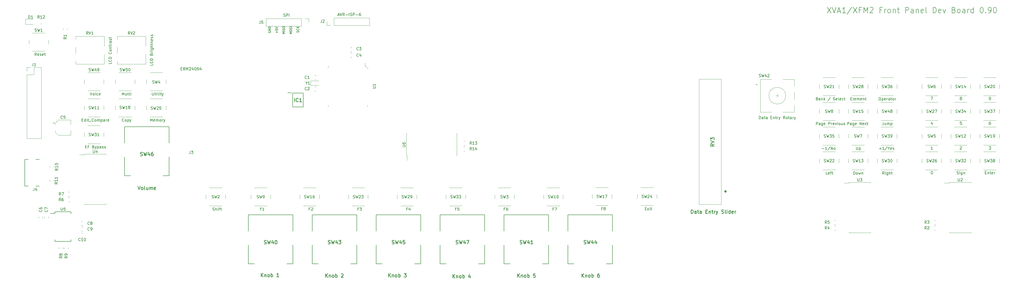
<source format=gbr>
%TF.GenerationSoftware,KiCad,Pcbnew,(5.1.10)-1*%
%TF.CreationDate,2021-10-29T17:57:07+02:00*%
%TF.ProjectId,xfm2-ui-board,78666d32-2d75-4692-9d62-6f6172642e6b,rev?*%
%TF.SameCoordinates,Original*%
%TF.FileFunction,Legend,Top*%
%TF.FilePolarity,Positive*%
%FSLAX46Y46*%
G04 Gerber Fmt 4.6, Leading zero omitted, Abs format (unit mm)*
G04 Created by KiCad (PCBNEW (5.1.10)-1) date 2021-10-29 17:57:07*
%MOMM*%
%LPD*%
G01*
G04 APERTURE LIST*
%ADD10C,0.150000*%
%ADD11C,0.120000*%
%ADD12C,0.200000*%
%ADD13C,0.400000*%
%ADD14C,0.100000*%
%ADD15C,0.254000*%
G04 APERTURE END LIST*
D10*
X300533428Y-36496761D02*
X301866761Y-38496761D01*
X301866761Y-36496761D02*
X300533428Y-38496761D01*
X302342952Y-36496761D02*
X303009619Y-38496761D01*
X303676285Y-36496761D01*
X304247714Y-37925333D02*
X305200095Y-37925333D01*
X304057238Y-38496761D02*
X304723904Y-36496761D01*
X305390571Y-38496761D01*
X307104857Y-38496761D02*
X305962000Y-38496761D01*
X306533428Y-38496761D02*
X306533428Y-36496761D01*
X306342952Y-36782476D01*
X306152476Y-36972952D01*
X305962000Y-37068190D01*
X309390571Y-36401523D02*
X307676285Y-38972952D01*
X309866761Y-36496761D02*
X311200095Y-38496761D01*
X311200095Y-36496761D02*
X309866761Y-38496761D01*
X312628666Y-37449142D02*
X311962000Y-37449142D01*
X311962000Y-38496761D02*
X311962000Y-36496761D01*
X312914380Y-36496761D01*
X313676285Y-38496761D02*
X313676285Y-36496761D01*
X314342952Y-37925333D01*
X315009619Y-36496761D01*
X315009619Y-38496761D01*
X315866761Y-36687238D02*
X315962000Y-36592000D01*
X316152476Y-36496761D01*
X316628666Y-36496761D01*
X316819142Y-36592000D01*
X316914380Y-36687238D01*
X317009619Y-36877714D01*
X317009619Y-37068190D01*
X316914380Y-37353904D01*
X315771523Y-38496761D01*
X317009619Y-38496761D01*
X320057238Y-37449142D02*
X319390571Y-37449142D01*
X319390571Y-38496761D02*
X319390571Y-36496761D01*
X320342952Y-36496761D01*
X321104857Y-38496761D02*
X321104857Y-37163428D01*
X321104857Y-37544380D02*
X321200095Y-37353904D01*
X321295333Y-37258666D01*
X321485809Y-37163428D01*
X321676285Y-37163428D01*
X322628666Y-38496761D02*
X322438190Y-38401523D01*
X322342952Y-38306285D01*
X322247714Y-38115809D01*
X322247714Y-37544380D01*
X322342952Y-37353904D01*
X322438190Y-37258666D01*
X322628666Y-37163428D01*
X322914380Y-37163428D01*
X323104857Y-37258666D01*
X323200095Y-37353904D01*
X323295333Y-37544380D01*
X323295333Y-38115809D01*
X323200095Y-38306285D01*
X323104857Y-38401523D01*
X322914380Y-38496761D01*
X322628666Y-38496761D01*
X324152476Y-37163428D02*
X324152476Y-38496761D01*
X324152476Y-37353904D02*
X324247714Y-37258666D01*
X324438190Y-37163428D01*
X324723904Y-37163428D01*
X324914380Y-37258666D01*
X325009619Y-37449142D01*
X325009619Y-38496761D01*
X325676285Y-37163428D02*
X326438190Y-37163428D01*
X325962000Y-36496761D02*
X325962000Y-38211047D01*
X326057238Y-38401523D01*
X326247714Y-38496761D01*
X326438190Y-38496761D01*
X328628666Y-38496761D02*
X328628666Y-36496761D01*
X329390571Y-36496761D01*
X329581047Y-36592000D01*
X329676285Y-36687238D01*
X329771523Y-36877714D01*
X329771523Y-37163428D01*
X329676285Y-37353904D01*
X329581047Y-37449142D01*
X329390571Y-37544380D01*
X328628666Y-37544380D01*
X331485809Y-38496761D02*
X331485809Y-37449142D01*
X331390571Y-37258666D01*
X331200095Y-37163428D01*
X330819142Y-37163428D01*
X330628666Y-37258666D01*
X331485809Y-38401523D02*
X331295333Y-38496761D01*
X330819142Y-38496761D01*
X330628666Y-38401523D01*
X330533428Y-38211047D01*
X330533428Y-38020571D01*
X330628666Y-37830095D01*
X330819142Y-37734857D01*
X331295333Y-37734857D01*
X331485809Y-37639619D01*
X332438190Y-37163428D02*
X332438190Y-38496761D01*
X332438190Y-37353904D02*
X332533428Y-37258666D01*
X332723904Y-37163428D01*
X333009619Y-37163428D01*
X333200095Y-37258666D01*
X333295333Y-37449142D01*
X333295333Y-38496761D01*
X335009619Y-38401523D02*
X334819142Y-38496761D01*
X334438190Y-38496761D01*
X334247714Y-38401523D01*
X334152476Y-38211047D01*
X334152476Y-37449142D01*
X334247714Y-37258666D01*
X334438190Y-37163428D01*
X334819142Y-37163428D01*
X335009619Y-37258666D01*
X335104857Y-37449142D01*
X335104857Y-37639619D01*
X334152476Y-37830095D01*
X336247714Y-38496761D02*
X336057238Y-38401523D01*
X335962000Y-38211047D01*
X335962000Y-36496761D01*
X338533428Y-38496761D02*
X338533428Y-36496761D01*
X339009619Y-36496761D01*
X339295333Y-36592000D01*
X339485809Y-36782476D01*
X339581047Y-36972952D01*
X339676285Y-37353904D01*
X339676285Y-37639619D01*
X339581047Y-38020571D01*
X339485809Y-38211047D01*
X339295333Y-38401523D01*
X339009619Y-38496761D01*
X338533428Y-38496761D01*
X341295333Y-38401523D02*
X341104857Y-38496761D01*
X340723904Y-38496761D01*
X340533428Y-38401523D01*
X340438190Y-38211047D01*
X340438190Y-37449142D01*
X340533428Y-37258666D01*
X340723904Y-37163428D01*
X341104857Y-37163428D01*
X341295333Y-37258666D01*
X341390571Y-37449142D01*
X341390571Y-37639619D01*
X340438190Y-37830095D01*
X342057238Y-37163428D02*
X342533428Y-38496761D01*
X343009619Y-37163428D01*
X345962000Y-37449142D02*
X346247714Y-37544380D01*
X346342952Y-37639619D01*
X346438190Y-37830095D01*
X346438190Y-38115809D01*
X346342952Y-38306285D01*
X346247714Y-38401523D01*
X346057238Y-38496761D01*
X345295333Y-38496761D01*
X345295333Y-36496761D01*
X345962000Y-36496761D01*
X346152476Y-36592000D01*
X346247714Y-36687238D01*
X346342952Y-36877714D01*
X346342952Y-37068190D01*
X346247714Y-37258666D01*
X346152476Y-37353904D01*
X345962000Y-37449142D01*
X345295333Y-37449142D01*
X347581047Y-38496761D02*
X347390571Y-38401523D01*
X347295333Y-38306285D01*
X347200095Y-38115809D01*
X347200095Y-37544380D01*
X347295333Y-37353904D01*
X347390571Y-37258666D01*
X347581047Y-37163428D01*
X347866761Y-37163428D01*
X348057238Y-37258666D01*
X348152476Y-37353904D01*
X348247714Y-37544380D01*
X348247714Y-38115809D01*
X348152476Y-38306285D01*
X348057238Y-38401523D01*
X347866761Y-38496761D01*
X347581047Y-38496761D01*
X349962000Y-38496761D02*
X349962000Y-37449142D01*
X349866761Y-37258666D01*
X349676285Y-37163428D01*
X349295333Y-37163428D01*
X349104857Y-37258666D01*
X349962000Y-38401523D02*
X349771523Y-38496761D01*
X349295333Y-38496761D01*
X349104857Y-38401523D01*
X349009619Y-38211047D01*
X349009619Y-38020571D01*
X349104857Y-37830095D01*
X349295333Y-37734857D01*
X349771523Y-37734857D01*
X349962000Y-37639619D01*
X350914380Y-38496761D02*
X350914380Y-37163428D01*
X350914380Y-37544380D02*
X351009619Y-37353904D01*
X351104857Y-37258666D01*
X351295333Y-37163428D01*
X351485809Y-37163428D01*
X353009619Y-38496761D02*
X353009619Y-36496761D01*
X353009619Y-38401523D02*
X352819142Y-38496761D01*
X352438190Y-38496761D01*
X352247714Y-38401523D01*
X352152476Y-38306285D01*
X352057238Y-38115809D01*
X352057238Y-37544380D01*
X352152476Y-37353904D01*
X352247714Y-37258666D01*
X352438190Y-37163428D01*
X352819142Y-37163428D01*
X353009619Y-37258666D01*
X355866761Y-36496761D02*
X356057238Y-36496761D01*
X356247714Y-36592000D01*
X356342952Y-36687238D01*
X356438190Y-36877714D01*
X356533428Y-37258666D01*
X356533428Y-37734857D01*
X356438190Y-38115809D01*
X356342952Y-38306285D01*
X356247714Y-38401523D01*
X356057238Y-38496761D01*
X355866761Y-38496761D01*
X355676285Y-38401523D01*
X355581047Y-38306285D01*
X355485809Y-38115809D01*
X355390571Y-37734857D01*
X355390571Y-37258666D01*
X355485809Y-36877714D01*
X355581047Y-36687238D01*
X355676285Y-36592000D01*
X355866761Y-36496761D01*
X357390571Y-38306285D02*
X357485809Y-38401523D01*
X357390571Y-38496761D01*
X357295333Y-38401523D01*
X357390571Y-38306285D01*
X357390571Y-38496761D01*
X358438190Y-38496761D02*
X358819142Y-38496761D01*
X359009619Y-38401523D01*
X359104857Y-38306285D01*
X359295333Y-38020571D01*
X359390571Y-37639619D01*
X359390571Y-36877714D01*
X359295333Y-36687238D01*
X359200095Y-36592000D01*
X359009619Y-36496761D01*
X358628666Y-36496761D01*
X358438190Y-36592000D01*
X358342952Y-36687238D01*
X358247714Y-36877714D01*
X358247714Y-37353904D01*
X358342952Y-37544380D01*
X358438190Y-37639619D01*
X358628666Y-37734857D01*
X359009619Y-37734857D01*
X359200095Y-37639619D01*
X359295333Y-37544380D01*
X359390571Y-37353904D01*
X360628666Y-36496761D02*
X360819142Y-36496761D01*
X361009619Y-36592000D01*
X361104857Y-36687238D01*
X361200095Y-36877714D01*
X361295333Y-37258666D01*
X361295333Y-37734857D01*
X361200095Y-38115809D01*
X361104857Y-38306285D01*
X361009619Y-38401523D01*
X360819142Y-38496761D01*
X360628666Y-38496761D01*
X360438190Y-38401523D01*
X360342952Y-38306285D01*
X360247714Y-38115809D01*
X360152476Y-37734857D01*
X360152476Y-37258666D01*
X360247714Y-36877714D01*
X360342952Y-36687238D01*
X360438190Y-36592000D01*
X360628666Y-36496761D01*
X110813809Y-45478571D02*
X110851904Y-45364285D01*
X110851904Y-45173809D01*
X110813809Y-45097619D01*
X110775714Y-45059523D01*
X110699523Y-45021428D01*
X110623333Y-45021428D01*
X110547142Y-45059523D01*
X110509047Y-45097619D01*
X110470952Y-45173809D01*
X110432857Y-45326190D01*
X110394761Y-45402380D01*
X110356666Y-45440476D01*
X110280476Y-45478571D01*
X110204285Y-45478571D01*
X110128095Y-45440476D01*
X110090000Y-45402380D01*
X110051904Y-45326190D01*
X110051904Y-45135714D01*
X110090000Y-45021428D01*
X110775714Y-44221428D02*
X110813809Y-44259523D01*
X110851904Y-44373809D01*
X110851904Y-44450000D01*
X110813809Y-44564285D01*
X110737619Y-44640476D01*
X110661428Y-44678571D01*
X110509047Y-44716666D01*
X110394761Y-44716666D01*
X110242380Y-44678571D01*
X110166190Y-44640476D01*
X110090000Y-44564285D01*
X110051904Y-44450000D01*
X110051904Y-44373809D01*
X110090000Y-44259523D01*
X110128095Y-44221428D01*
X110851904Y-43878571D02*
X110051904Y-43878571D01*
X110851904Y-43421428D02*
X110394761Y-43764285D01*
X110051904Y-43421428D02*
X110509047Y-43878571D01*
X102927142Y-45732571D02*
X102927142Y-45123047D01*
X103231904Y-45427809D02*
X102622380Y-45427809D01*
X102431904Y-44361142D02*
X102431904Y-44742095D01*
X102812857Y-44780190D01*
X102774761Y-44742095D01*
X102736666Y-44665904D01*
X102736666Y-44475428D01*
X102774761Y-44399238D01*
X102812857Y-44361142D01*
X102889047Y-44323047D01*
X103079523Y-44323047D01*
X103155714Y-44361142D01*
X103193809Y-44399238D01*
X103231904Y-44475428D01*
X103231904Y-44665904D01*
X103193809Y-44742095D01*
X103155714Y-44780190D01*
X102431904Y-44094476D02*
X103231904Y-43827809D01*
X102431904Y-43561142D01*
X108311904Y-45961142D02*
X107511904Y-45961142D01*
X108083333Y-45694476D01*
X107511904Y-45427809D01*
X108311904Y-45427809D01*
X107511904Y-44894476D02*
X107511904Y-44742095D01*
X107550000Y-44665904D01*
X107626190Y-44589714D01*
X107778571Y-44551619D01*
X108045238Y-44551619D01*
X108197619Y-44589714D01*
X108273809Y-44665904D01*
X108311904Y-44742095D01*
X108311904Y-44894476D01*
X108273809Y-44970666D01*
X108197619Y-45046857D01*
X108045238Y-45084952D01*
X107778571Y-45084952D01*
X107626190Y-45046857D01*
X107550000Y-44970666D01*
X107511904Y-44894476D01*
X108273809Y-44246857D02*
X108311904Y-44132571D01*
X108311904Y-43942095D01*
X108273809Y-43865904D01*
X108235714Y-43827809D01*
X108159523Y-43789714D01*
X108083333Y-43789714D01*
X108007142Y-43827809D01*
X107969047Y-43865904D01*
X107930952Y-43942095D01*
X107892857Y-44094476D01*
X107854761Y-44170666D01*
X107816666Y-44208761D01*
X107740476Y-44246857D01*
X107664285Y-44246857D01*
X107588095Y-44208761D01*
X107550000Y-44170666D01*
X107511904Y-44094476D01*
X107511904Y-43904000D01*
X107550000Y-43789714D01*
X108311904Y-43446857D02*
X107511904Y-43446857D01*
X105771904Y-45961142D02*
X104971904Y-45961142D01*
X105543333Y-45694476D01*
X104971904Y-45427809D01*
X105771904Y-45427809D01*
X105771904Y-45046857D02*
X104971904Y-45046857D01*
X105733809Y-44704000D02*
X105771904Y-44589714D01*
X105771904Y-44399238D01*
X105733809Y-44323047D01*
X105695714Y-44284952D01*
X105619523Y-44246857D01*
X105543333Y-44246857D01*
X105467142Y-44284952D01*
X105429047Y-44323047D01*
X105390952Y-44399238D01*
X105352857Y-44551619D01*
X105314761Y-44627809D01*
X105276666Y-44665904D01*
X105200476Y-44704000D01*
X105124285Y-44704000D01*
X105048095Y-44665904D01*
X105010000Y-44627809D01*
X104971904Y-44551619D01*
X104971904Y-44361142D01*
X105010000Y-44246857D01*
X104971904Y-43751619D02*
X104971904Y-43599238D01*
X105010000Y-43523047D01*
X105086190Y-43446857D01*
X105238571Y-43408761D01*
X105505238Y-43408761D01*
X105657619Y-43446857D01*
X105733809Y-43523047D01*
X105771904Y-43599238D01*
X105771904Y-43751619D01*
X105733809Y-43827809D01*
X105657619Y-43904000D01*
X105505238Y-43942095D01*
X105238571Y-43942095D01*
X105086190Y-43904000D01*
X105010000Y-43827809D01*
X104971904Y-43751619D01*
X99930000Y-45186523D02*
X99891904Y-45262714D01*
X99891904Y-45377000D01*
X99930000Y-45491285D01*
X100006190Y-45567476D01*
X100082380Y-45605571D01*
X100234761Y-45643666D01*
X100349047Y-45643666D01*
X100501428Y-45605571D01*
X100577619Y-45567476D01*
X100653809Y-45491285D01*
X100691904Y-45377000D01*
X100691904Y-45300809D01*
X100653809Y-45186523D01*
X100615714Y-45148428D01*
X100349047Y-45148428D01*
X100349047Y-45300809D01*
X100691904Y-44805571D02*
X99891904Y-44805571D01*
X100691904Y-44348428D01*
X99891904Y-44348428D01*
X100691904Y-43967476D02*
X99891904Y-43967476D01*
X99891904Y-43777000D01*
X99930000Y-43662714D01*
X100006190Y-43586523D01*
X100082380Y-43548428D01*
X100234761Y-43510333D01*
X100349047Y-43510333D01*
X100501428Y-43548428D01*
X100577619Y-43586523D01*
X100653809Y-43662714D01*
X100691904Y-43777000D01*
X100691904Y-43967476D01*
D11*
%TO.C,J5*%
X99000000Y-40580000D02*
X99000000Y-43240000D01*
X111760000Y-40580000D02*
X99000000Y-40580000D01*
X111760000Y-43240000D02*
X99000000Y-43240000D01*
X111760000Y-40580000D02*
X111760000Y-43240000D01*
X113030000Y-40580000D02*
X114360000Y-40580000D01*
X114360000Y-40580000D02*
X114360000Y-41910000D01*
%TO.C,C1*%
X116974252Y-60987000D02*
X116451748Y-60987000D01*
X116974252Y-62457000D02*
X116451748Y-62457000D01*
%TO.C,SW3*%
X188154378Y-105362000D02*
X188154378Y-103862000D01*
X186904378Y-101362000D02*
X182404378Y-101362000D01*
X181154378Y-103862000D02*
X181154378Y-105362000D01*
X182404378Y-107862000D02*
X186904378Y-107862000D01*
%TO.C,C9*%
X33281252Y-116940000D02*
X32758748Y-116940000D01*
X33281252Y-115470000D02*
X32758748Y-115470000D01*
%TO.C,SW10*%
X199906187Y-107862000D02*
X204406187Y-107862000D01*
X198656187Y-103862000D02*
X198656187Y-105362000D01*
X204406187Y-101362000D02*
X199906187Y-101362000D01*
X205656187Y-105362000D02*
X205656187Y-103862000D01*
%TO.C,SW1*%
X15160500Y-52236000D02*
X19660500Y-52236000D01*
X13910500Y-48236000D02*
X13910500Y-49736000D01*
X19660500Y-45736000D02*
X15160500Y-45736000D01*
X20910500Y-49736000D02*
X20910500Y-48236000D01*
%TO.C,R11*%
X21363000Y-98578936D02*
X21363000Y-99033064D01*
X22833000Y-98578936D02*
X22833000Y-99033064D01*
%TO.C,R7*%
X28548064Y-104367000D02*
X28093936Y-104367000D01*
X28548064Y-102897000D02*
X28093936Y-102897000D01*
%TO.C,SW6*%
X341522000Y-65738000D02*
X341522000Y-64238000D01*
X340272000Y-61738000D02*
X335772000Y-61738000D01*
X334522000Y-64238000D02*
X334522000Y-65738000D01*
X335772000Y-68238000D02*
X340272000Y-68238000D01*
%TO.C,C6*%
X17426000Y-111752748D02*
X17426000Y-112275252D01*
X18896000Y-111752748D02*
X18896000Y-112275252D01*
%TO.C,C10*%
X33281252Y-117629000D02*
X32758748Y-117629000D01*
X33281252Y-119099000D02*
X32758748Y-119099000D01*
%TO.C,J2*%
X136204000Y-42986000D02*
X136204000Y-40326000D01*
X123444000Y-42986000D02*
X136204000Y-42986000D01*
X123444000Y-40326000D02*
X136204000Y-40326000D01*
X123444000Y-42986000D02*
X123444000Y-40326000D01*
X122174000Y-42986000D02*
X120844000Y-42986000D01*
X120844000Y-42986000D02*
X120844000Y-41656000D01*
%TO.C,R5*%
X303503064Y-114527000D02*
X303048936Y-114527000D01*
X303503064Y-113057000D02*
X303048936Y-113057000D01*
%TO.C,D1*%
X15505001Y-40712001D02*
X12645001Y-40712001D01*
X12645001Y-40712001D02*
X12645001Y-42632001D01*
X12645001Y-42632001D02*
X15505001Y-42632001D01*
%TO.C,R9*%
X26570000Y-123290064D02*
X26570000Y-122835936D01*
X28040000Y-123290064D02*
X28040000Y-122835936D01*
%TO.C,R8*%
X24665000Y-122835936D02*
X24665000Y-123290064D01*
X26135000Y-122835936D02*
X26135000Y-123290064D01*
%TO.C,SW9*%
X94895333Y-107862000D02*
X99395333Y-107862000D01*
X93645333Y-103862000D02*
X93645333Y-105362000D01*
X99395333Y-101362000D02*
X94895333Y-101362000D01*
X100645333Y-105362000D02*
X100645333Y-103862000D01*
%TO.C,J1*%
X13148000Y-83626000D02*
X18348000Y-83626000D01*
X13148000Y-60706000D02*
X13148000Y-83626000D01*
X18348000Y-58106000D02*
X18348000Y-83626000D01*
X13148000Y-60706000D02*
X15748000Y-60706000D01*
X15748000Y-60706000D02*
X15748000Y-58106000D01*
X15748000Y-58106000D02*
X18348000Y-58106000D01*
X13148000Y-59436000D02*
X13148000Y-58106000D01*
X13148000Y-58106000D02*
X14478000Y-58106000D01*
%TO.C,C3*%
X129342248Y-52424000D02*
X129864752Y-52424000D01*
X129342248Y-50954000D02*
X129864752Y-50954000D01*
%TO.C,C5*%
X28922000Y-82516000D02*
X28922000Y-80816000D01*
X28922000Y-76996000D02*
X28922000Y-78696000D01*
X24466437Y-76996000D02*
X28922000Y-76996000D01*
X24466437Y-82516000D02*
X28922000Y-82516000D01*
X23402000Y-81451563D02*
X23402000Y-80816000D01*
X23402000Y-78060437D02*
X23402000Y-78696000D01*
X23402000Y-78060437D02*
X24466437Y-76996000D01*
X23402000Y-81451563D02*
X24466437Y-82516000D01*
X22537000Y-78071000D02*
X23162000Y-78071000D01*
X22849500Y-77758500D02*
X22849500Y-78383500D01*
%TO.C,C7*%
X19458000Y-112275252D02*
X19458000Y-111752748D01*
X20928000Y-112275252D02*
X20928000Y-111752748D01*
D12*
%TO.C,IC1*%
X108565000Y-67350000D02*
X112415000Y-67350000D01*
X112415000Y-67350000D02*
X112415000Y-72350000D01*
X112415000Y-72350000D02*
X108565000Y-72350000D01*
X108565000Y-72350000D02*
X108565000Y-67350000D01*
X106865000Y-67245000D02*
X108215000Y-67245000D01*
%TO.C,J4*%
X13666000Y-91222000D02*
X12386000Y-91222000D01*
X12386000Y-91222000D02*
X12386000Y-100802000D01*
X12386000Y-100802000D02*
X13666000Y-100802000D01*
X17636000Y-91222000D02*
X16386000Y-91222000D01*
X17636000Y-100802000D02*
X16386000Y-100802000D01*
D11*
%TO.C,R3*%
X339317064Y-113057000D02*
X338862936Y-113057000D01*
X339317064Y-114527000D02*
X338862936Y-114527000D01*
%TO.C,R6*%
X28093936Y-106399000D02*
X28548064Y-106399000D01*
X28093936Y-104929000D02*
X28548064Y-104929000D01*
%TO.C,C4*%
X129342248Y-52986000D02*
X129864752Y-52986000D01*
X129342248Y-54456000D02*
X129864752Y-54456000D01*
%TO.C,R10*%
X21363000Y-94080064D02*
X21363000Y-93625936D01*
X22833000Y-94080064D02*
X22833000Y-93625936D01*
%TO.C,R4*%
X303048936Y-116559000D02*
X303503064Y-116559000D01*
X303048936Y-115089000D02*
X303503064Y-115089000D01*
%TO.C,C8*%
X32758748Y-113438000D02*
X33281252Y-113438000D01*
X32758748Y-114908000D02*
X33281252Y-114908000D01*
%TO.C,SW8*%
X304692000Y-74628000D02*
X304692000Y-73128000D01*
X303442000Y-70628000D02*
X298942000Y-70628000D01*
X297692000Y-73128000D02*
X297692000Y-74628000D01*
X298942000Y-77128000D02*
X303442000Y-77128000D01*
%TO.C,R12*%
X18060936Y-42391000D02*
X18515064Y-42391000D01*
X18060936Y-40921000D02*
X18515064Y-40921000D01*
%TO.C,C2*%
X116974252Y-66521000D02*
X116451748Y-66521000D01*
X116974252Y-65051000D02*
X116451748Y-65051000D01*
%TO.C,SW4*%
X63138000Y-63960000D02*
X63138000Y-62460000D01*
X61888000Y-59960000D02*
X57388000Y-59960000D01*
X56138000Y-62460000D02*
X56138000Y-63960000D01*
X57388000Y-66460000D02*
X61888000Y-66460000D01*
%TO.C,R1*%
X27659000Y-44095936D02*
X27659000Y-44550064D01*
X26189000Y-44095936D02*
X26189000Y-44550064D01*
%TO.C,SW2*%
X84474000Y-105362000D02*
X84474000Y-103862000D01*
X83224000Y-101362000D02*
X78724000Y-101362000D01*
X77474000Y-103862000D02*
X77474000Y-105362000D01*
X78724000Y-107862000D02*
X83224000Y-107862000D01*
%TO.C,R2*%
X338862936Y-115089000D02*
X339317064Y-115089000D01*
X338862936Y-116559000D02*
X339317064Y-116559000D01*
%TO.C,SW7*%
X315106000Y-83518000D02*
X315106000Y-82018000D01*
X313856000Y-79518000D02*
X309356000Y-79518000D01*
X308106000Y-82018000D02*
X308106000Y-83518000D01*
X309356000Y-86018000D02*
X313856000Y-86018000D01*
%TO.C,SW5*%
X341522000Y-83518000D02*
X341522000Y-82018000D01*
X340272000Y-79518000D02*
X335772000Y-79518000D01*
X334522000Y-82018000D02*
X334522000Y-83518000D01*
X335772000Y-86018000D02*
X340272000Y-86018000D01*
%TO.C,SW11*%
X35036000Y-75858000D02*
X39536000Y-75858000D01*
X33786000Y-71858000D02*
X33786000Y-73358000D01*
X39536000Y-69358000D02*
X35036000Y-69358000D01*
X40786000Y-73358000D02*
X40786000Y-71858000D01*
%TO.C,SW12*%
X346186000Y-86018000D02*
X350686000Y-86018000D01*
X344936000Y-82018000D02*
X344936000Y-83518000D01*
X350686000Y-79518000D02*
X346186000Y-79518000D01*
X351936000Y-83518000D02*
X351936000Y-82018000D01*
%TO.C,SW19*%
X362350000Y-83518000D02*
X362350000Y-82018000D01*
X361100000Y-79518000D02*
X356600000Y-79518000D01*
X355350000Y-82018000D02*
X355350000Y-83518000D01*
X356600000Y-86018000D02*
X361100000Y-86018000D01*
%TO.C,SW20*%
X362350000Y-65738000D02*
X362350000Y-64238000D01*
X361100000Y-61738000D02*
X356600000Y-61738000D01*
X355350000Y-64238000D02*
X355350000Y-65738000D01*
X356600000Y-68238000D02*
X361100000Y-68238000D01*
%TO.C,SW24*%
X233537000Y-107735000D02*
X238037000Y-107735000D01*
X232287000Y-103735000D02*
X232287000Y-105235000D01*
X238037000Y-101235000D02*
X233537000Y-101235000D01*
X239287000Y-105235000D02*
X239287000Y-103735000D01*
%TO.C,SW25*%
X63138000Y-73358000D02*
X63138000Y-71858000D01*
X61888000Y-69358000D02*
X57388000Y-69358000D01*
X56138000Y-71858000D02*
X56138000Y-73358000D01*
X57388000Y-75858000D02*
X61888000Y-75858000D01*
%TO.C,SW21*%
X304692000Y-65738000D02*
X304692000Y-64238000D01*
X303442000Y-61738000D02*
X298942000Y-61738000D01*
X297692000Y-64238000D02*
X297692000Y-65738000D01*
X298942000Y-68238000D02*
X303442000Y-68238000D01*
%TO.C,SW22*%
X304692000Y-92408000D02*
X304692000Y-90908000D01*
X303442000Y-88408000D02*
X298942000Y-88408000D01*
X297692000Y-90908000D02*
X297692000Y-92408000D01*
X298942000Y-94908000D02*
X303442000Y-94908000D01*
%TO.C,SW28*%
X309356000Y-68238000D02*
X313856000Y-68238000D01*
X308106000Y-64238000D02*
X308106000Y-65738000D01*
X313856000Y-61738000D02*
X309356000Y-61738000D01*
X315106000Y-65738000D02*
X315106000Y-64238000D01*
%TO.C,SW13*%
X309356000Y-94908000D02*
X313856000Y-94908000D01*
X308106000Y-90908000D02*
X308106000Y-92408000D01*
X313856000Y-88408000D02*
X309356000Y-88408000D01*
X315106000Y-92408000D02*
X315106000Y-90908000D01*
%TO.C,SW15*%
X309356000Y-77128000D02*
X313856000Y-77128000D01*
X308106000Y-73128000D02*
X308106000Y-74628000D01*
X313856000Y-70628000D02*
X309356000Y-70628000D01*
X315106000Y-74628000D02*
X315106000Y-73128000D01*
%TO.C,SW16*%
X118147142Y-105362000D02*
X118147142Y-103862000D01*
X116897142Y-101362000D02*
X112397142Y-101362000D01*
X111147142Y-103862000D02*
X111147142Y-105362000D01*
X112397142Y-107862000D02*
X116897142Y-107862000D01*
%TO.C,SW30*%
X319770000Y-94908000D02*
X324270000Y-94908000D01*
X318520000Y-90908000D02*
X318520000Y-92408000D01*
X324270000Y-88408000D02*
X319770000Y-88408000D01*
X325520000Y-92408000D02*
X325520000Y-90908000D01*
%TO.C,SW14*%
X346186000Y-68238000D02*
X350686000Y-68238000D01*
X344936000Y-64238000D02*
X344936000Y-65738000D01*
X350686000Y-61738000D02*
X346186000Y-61738000D01*
X351936000Y-65738000D02*
X351936000Y-64238000D01*
%TO.C,SW32*%
X346186000Y-94908000D02*
X350686000Y-94908000D01*
X344936000Y-90908000D02*
X344936000Y-92408000D01*
X350686000Y-88408000D02*
X346186000Y-88408000D01*
X351936000Y-92408000D02*
X351936000Y-90908000D01*
%TO.C,SW23*%
X135648951Y-105362000D02*
X135648951Y-103862000D01*
X134398951Y-101362000D02*
X129898951Y-101362000D01*
X128648951Y-103862000D02*
X128648951Y-105362000D01*
X129898951Y-107862000D02*
X134398951Y-107862000D01*
%TO.C,SW18*%
X46212000Y-75858000D02*
X50712000Y-75858000D01*
X44962000Y-71858000D02*
X44962000Y-73358000D01*
X50712000Y-69358000D02*
X46212000Y-69358000D01*
X51962000Y-73358000D02*
X51962000Y-71858000D01*
%TO.C,SW26*%
X335772000Y-94908000D02*
X340272000Y-94908000D01*
X334522000Y-90908000D02*
X334522000Y-92408000D01*
X340272000Y-88408000D02*
X335772000Y-88408000D01*
X341522000Y-92408000D02*
X341522000Y-90908000D01*
%TO.C,SW34*%
X351936000Y-74628000D02*
X351936000Y-73128000D01*
X350686000Y-70628000D02*
X346186000Y-70628000D01*
X344936000Y-73128000D02*
X344936000Y-74628000D01*
X346186000Y-77128000D02*
X350686000Y-77128000D01*
%TO.C,SW27*%
X335772000Y-77128000D02*
X340272000Y-77128000D01*
X334522000Y-73128000D02*
X334522000Y-74628000D01*
X340272000Y-70628000D02*
X335772000Y-70628000D01*
X341522000Y-74628000D02*
X341522000Y-73128000D01*
%TO.C,SW29*%
X153150760Y-105362000D02*
X153150760Y-103862000D01*
X151900760Y-101362000D02*
X147400760Y-101362000D01*
X146150760Y-103862000D02*
X146150760Y-105362000D01*
X147400760Y-107862000D02*
X151900760Y-107862000D01*
%TO.C,SW31*%
X35036000Y-85510000D02*
X39536000Y-85510000D01*
X33786000Y-81510000D02*
X33786000Y-83010000D01*
X39536000Y-79010000D02*
X35036000Y-79010000D01*
X40786000Y-83010000D02*
X40786000Y-81510000D01*
%TO.C,SW35*%
X304692000Y-83518000D02*
X304692000Y-82018000D01*
X303442000Y-79518000D02*
X298942000Y-79518000D01*
X297692000Y-82018000D02*
X297692000Y-83518000D01*
X298942000Y-86018000D02*
X303442000Y-86018000D01*
%TO.C,SW33*%
X164902569Y-107862000D02*
X169402569Y-107862000D01*
X163652569Y-103862000D02*
X163652569Y-105362000D01*
X169402569Y-101362000D02*
X164902569Y-101362000D01*
X170652569Y-105362000D02*
X170652569Y-103862000D01*
%TO.C,SW17*%
X223158000Y-105235000D02*
X223158000Y-103735000D01*
X221908000Y-101235000D02*
X217408000Y-101235000D01*
X216158000Y-103735000D02*
X216158000Y-105235000D01*
X217408000Y-107735000D02*
X221908000Y-107735000D01*
%TO.C,SW48*%
X325520000Y-74628000D02*
X325520000Y-73128000D01*
X324270000Y-70628000D02*
X319770000Y-70628000D01*
X318520000Y-73128000D02*
X318520000Y-74628000D01*
X319770000Y-77128000D02*
X324270000Y-77128000D01*
D12*
%TO.C,SW44*%
X207439000Y-116921000D02*
X207439000Y-111121000D01*
X207439000Y-111121000D02*
X223439000Y-111121000D01*
X223439000Y-111121000D02*
X223439000Y-116921000D01*
X223439000Y-121921000D02*
X223439000Y-128721000D01*
X223439000Y-128721000D02*
X221239000Y-128721000D01*
X207439000Y-121921000D02*
X207439000Y-128721000D01*
X207439000Y-128721000D02*
X209639000Y-128721000D01*
D11*
%TO.C,Y1*%
X117913000Y-62954000D02*
X115063000Y-62954000D01*
X115063000Y-62954000D02*
X115063000Y-64554000D01*
X115063000Y-64554000D02*
X117913000Y-64554000D01*
%TO.C,RV1*%
X30677500Y-46898500D02*
X40917500Y-46898500D01*
X30677500Y-56939500D02*
X40917500Y-56939500D01*
X30677500Y-46898500D02*
X30677500Y-47993500D01*
X30677500Y-50845500D02*
X30677500Y-52994500D01*
X30677500Y-55844500D02*
X30677500Y-56939500D01*
X40917500Y-46898500D02*
X40917500Y-50494500D01*
X40917500Y-53344500D02*
X40917500Y-56939500D01*
D12*
%TO.C,SW46*%
X48244500Y-97034500D02*
X50444500Y-97034500D01*
X48244500Y-90234500D02*
X48244500Y-97034500D01*
X64244500Y-97034500D02*
X62044500Y-97034500D01*
X64244500Y-90234500D02*
X64244500Y-97034500D01*
X64244500Y-79434500D02*
X64244500Y-85234500D01*
X48244500Y-79434500D02*
X64244500Y-79434500D01*
X48244500Y-85234500D02*
X48244500Y-79434500D01*
D11*
%TO.C,RV2*%
X55840000Y-53344500D02*
X55840000Y-56939500D01*
X55840000Y-46898500D02*
X55840000Y-50494500D01*
X45600000Y-55844500D02*
X45600000Y-56939500D01*
X45600000Y-50845500D02*
X45600000Y-52994500D01*
X45600000Y-46898500D02*
X45600000Y-47993500D01*
X45600000Y-56939500D02*
X55840000Y-56939500D01*
X45600000Y-46898500D02*
X55840000Y-46898500D01*
%TO.C,SW50*%
X46212000Y-66460000D02*
X50712000Y-66460000D01*
X44962000Y-62460000D02*
X44962000Y-63960000D01*
X50712000Y-59960000D02*
X46212000Y-59960000D01*
X51962000Y-63960000D02*
X51962000Y-62460000D01*
D13*
%TO.C,RV3*%
X263975000Y-102462000D02*
X263975000Y-102462000D01*
X263975000Y-102862000D02*
X263975000Y-102862000D01*
D14*
X262475000Y-107362000D02*
X254475000Y-107362000D01*
X262475000Y-62362000D02*
X262475000Y-107362000D01*
X254475000Y-62362000D02*
X262475000Y-62362000D01*
X254475000Y-107362000D02*
X254475000Y-62362000D01*
D13*
X263975000Y-102462000D02*
G75*
G02*
X263975000Y-102862000I0J-200000D01*
G01*
X263975000Y-102862000D02*
G75*
G02*
X263975000Y-102462000I0J200000D01*
G01*
D12*
%TO.C,SW43*%
X115617800Y-116921000D02*
X115617800Y-111121000D01*
X115617800Y-111121000D02*
X131617800Y-111121000D01*
X131617800Y-111121000D02*
X131617800Y-116921000D01*
X131617800Y-121921000D02*
X131617800Y-128721000D01*
X131617800Y-128721000D02*
X129417800Y-128721000D01*
X115617800Y-121921000D02*
X115617800Y-128721000D01*
X115617800Y-128721000D02*
X117817800Y-128721000D01*
%TO.C,SW40*%
X92662501Y-128721000D02*
X94862501Y-128721000D01*
X92662501Y-121921000D02*
X92662501Y-128721000D01*
X108662501Y-128721000D02*
X106462501Y-128721000D01*
X108662501Y-121921000D02*
X108662501Y-128721000D01*
X108662501Y-111121000D02*
X108662501Y-116921000D01*
X92662501Y-111121000D02*
X108662501Y-111121000D01*
X92662501Y-116921000D02*
X92662501Y-111121000D01*
%TO.C,SW47*%
X161528398Y-128721000D02*
X163728398Y-128721000D01*
X161528398Y-121921000D02*
X161528398Y-128721000D01*
X177528398Y-128721000D02*
X175328398Y-128721000D01*
X177528398Y-121921000D02*
X177528398Y-128721000D01*
X177528398Y-111121000D02*
X177528398Y-116921000D01*
X161528398Y-111121000D02*
X177528398Y-111121000D01*
X161528398Y-116921000D02*
X161528398Y-111121000D01*
D11*
%TO.C,SW49*%
X40786000Y-63960000D02*
X40786000Y-62460000D01*
X39536000Y-59960000D02*
X35036000Y-59960000D01*
X33786000Y-62460000D02*
X33786000Y-63960000D01*
X35036000Y-66460000D02*
X39536000Y-66460000D01*
%TO.C,SW42*%
X282082000Y-68286000D02*
X283082000Y-68286000D01*
X282582000Y-67786000D02*
X282582000Y-68786000D01*
X288682000Y-71786000D02*
X288682000Y-74186000D01*
X288682000Y-66986000D02*
X288682000Y-69586000D01*
X288682000Y-62386000D02*
X288682000Y-64786000D01*
X275382000Y-64186000D02*
X275082000Y-64486000D01*
X274782000Y-64186000D02*
X275382000Y-64186000D01*
X275082000Y-64486000D02*
X274782000Y-64186000D01*
X276482000Y-62386000D02*
X276482000Y-74186000D01*
X280582000Y-62386000D02*
X276482000Y-62386000D01*
X280582000Y-74186000D02*
X276482000Y-74186000D01*
X288682000Y-74186000D02*
X284582000Y-74186000D01*
X284582000Y-62386000D02*
X288682000Y-62386000D01*
X285582000Y-68286000D02*
G75*
G03*
X285582000Y-68286000I-3000000J0D01*
G01*
D12*
%TO.C,SW41*%
X184483697Y-128721000D02*
X186683697Y-128721000D01*
X184483697Y-121921000D02*
X184483697Y-128721000D01*
X200483697Y-128721000D02*
X198283697Y-128721000D01*
X200483697Y-121921000D02*
X200483697Y-128721000D01*
X200483697Y-111121000D02*
X200483697Y-116921000D01*
X184483697Y-111121000D02*
X200483697Y-111121000D01*
X184483697Y-116921000D02*
X184483697Y-111121000D01*
%TO.C,SW45*%
X138573099Y-116921000D02*
X138573099Y-111121000D01*
X138573099Y-111121000D02*
X154573099Y-111121000D01*
X154573099Y-111121000D02*
X154573099Y-116921000D01*
X154573099Y-121921000D02*
X154573099Y-128721000D01*
X154573099Y-128721000D02*
X152373099Y-128721000D01*
X138573099Y-121921000D02*
X138573099Y-128721000D01*
X138573099Y-128721000D02*
X140773099Y-128721000D01*
D11*
%TO.C,SW39*%
X319770000Y-86018000D02*
X324270000Y-86018000D01*
X318520000Y-82018000D02*
X318520000Y-83518000D01*
X324270000Y-79518000D02*
X319770000Y-79518000D01*
X325520000Y-83518000D02*
X325520000Y-82018000D01*
D10*
%TO.C,U5*%
X23287000Y-109991000D02*
X23287000Y-110566000D01*
X29037000Y-109991000D02*
X29037000Y-110641000D01*
X29037000Y-120641000D02*
X29037000Y-119991000D01*
X23287000Y-120641000D02*
X23287000Y-119991000D01*
X23287000Y-109991000D02*
X29037000Y-109991000D01*
X23287000Y-120641000D02*
X29037000Y-120641000D01*
X23287000Y-110566000D02*
X21687000Y-110566000D01*
D11*
%TO.C,SW38*%
X356600000Y-94908000D02*
X361100000Y-94908000D01*
X355350000Y-90908000D02*
X355350000Y-92408000D01*
X361100000Y-88408000D02*
X356600000Y-88408000D01*
X362350000Y-92408000D02*
X362350000Y-90908000D01*
%TO.C,U2*%
X348234000Y-117518000D02*
X352094000Y-117518000D01*
X352094000Y-117518000D02*
X352094000Y-117273000D01*
X348234000Y-117518000D02*
X344374000Y-117518000D01*
X344374000Y-117518000D02*
X344374000Y-117273000D01*
X348234000Y-99398000D02*
X352094000Y-99398000D01*
X352094000Y-99398000D02*
X352094000Y-99643000D01*
X348234000Y-99398000D02*
X344374000Y-99398000D01*
X344374000Y-99398000D02*
X344374000Y-99643000D01*
X344374000Y-99643000D02*
X342559000Y-99643000D01*
%TO.C,U3*%
X308306000Y-99643000D02*
X306491000Y-99643000D01*
X308306000Y-99398000D02*
X308306000Y-99643000D01*
X312166000Y-99398000D02*
X308306000Y-99398000D01*
X316026000Y-99398000D02*
X316026000Y-99643000D01*
X312166000Y-99398000D02*
X316026000Y-99398000D01*
X308306000Y-117518000D02*
X308306000Y-117273000D01*
X312166000Y-117518000D02*
X308306000Y-117518000D01*
X316026000Y-117518000D02*
X316026000Y-117273000D01*
X312166000Y-117518000D02*
X316026000Y-117518000D01*
%TO.C,U4*%
X37719000Y-107358000D02*
X41579000Y-107358000D01*
X41579000Y-107358000D02*
X41579000Y-107113000D01*
X37719000Y-107358000D02*
X33859000Y-107358000D01*
X33859000Y-107358000D02*
X33859000Y-107113000D01*
X37719000Y-89238000D02*
X41579000Y-89238000D01*
X41579000Y-89238000D02*
X41579000Y-89483000D01*
X37719000Y-89238000D02*
X33859000Y-89238000D01*
X33859000Y-89238000D02*
X33859000Y-89483000D01*
X33859000Y-89483000D02*
X32044000Y-89483000D01*
D14*
%TO.C,U1*%
X135497000Y-58372000D02*
X135497000Y-58672000D01*
X135497000Y-58372000D02*
X134922000Y-57797000D01*
X134922000Y-57797000D02*
X134597000Y-57797000D01*
X134597000Y-57797000D02*
X134597000Y-56522000D01*
X121297000Y-57797000D02*
X121597000Y-57797000D01*
X121297000Y-57797000D02*
X121297000Y-58147000D01*
X121297000Y-71997000D02*
X121297000Y-71747000D01*
X121297000Y-71997000D02*
X121597000Y-71997000D01*
X135497000Y-71997000D02*
X135247000Y-71997000D01*
X135497000Y-71997000D02*
X135497000Y-71697000D01*
D11*
%TO.C,SW36*%
X325520000Y-65738000D02*
X325520000Y-64238000D01*
X324270000Y-61738000D02*
X319770000Y-61738000D01*
X318520000Y-64238000D02*
X318520000Y-65738000D01*
X319770000Y-68238000D02*
X324270000Y-68238000D01*
%TO.C,SW37*%
X356600000Y-77128000D02*
X361100000Y-77128000D01*
X355350000Y-73128000D02*
X355350000Y-74628000D01*
X361100000Y-70628000D02*
X356600000Y-70628000D01*
X362350000Y-74628000D02*
X362350000Y-73128000D01*
%TO.C,R13*%
X170407064Y-86641000D02*
X169952936Y-86641000D01*
X170407064Y-88111000D02*
X169952936Y-88111000D01*
%TO.C,R14*%
X169952936Y-84609000D02*
X170407064Y-84609000D01*
X169952936Y-86079000D02*
X170407064Y-86079000D01*
%TO.C,U6*%
X167556000Y-85852000D02*
X167556000Y-81992000D01*
X167556000Y-81992000D02*
X167311000Y-81992000D01*
X167556000Y-85852000D02*
X167556000Y-89712000D01*
X167556000Y-89712000D02*
X167311000Y-89712000D01*
X149436000Y-85852000D02*
X149436000Y-81992000D01*
X149436000Y-81992000D02*
X149681000Y-81992000D01*
X149436000Y-85852000D02*
X149436000Y-89712000D01*
X149436000Y-89712000D02*
X149681000Y-89712000D01*
X149681000Y-89712000D02*
X149681000Y-91527000D01*
%TO.C,J5*%
D10*
X96948666Y-41362380D02*
X96948666Y-42076666D01*
X96901047Y-42219523D01*
X96805809Y-42314761D01*
X96662952Y-42362380D01*
X96567714Y-42362380D01*
X97901047Y-41362380D02*
X97424857Y-41362380D01*
X97377238Y-41838571D01*
X97424857Y-41790952D01*
X97520095Y-41743333D01*
X97758190Y-41743333D01*
X97853428Y-41790952D01*
X97901047Y-41838571D01*
X97948666Y-41933809D01*
X97948666Y-42171904D01*
X97901047Y-42267142D01*
X97853428Y-42314761D01*
X97758190Y-42362380D01*
X97520095Y-42362380D01*
X97424857Y-42314761D01*
X97377238Y-42267142D01*
X105338690Y-39774761D02*
X105481547Y-39822380D01*
X105719642Y-39822380D01*
X105814880Y-39774761D01*
X105862500Y-39727142D01*
X105910119Y-39631904D01*
X105910119Y-39536666D01*
X105862500Y-39441428D01*
X105814880Y-39393809D01*
X105719642Y-39346190D01*
X105529166Y-39298571D01*
X105433928Y-39250952D01*
X105386309Y-39203333D01*
X105338690Y-39108095D01*
X105338690Y-39012857D01*
X105386309Y-38917619D01*
X105433928Y-38870000D01*
X105529166Y-38822380D01*
X105767261Y-38822380D01*
X105910119Y-38870000D01*
X106338690Y-39822380D02*
X106338690Y-38822380D01*
X106719642Y-38822380D01*
X106814880Y-38870000D01*
X106862500Y-38917619D01*
X106910119Y-39012857D01*
X106910119Y-39155714D01*
X106862500Y-39250952D01*
X106814880Y-39298571D01*
X106719642Y-39346190D01*
X106338690Y-39346190D01*
X107338690Y-39822380D02*
X107338690Y-38822380D01*
%TO.C,C1*%
X113625333Y-62079142D02*
X113577714Y-62126761D01*
X113434857Y-62174380D01*
X113339619Y-62174380D01*
X113196761Y-62126761D01*
X113101523Y-62031523D01*
X113053904Y-61936285D01*
X113006285Y-61745809D01*
X113006285Y-61602952D01*
X113053904Y-61412476D01*
X113101523Y-61317238D01*
X113196761Y-61222000D01*
X113339619Y-61174380D01*
X113434857Y-61174380D01*
X113577714Y-61222000D01*
X113625333Y-61269619D01*
X114577714Y-62174380D02*
X114006285Y-62174380D01*
X114292000Y-62174380D02*
X114292000Y-61174380D01*
X114196761Y-61317238D01*
X114101523Y-61412476D01*
X114006285Y-61460095D01*
%TO.C,SW3*%
X183321044Y-105052761D02*
X183463901Y-105100380D01*
X183701997Y-105100380D01*
X183797235Y-105052761D01*
X183844854Y-105005142D01*
X183892473Y-104909904D01*
X183892473Y-104814666D01*
X183844854Y-104719428D01*
X183797235Y-104671809D01*
X183701997Y-104624190D01*
X183511520Y-104576571D01*
X183416282Y-104528952D01*
X183368663Y-104481333D01*
X183321044Y-104386095D01*
X183321044Y-104290857D01*
X183368663Y-104195619D01*
X183416282Y-104148000D01*
X183511520Y-104100380D01*
X183749616Y-104100380D01*
X183892473Y-104148000D01*
X184225806Y-104100380D02*
X184463901Y-105100380D01*
X184654378Y-104386095D01*
X184844854Y-105100380D01*
X185082949Y-104100380D01*
X185368663Y-104100380D02*
X185987711Y-104100380D01*
X185654378Y-104481333D01*
X185797235Y-104481333D01*
X185892473Y-104528952D01*
X185940092Y-104576571D01*
X185987711Y-104671809D01*
X185987711Y-104909904D01*
X185940092Y-105005142D01*
X185892473Y-105052761D01*
X185797235Y-105100380D01*
X185511520Y-105100380D01*
X185416282Y-105052761D01*
X185368663Y-105005142D01*
X184821044Y-108990571D02*
X184487711Y-108990571D01*
X184487711Y-109514380D02*
X184487711Y-108514380D01*
X184963901Y-108514380D01*
X185773425Y-108514380D02*
X185582949Y-108514380D01*
X185487711Y-108562000D01*
X185440092Y-108609619D01*
X185344854Y-108752476D01*
X185297235Y-108942952D01*
X185297235Y-109323904D01*
X185344854Y-109419142D01*
X185392473Y-109466761D01*
X185487711Y-109514380D01*
X185678187Y-109514380D01*
X185773425Y-109466761D01*
X185821044Y-109419142D01*
X185868663Y-109323904D01*
X185868663Y-109085809D01*
X185821044Y-108990571D01*
X185773425Y-108942952D01*
X185678187Y-108895333D01*
X185487711Y-108895333D01*
X185392473Y-108942952D01*
X185344854Y-108990571D01*
X185297235Y-109085809D01*
%TO.C,C9*%
X35647333Y-116562142D02*
X35599714Y-116609761D01*
X35456857Y-116657380D01*
X35361619Y-116657380D01*
X35218761Y-116609761D01*
X35123523Y-116514523D01*
X35075904Y-116419285D01*
X35028285Y-116228809D01*
X35028285Y-116085952D01*
X35075904Y-115895476D01*
X35123523Y-115800238D01*
X35218761Y-115705000D01*
X35361619Y-115657380D01*
X35456857Y-115657380D01*
X35599714Y-115705000D01*
X35647333Y-115752619D01*
X36123523Y-116657380D02*
X36314000Y-116657380D01*
X36409238Y-116609761D01*
X36456857Y-116562142D01*
X36552095Y-116419285D01*
X36599714Y-116228809D01*
X36599714Y-115847857D01*
X36552095Y-115752619D01*
X36504476Y-115705000D01*
X36409238Y-115657380D01*
X36218761Y-115657380D01*
X36123523Y-115705000D01*
X36075904Y-115752619D01*
X36028285Y-115847857D01*
X36028285Y-116085952D01*
X36075904Y-116181190D01*
X36123523Y-116228809D01*
X36218761Y-116276428D01*
X36409238Y-116276428D01*
X36504476Y-116228809D01*
X36552095Y-116181190D01*
X36599714Y-116085952D01*
%TO.C,SW10*%
X200346663Y-105052761D02*
X200489520Y-105100380D01*
X200727615Y-105100380D01*
X200822853Y-105052761D01*
X200870472Y-105005142D01*
X200918091Y-104909904D01*
X200918091Y-104814666D01*
X200870472Y-104719428D01*
X200822853Y-104671809D01*
X200727615Y-104624190D01*
X200537139Y-104576571D01*
X200441901Y-104528952D01*
X200394282Y-104481333D01*
X200346663Y-104386095D01*
X200346663Y-104290857D01*
X200394282Y-104195619D01*
X200441901Y-104148000D01*
X200537139Y-104100380D01*
X200775234Y-104100380D01*
X200918091Y-104148000D01*
X201251425Y-104100380D02*
X201489520Y-105100380D01*
X201679996Y-104386095D01*
X201870472Y-105100380D01*
X202108567Y-104100380D01*
X203013329Y-105100380D02*
X202441901Y-105100380D01*
X202727615Y-105100380D02*
X202727615Y-104100380D01*
X202632377Y-104243238D01*
X202537139Y-104338476D01*
X202441901Y-104386095D01*
X203632377Y-104100380D02*
X203727615Y-104100380D01*
X203822853Y-104148000D01*
X203870472Y-104195619D01*
X203918091Y-104290857D01*
X203965710Y-104481333D01*
X203965710Y-104719428D01*
X203918091Y-104909904D01*
X203870472Y-105005142D01*
X203822853Y-105052761D01*
X203727615Y-105100380D01*
X203632377Y-105100380D01*
X203537139Y-105052761D01*
X203489520Y-105005142D01*
X203441901Y-104909904D01*
X203394282Y-104719428D01*
X203394282Y-104481333D01*
X203441901Y-104290857D01*
X203489520Y-104195619D01*
X203537139Y-104148000D01*
X203632377Y-104100380D01*
X202322853Y-108990571D02*
X201989520Y-108990571D01*
X201989520Y-109514380D02*
X201989520Y-108514380D01*
X202465710Y-108514380D01*
X202751425Y-108514380D02*
X203418091Y-108514380D01*
X202989520Y-109514380D01*
%TO.C,SW1*%
X16077166Y-45140761D02*
X16220023Y-45188380D01*
X16458119Y-45188380D01*
X16553357Y-45140761D01*
X16600976Y-45093142D01*
X16648595Y-44997904D01*
X16648595Y-44902666D01*
X16600976Y-44807428D01*
X16553357Y-44759809D01*
X16458119Y-44712190D01*
X16267642Y-44664571D01*
X16172404Y-44616952D01*
X16124785Y-44569333D01*
X16077166Y-44474095D01*
X16077166Y-44378857D01*
X16124785Y-44283619D01*
X16172404Y-44236000D01*
X16267642Y-44188380D01*
X16505738Y-44188380D01*
X16648595Y-44236000D01*
X16981928Y-44188380D02*
X17220023Y-45188380D01*
X17410500Y-44474095D01*
X17600976Y-45188380D01*
X17839071Y-44188380D01*
X18743833Y-45188380D02*
X18172404Y-45188380D01*
X18458119Y-45188380D02*
X18458119Y-44188380D01*
X18362880Y-44331238D01*
X18267642Y-44426476D01*
X18172404Y-44474095D01*
X16672404Y-53888380D02*
X16339071Y-53412190D01*
X16100976Y-53888380D02*
X16100976Y-52888380D01*
X16481928Y-52888380D01*
X16577166Y-52936000D01*
X16624785Y-52983619D01*
X16672404Y-53078857D01*
X16672404Y-53221714D01*
X16624785Y-53316952D01*
X16577166Y-53364571D01*
X16481928Y-53412190D01*
X16100976Y-53412190D01*
X17481928Y-53840761D02*
X17386690Y-53888380D01*
X17196214Y-53888380D01*
X17100976Y-53840761D01*
X17053357Y-53745523D01*
X17053357Y-53364571D01*
X17100976Y-53269333D01*
X17196214Y-53221714D01*
X17386690Y-53221714D01*
X17481928Y-53269333D01*
X17529547Y-53364571D01*
X17529547Y-53459809D01*
X17053357Y-53555047D01*
X17910500Y-53840761D02*
X18005738Y-53888380D01*
X18196214Y-53888380D01*
X18291452Y-53840761D01*
X18339071Y-53745523D01*
X18339071Y-53697904D01*
X18291452Y-53602666D01*
X18196214Y-53555047D01*
X18053357Y-53555047D01*
X17958119Y-53507428D01*
X17910500Y-53412190D01*
X17910500Y-53364571D01*
X17958119Y-53269333D01*
X18053357Y-53221714D01*
X18196214Y-53221714D01*
X18291452Y-53269333D01*
X19148595Y-53840761D02*
X19053357Y-53888380D01*
X18862880Y-53888380D01*
X18767642Y-53840761D01*
X18720023Y-53745523D01*
X18720023Y-53364571D01*
X18767642Y-53269333D01*
X18862880Y-53221714D01*
X19053357Y-53221714D01*
X19148595Y-53269333D01*
X19196214Y-53364571D01*
X19196214Y-53459809D01*
X18720023Y-53555047D01*
X19481928Y-53221714D02*
X19862880Y-53221714D01*
X19624785Y-52888380D02*
X19624785Y-53745523D01*
X19672404Y-53840761D01*
X19767642Y-53888380D01*
X19862880Y-53888380D01*
%TO.C,R11*%
X24200380Y-99448857D02*
X23724190Y-99782190D01*
X24200380Y-100020285D02*
X23200380Y-100020285D01*
X23200380Y-99639333D01*
X23248000Y-99544095D01*
X23295619Y-99496476D01*
X23390857Y-99448857D01*
X23533714Y-99448857D01*
X23628952Y-99496476D01*
X23676571Y-99544095D01*
X23724190Y-99639333D01*
X23724190Y-100020285D01*
X24200380Y-98496476D02*
X24200380Y-99067904D01*
X24200380Y-98782190D02*
X23200380Y-98782190D01*
X23343238Y-98877428D01*
X23438476Y-98972666D01*
X23486095Y-99067904D01*
X24200380Y-97544095D02*
X24200380Y-98115523D01*
X24200380Y-97829809D02*
X23200380Y-97829809D01*
X23343238Y-97925047D01*
X23438476Y-98020285D01*
X23486095Y-98115523D01*
%TO.C,R7*%
X25360333Y-104084380D02*
X25027000Y-103608190D01*
X24788904Y-104084380D02*
X24788904Y-103084380D01*
X25169857Y-103084380D01*
X25265095Y-103132000D01*
X25312714Y-103179619D01*
X25360333Y-103274857D01*
X25360333Y-103417714D01*
X25312714Y-103512952D01*
X25265095Y-103560571D01*
X25169857Y-103608190D01*
X24788904Y-103608190D01*
X25693666Y-103084380D02*
X26360333Y-103084380D01*
X25931761Y-104084380D01*
%TO.C,SW6*%
X336688666Y-65428761D02*
X336831523Y-65476380D01*
X337069619Y-65476380D01*
X337164857Y-65428761D01*
X337212476Y-65381142D01*
X337260095Y-65285904D01*
X337260095Y-65190666D01*
X337212476Y-65095428D01*
X337164857Y-65047809D01*
X337069619Y-65000190D01*
X336879142Y-64952571D01*
X336783904Y-64904952D01*
X336736285Y-64857333D01*
X336688666Y-64762095D01*
X336688666Y-64666857D01*
X336736285Y-64571619D01*
X336783904Y-64524000D01*
X336879142Y-64476380D01*
X337117238Y-64476380D01*
X337260095Y-64524000D01*
X337593428Y-64476380D02*
X337831523Y-65476380D01*
X338022000Y-64762095D01*
X338212476Y-65476380D01*
X338450571Y-64476380D01*
X339260095Y-64476380D02*
X339069619Y-64476380D01*
X338974380Y-64524000D01*
X338926761Y-64571619D01*
X338831523Y-64714476D01*
X338783904Y-64904952D01*
X338783904Y-65285904D01*
X338831523Y-65381142D01*
X338879142Y-65428761D01*
X338974380Y-65476380D01*
X339164857Y-65476380D01*
X339260095Y-65428761D01*
X339307714Y-65381142D01*
X339355333Y-65285904D01*
X339355333Y-65047809D01*
X339307714Y-64952571D01*
X339260095Y-64904952D01*
X339164857Y-64857333D01*
X338974380Y-64857333D01*
X338879142Y-64904952D01*
X338831523Y-64952571D01*
X338783904Y-65047809D01*
X337740666Y-68794380D02*
X338407333Y-68794380D01*
X337978761Y-69794380D01*
%TO.C,C6*%
X18518142Y-109386666D02*
X18565761Y-109434285D01*
X18613380Y-109577142D01*
X18613380Y-109672380D01*
X18565761Y-109815238D01*
X18470523Y-109910476D01*
X18375285Y-109958095D01*
X18184809Y-110005714D01*
X18041952Y-110005714D01*
X17851476Y-109958095D01*
X17756238Y-109910476D01*
X17661000Y-109815238D01*
X17613380Y-109672380D01*
X17613380Y-109577142D01*
X17661000Y-109434285D01*
X17708619Y-109386666D01*
X17613380Y-108529523D02*
X17613380Y-108720000D01*
X17661000Y-108815238D01*
X17708619Y-108862857D01*
X17851476Y-108958095D01*
X18041952Y-109005714D01*
X18422904Y-109005714D01*
X18518142Y-108958095D01*
X18565761Y-108910476D01*
X18613380Y-108815238D01*
X18613380Y-108624761D01*
X18565761Y-108529523D01*
X18518142Y-108481904D01*
X18422904Y-108434285D01*
X18184809Y-108434285D01*
X18089571Y-108481904D01*
X18041952Y-108529523D01*
X17994333Y-108624761D01*
X17994333Y-108815238D01*
X18041952Y-108910476D01*
X18089571Y-108958095D01*
X18184809Y-109005714D01*
%TO.C,C10*%
X32377142Y-120401142D02*
X32329523Y-120448761D01*
X32186666Y-120496380D01*
X32091428Y-120496380D01*
X31948571Y-120448761D01*
X31853333Y-120353523D01*
X31805714Y-120258285D01*
X31758095Y-120067809D01*
X31758095Y-119924952D01*
X31805714Y-119734476D01*
X31853333Y-119639238D01*
X31948571Y-119544000D01*
X32091428Y-119496380D01*
X32186666Y-119496380D01*
X32329523Y-119544000D01*
X32377142Y-119591619D01*
X33329523Y-120496380D02*
X32758095Y-120496380D01*
X33043809Y-120496380D02*
X33043809Y-119496380D01*
X32948571Y-119639238D01*
X32853333Y-119734476D01*
X32758095Y-119782095D01*
X33948571Y-119496380D02*
X34043809Y-119496380D01*
X34139047Y-119544000D01*
X34186666Y-119591619D01*
X34234285Y-119686857D01*
X34281904Y-119877333D01*
X34281904Y-120115428D01*
X34234285Y-120305904D01*
X34186666Y-120401142D01*
X34139047Y-120448761D01*
X34043809Y-120496380D01*
X33948571Y-120496380D01*
X33853333Y-120448761D01*
X33805714Y-120401142D01*
X33758095Y-120305904D01*
X33710476Y-120115428D01*
X33710476Y-119877333D01*
X33758095Y-119686857D01*
X33805714Y-119591619D01*
X33853333Y-119544000D01*
X33948571Y-119496380D01*
%TO.C,J2*%
X118983166Y-40981380D02*
X118983166Y-41695666D01*
X118935547Y-41838523D01*
X118840309Y-41933761D01*
X118697452Y-41981380D01*
X118602214Y-41981380D01*
X119411738Y-41076619D02*
X119459357Y-41029000D01*
X119554595Y-40981380D01*
X119792690Y-40981380D01*
X119887928Y-41029000D01*
X119935547Y-41076619D01*
X119983166Y-41171857D01*
X119983166Y-41267095D01*
X119935547Y-41409952D01*
X119364119Y-41981380D01*
X119983166Y-41981380D01*
X124873261Y-39282666D02*
X125349452Y-39282666D01*
X124778023Y-39568380D02*
X125111357Y-38568380D01*
X125444690Y-39568380D01*
X125635166Y-38568380D02*
X125968500Y-39568380D01*
X126301833Y-38568380D01*
X127206595Y-39568380D02*
X126873261Y-39092190D01*
X126635166Y-39568380D02*
X126635166Y-38568380D01*
X127016119Y-38568380D01*
X127111357Y-38616000D01*
X127158976Y-38663619D01*
X127206595Y-38758857D01*
X127206595Y-38901714D01*
X127158976Y-38996952D01*
X127111357Y-39044571D01*
X127016119Y-39092190D01*
X126635166Y-39092190D01*
X127635166Y-39187428D02*
X128397071Y-39187428D01*
X128873261Y-39568380D02*
X128873261Y-38568380D01*
X129301833Y-39520761D02*
X129444690Y-39568380D01*
X129682785Y-39568380D01*
X129778023Y-39520761D01*
X129825642Y-39473142D01*
X129873261Y-39377904D01*
X129873261Y-39282666D01*
X129825642Y-39187428D01*
X129778023Y-39139809D01*
X129682785Y-39092190D01*
X129492309Y-39044571D01*
X129397071Y-38996952D01*
X129349452Y-38949333D01*
X129301833Y-38854095D01*
X129301833Y-38758857D01*
X129349452Y-38663619D01*
X129397071Y-38616000D01*
X129492309Y-38568380D01*
X129730404Y-38568380D01*
X129873261Y-38616000D01*
X130301833Y-39568380D02*
X130301833Y-38568380D01*
X130682785Y-38568380D01*
X130778023Y-38616000D01*
X130825642Y-38663619D01*
X130873261Y-38758857D01*
X130873261Y-38901714D01*
X130825642Y-38996952D01*
X130778023Y-39044571D01*
X130682785Y-39092190D01*
X130301833Y-39092190D01*
X131301833Y-39187428D02*
X132063738Y-39187428D01*
X132968500Y-38568380D02*
X132778023Y-38568380D01*
X132682785Y-38616000D01*
X132635166Y-38663619D01*
X132539928Y-38806476D01*
X132492309Y-38996952D01*
X132492309Y-39377904D01*
X132539928Y-39473142D01*
X132587547Y-39520761D01*
X132682785Y-39568380D01*
X132873261Y-39568380D01*
X132968500Y-39520761D01*
X133016119Y-39473142D01*
X133063738Y-39377904D01*
X133063738Y-39139809D01*
X133016119Y-39044571D01*
X132968500Y-38996952D01*
X132873261Y-38949333D01*
X132682785Y-38949333D01*
X132587547Y-38996952D01*
X132539928Y-39044571D01*
X132492309Y-39139809D01*
%TO.C,R5*%
X300315333Y-114244380D02*
X299982000Y-113768190D01*
X299743904Y-114244380D02*
X299743904Y-113244380D01*
X300124857Y-113244380D01*
X300220095Y-113292000D01*
X300267714Y-113339619D01*
X300315333Y-113434857D01*
X300315333Y-113577714D01*
X300267714Y-113672952D01*
X300220095Y-113720571D01*
X300124857Y-113768190D01*
X299743904Y-113768190D01*
X301220095Y-113244380D02*
X300743904Y-113244380D01*
X300696285Y-113720571D01*
X300743904Y-113672952D01*
X300839142Y-113625333D01*
X301077238Y-113625333D01*
X301172476Y-113672952D01*
X301220095Y-113720571D01*
X301267714Y-113815809D01*
X301267714Y-114053904D01*
X301220095Y-114149142D01*
X301172476Y-114196761D01*
X301077238Y-114244380D01*
X300839142Y-114244380D01*
X300743904Y-114196761D01*
X300696285Y-114149142D01*
%TO.C,D1*%
X13766905Y-40474381D02*
X13766905Y-39474381D01*
X14005001Y-39474381D01*
X14147858Y-39522001D01*
X14243096Y-39617239D01*
X14290715Y-39712477D01*
X14338334Y-39902953D01*
X14338334Y-40045810D01*
X14290715Y-40236286D01*
X14243096Y-40331524D01*
X14147858Y-40426762D01*
X14005001Y-40474381D01*
X13766905Y-40474381D01*
X15290715Y-40474381D02*
X14719286Y-40474381D01*
X15005001Y-40474381D02*
X15005001Y-39474381D01*
X14909762Y-39617239D01*
X14814524Y-39712477D01*
X14719286Y-39760096D01*
%TO.C,R9*%
X27757380Y-126023666D02*
X27281190Y-126357000D01*
X27757380Y-126595095D02*
X26757380Y-126595095D01*
X26757380Y-126214142D01*
X26805000Y-126118904D01*
X26852619Y-126071285D01*
X26947857Y-126023666D01*
X27090714Y-126023666D01*
X27185952Y-126071285D01*
X27233571Y-126118904D01*
X27281190Y-126214142D01*
X27281190Y-126595095D01*
X27757380Y-125547476D02*
X27757380Y-125357000D01*
X27709761Y-125261761D01*
X27662142Y-125214142D01*
X27519285Y-125118904D01*
X27328809Y-125071285D01*
X26947857Y-125071285D01*
X26852619Y-125118904D01*
X26805000Y-125166523D01*
X26757380Y-125261761D01*
X26757380Y-125452238D01*
X26805000Y-125547476D01*
X26852619Y-125595095D01*
X26947857Y-125642714D01*
X27185952Y-125642714D01*
X27281190Y-125595095D01*
X27328809Y-125547476D01*
X27376428Y-125452238D01*
X27376428Y-125261761D01*
X27328809Y-125166523D01*
X27281190Y-125118904D01*
X27185952Y-125071285D01*
%TO.C,R8*%
X25852380Y-126023666D02*
X25376190Y-126357000D01*
X25852380Y-126595095D02*
X24852380Y-126595095D01*
X24852380Y-126214142D01*
X24900000Y-126118904D01*
X24947619Y-126071285D01*
X25042857Y-126023666D01*
X25185714Y-126023666D01*
X25280952Y-126071285D01*
X25328571Y-126118904D01*
X25376190Y-126214142D01*
X25376190Y-126595095D01*
X25280952Y-125452238D02*
X25233333Y-125547476D01*
X25185714Y-125595095D01*
X25090476Y-125642714D01*
X25042857Y-125642714D01*
X24947619Y-125595095D01*
X24900000Y-125547476D01*
X24852380Y-125452238D01*
X24852380Y-125261761D01*
X24900000Y-125166523D01*
X24947619Y-125118904D01*
X25042857Y-125071285D01*
X25090476Y-125071285D01*
X25185714Y-125118904D01*
X25233333Y-125166523D01*
X25280952Y-125261761D01*
X25280952Y-125452238D01*
X25328571Y-125547476D01*
X25376190Y-125595095D01*
X25471428Y-125642714D01*
X25661904Y-125642714D01*
X25757142Y-125595095D01*
X25804761Y-125547476D01*
X25852380Y-125452238D01*
X25852380Y-125261761D01*
X25804761Y-125166523D01*
X25757142Y-125118904D01*
X25661904Y-125071285D01*
X25471428Y-125071285D01*
X25376190Y-125118904D01*
X25328571Y-125166523D01*
X25280952Y-125261761D01*
%TO.C,SW9*%
X95811999Y-105052761D02*
X95954856Y-105100380D01*
X96192952Y-105100380D01*
X96288190Y-105052761D01*
X96335809Y-105005142D01*
X96383428Y-104909904D01*
X96383428Y-104814666D01*
X96335809Y-104719428D01*
X96288190Y-104671809D01*
X96192952Y-104624190D01*
X96002475Y-104576571D01*
X95907237Y-104528952D01*
X95859618Y-104481333D01*
X95811999Y-104386095D01*
X95811999Y-104290857D01*
X95859618Y-104195619D01*
X95907237Y-104148000D01*
X96002475Y-104100380D01*
X96240571Y-104100380D01*
X96383428Y-104148000D01*
X96716761Y-104100380D02*
X96954856Y-105100380D01*
X97145333Y-104386095D01*
X97335809Y-105100380D01*
X97573904Y-104100380D01*
X98002475Y-105100380D02*
X98192952Y-105100380D01*
X98288190Y-105052761D01*
X98335809Y-105005142D01*
X98431047Y-104862285D01*
X98478666Y-104671809D01*
X98478666Y-104290857D01*
X98431047Y-104195619D01*
X98383428Y-104148000D01*
X98288190Y-104100380D01*
X98097713Y-104100380D01*
X98002475Y-104148000D01*
X97954856Y-104195619D01*
X97907237Y-104290857D01*
X97907237Y-104528952D01*
X97954856Y-104624190D01*
X98002475Y-104671809D01*
X98097713Y-104719428D01*
X98288190Y-104719428D01*
X98383428Y-104671809D01*
X98431047Y-104624190D01*
X98478666Y-104528952D01*
X97311999Y-108990571D02*
X96978666Y-108990571D01*
X96978666Y-109514380D02*
X96978666Y-108514380D01*
X97454856Y-108514380D01*
X98359618Y-109514380D02*
X97788190Y-109514380D01*
X98073904Y-109514380D02*
X98073904Y-108514380D01*
X97978666Y-108657238D01*
X97883428Y-108752476D01*
X97788190Y-108800095D01*
%TO.C,J1*%
X15414666Y-56558380D02*
X15414666Y-57272666D01*
X15367047Y-57415523D01*
X15271809Y-57510761D01*
X15128952Y-57558380D01*
X15033714Y-57558380D01*
X16414666Y-57558380D02*
X15843238Y-57558380D01*
X16128952Y-57558380D02*
X16128952Y-56558380D01*
X16033714Y-56701238D01*
X15938476Y-56796476D01*
X15843238Y-56844095D01*
%TO.C,C3*%
X132230833Y-51792142D02*
X132183214Y-51839761D01*
X132040357Y-51887380D01*
X131945119Y-51887380D01*
X131802261Y-51839761D01*
X131707023Y-51744523D01*
X131659404Y-51649285D01*
X131611785Y-51458809D01*
X131611785Y-51315952D01*
X131659404Y-51125476D01*
X131707023Y-51030238D01*
X131802261Y-50935000D01*
X131945119Y-50887380D01*
X132040357Y-50887380D01*
X132183214Y-50935000D01*
X132230833Y-50982619D01*
X132564166Y-50887380D02*
X133183214Y-50887380D01*
X132849880Y-51268333D01*
X132992738Y-51268333D01*
X133087976Y-51315952D01*
X133135595Y-51363571D01*
X133183214Y-51458809D01*
X133183214Y-51696904D01*
X133135595Y-51792142D01*
X133087976Y-51839761D01*
X132992738Y-51887380D01*
X132707023Y-51887380D01*
X132611785Y-51839761D01*
X132564166Y-51792142D01*
%TO.C,C5*%
X25995333Y-76413142D02*
X25947714Y-76460761D01*
X25804857Y-76508380D01*
X25709619Y-76508380D01*
X25566761Y-76460761D01*
X25471523Y-76365523D01*
X25423904Y-76270285D01*
X25376285Y-76079809D01*
X25376285Y-75936952D01*
X25423904Y-75746476D01*
X25471523Y-75651238D01*
X25566761Y-75556000D01*
X25709619Y-75508380D01*
X25804857Y-75508380D01*
X25947714Y-75556000D01*
X25995333Y-75603619D01*
X26900095Y-75508380D02*
X26423904Y-75508380D01*
X26376285Y-75984571D01*
X26423904Y-75936952D01*
X26519142Y-75889333D01*
X26757238Y-75889333D01*
X26852476Y-75936952D01*
X26900095Y-75984571D01*
X26947714Y-76079809D01*
X26947714Y-76317904D01*
X26900095Y-76413142D01*
X26852476Y-76460761D01*
X26757238Y-76508380D01*
X26519142Y-76508380D01*
X26423904Y-76460761D01*
X26376285Y-76413142D01*
%TO.C,C7*%
X20550142Y-109386666D02*
X20597761Y-109434285D01*
X20645380Y-109577142D01*
X20645380Y-109672380D01*
X20597761Y-109815238D01*
X20502523Y-109910476D01*
X20407285Y-109958095D01*
X20216809Y-110005714D01*
X20073952Y-110005714D01*
X19883476Y-109958095D01*
X19788238Y-109910476D01*
X19693000Y-109815238D01*
X19645380Y-109672380D01*
X19645380Y-109577142D01*
X19693000Y-109434285D01*
X19740619Y-109386666D01*
X19645380Y-109053333D02*
X19645380Y-108386666D01*
X20645380Y-108815238D01*
%TO.C,IC1*%
D15*
X109250238Y-70424523D02*
X109250238Y-69154523D01*
X110580714Y-70303571D02*
X110520238Y-70364047D01*
X110338809Y-70424523D01*
X110217857Y-70424523D01*
X110036428Y-70364047D01*
X109915476Y-70243095D01*
X109855000Y-70122142D01*
X109794523Y-69880238D01*
X109794523Y-69698809D01*
X109855000Y-69456904D01*
X109915476Y-69335952D01*
X110036428Y-69215000D01*
X110217857Y-69154523D01*
X110338809Y-69154523D01*
X110520238Y-69215000D01*
X110580714Y-69275476D01*
X111790238Y-70424523D02*
X111064523Y-70424523D01*
X111427380Y-70424523D02*
X111427380Y-69154523D01*
X111306428Y-69335952D01*
X111185476Y-69456904D01*
X111064523Y-69517380D01*
%TO.C,J4*%
D10*
X15795666Y-101433380D02*
X15795666Y-102147666D01*
X15748047Y-102290523D01*
X15652809Y-102385761D01*
X15509952Y-102433380D01*
X15414714Y-102433380D01*
X16700428Y-101766714D02*
X16700428Y-102433380D01*
X16462333Y-101385761D02*
X16224238Y-102100047D01*
X16843285Y-102100047D01*
%TO.C,R3*%
X336129333Y-114244380D02*
X335796000Y-113768190D01*
X335557904Y-114244380D02*
X335557904Y-113244380D01*
X335938857Y-113244380D01*
X336034095Y-113292000D01*
X336081714Y-113339619D01*
X336129333Y-113434857D01*
X336129333Y-113577714D01*
X336081714Y-113672952D01*
X336034095Y-113720571D01*
X335938857Y-113768190D01*
X335557904Y-113768190D01*
X336462666Y-113244380D02*
X337081714Y-113244380D01*
X336748380Y-113625333D01*
X336891238Y-113625333D01*
X336986476Y-113672952D01*
X337034095Y-113720571D01*
X337081714Y-113815809D01*
X337081714Y-114053904D01*
X337034095Y-114149142D01*
X336986476Y-114196761D01*
X336891238Y-114244380D01*
X336605523Y-114244380D01*
X336510285Y-114196761D01*
X336462666Y-114149142D01*
%TO.C,R6*%
X25360333Y-106116380D02*
X25027000Y-105640190D01*
X24788904Y-106116380D02*
X24788904Y-105116380D01*
X25169857Y-105116380D01*
X25265095Y-105164000D01*
X25312714Y-105211619D01*
X25360333Y-105306857D01*
X25360333Y-105449714D01*
X25312714Y-105544952D01*
X25265095Y-105592571D01*
X25169857Y-105640190D01*
X24788904Y-105640190D01*
X26217476Y-105116380D02*
X26027000Y-105116380D01*
X25931761Y-105164000D01*
X25884142Y-105211619D01*
X25788904Y-105354476D01*
X25741285Y-105544952D01*
X25741285Y-105925904D01*
X25788904Y-106021142D01*
X25836523Y-106068761D01*
X25931761Y-106116380D01*
X26122238Y-106116380D01*
X26217476Y-106068761D01*
X26265095Y-106021142D01*
X26312714Y-105925904D01*
X26312714Y-105687809D01*
X26265095Y-105592571D01*
X26217476Y-105544952D01*
X26122238Y-105497333D01*
X25931761Y-105497333D01*
X25836523Y-105544952D01*
X25788904Y-105592571D01*
X25741285Y-105687809D01*
%TO.C,C4*%
X132230833Y-54078142D02*
X132183214Y-54125761D01*
X132040357Y-54173380D01*
X131945119Y-54173380D01*
X131802261Y-54125761D01*
X131707023Y-54030523D01*
X131659404Y-53935285D01*
X131611785Y-53744809D01*
X131611785Y-53601952D01*
X131659404Y-53411476D01*
X131707023Y-53316238D01*
X131802261Y-53221000D01*
X131945119Y-53173380D01*
X132040357Y-53173380D01*
X132183214Y-53221000D01*
X132230833Y-53268619D01*
X133087976Y-53506714D02*
X133087976Y-54173380D01*
X132849880Y-53125761D02*
X132611785Y-53840047D01*
X133230833Y-53840047D01*
%TO.C,R10*%
X24328380Y-94495857D02*
X23852190Y-94829190D01*
X24328380Y-95067285D02*
X23328380Y-95067285D01*
X23328380Y-94686333D01*
X23376000Y-94591095D01*
X23423619Y-94543476D01*
X23518857Y-94495857D01*
X23661714Y-94495857D01*
X23756952Y-94543476D01*
X23804571Y-94591095D01*
X23852190Y-94686333D01*
X23852190Y-95067285D01*
X24328380Y-93543476D02*
X24328380Y-94114904D01*
X24328380Y-93829190D02*
X23328380Y-93829190D01*
X23471238Y-93924428D01*
X23566476Y-94019666D01*
X23614095Y-94114904D01*
X23328380Y-92924428D02*
X23328380Y-92829190D01*
X23376000Y-92733952D01*
X23423619Y-92686333D01*
X23518857Y-92638714D01*
X23709333Y-92591095D01*
X23947428Y-92591095D01*
X24137904Y-92638714D01*
X24233142Y-92686333D01*
X24280761Y-92733952D01*
X24328380Y-92829190D01*
X24328380Y-92924428D01*
X24280761Y-93019666D01*
X24233142Y-93067285D01*
X24137904Y-93114904D01*
X23947428Y-93162523D01*
X23709333Y-93162523D01*
X23518857Y-93114904D01*
X23423619Y-93067285D01*
X23376000Y-93019666D01*
X23328380Y-92924428D01*
%TO.C,R4*%
X300315333Y-116276380D02*
X299982000Y-115800190D01*
X299743904Y-116276380D02*
X299743904Y-115276380D01*
X300124857Y-115276380D01*
X300220095Y-115324000D01*
X300267714Y-115371619D01*
X300315333Y-115466857D01*
X300315333Y-115609714D01*
X300267714Y-115704952D01*
X300220095Y-115752571D01*
X300124857Y-115800190D01*
X299743904Y-115800190D01*
X301172476Y-115609714D02*
X301172476Y-116276380D01*
X300934380Y-115228761D02*
X300696285Y-115943047D01*
X301315333Y-115943047D01*
%TO.C,C8*%
X35647333Y-114530142D02*
X35599714Y-114577761D01*
X35456857Y-114625380D01*
X35361619Y-114625380D01*
X35218761Y-114577761D01*
X35123523Y-114482523D01*
X35075904Y-114387285D01*
X35028285Y-114196809D01*
X35028285Y-114053952D01*
X35075904Y-113863476D01*
X35123523Y-113768238D01*
X35218761Y-113673000D01*
X35361619Y-113625380D01*
X35456857Y-113625380D01*
X35599714Y-113673000D01*
X35647333Y-113720619D01*
X36218761Y-114053952D02*
X36123523Y-114006333D01*
X36075904Y-113958714D01*
X36028285Y-113863476D01*
X36028285Y-113815857D01*
X36075904Y-113720619D01*
X36123523Y-113673000D01*
X36218761Y-113625380D01*
X36409238Y-113625380D01*
X36504476Y-113673000D01*
X36552095Y-113720619D01*
X36599714Y-113815857D01*
X36599714Y-113863476D01*
X36552095Y-113958714D01*
X36504476Y-114006333D01*
X36409238Y-114053952D01*
X36218761Y-114053952D01*
X36123523Y-114101571D01*
X36075904Y-114149190D01*
X36028285Y-114244428D01*
X36028285Y-114434904D01*
X36075904Y-114530142D01*
X36123523Y-114577761D01*
X36218761Y-114625380D01*
X36409238Y-114625380D01*
X36504476Y-114577761D01*
X36552095Y-114530142D01*
X36599714Y-114434904D01*
X36599714Y-114244428D01*
X36552095Y-114149190D01*
X36504476Y-114101571D01*
X36409238Y-114053952D01*
%TO.C,SW8*%
X299858666Y-74318761D02*
X300001523Y-74366380D01*
X300239619Y-74366380D01*
X300334857Y-74318761D01*
X300382476Y-74271142D01*
X300430095Y-74175904D01*
X300430095Y-74080666D01*
X300382476Y-73985428D01*
X300334857Y-73937809D01*
X300239619Y-73890190D01*
X300049142Y-73842571D01*
X299953904Y-73794952D01*
X299906285Y-73747333D01*
X299858666Y-73652095D01*
X299858666Y-73556857D01*
X299906285Y-73461619D01*
X299953904Y-73414000D01*
X300049142Y-73366380D01*
X300287238Y-73366380D01*
X300430095Y-73414000D01*
X300763428Y-73366380D02*
X301001523Y-74366380D01*
X301192000Y-73652095D01*
X301382476Y-74366380D01*
X301620571Y-73366380D01*
X302144380Y-73794952D02*
X302049142Y-73747333D01*
X302001523Y-73699714D01*
X301953904Y-73604476D01*
X301953904Y-73556857D01*
X302001523Y-73461619D01*
X302049142Y-73414000D01*
X302144380Y-73366380D01*
X302334857Y-73366380D01*
X302430095Y-73414000D01*
X302477714Y-73461619D01*
X302525333Y-73556857D01*
X302525333Y-73604476D01*
X302477714Y-73699714D01*
X302430095Y-73747333D01*
X302334857Y-73794952D01*
X302144380Y-73794952D01*
X302049142Y-73842571D01*
X302001523Y-73890190D01*
X301953904Y-73985428D01*
X301953904Y-74175904D01*
X302001523Y-74271142D01*
X302049142Y-74318761D01*
X302144380Y-74366380D01*
X302334857Y-74366380D01*
X302430095Y-74318761D01*
X302477714Y-74271142D01*
X302525333Y-74175904D01*
X302525333Y-73985428D01*
X302477714Y-73890190D01*
X302430095Y-73842571D01*
X302334857Y-73794952D01*
X296549142Y-78780380D02*
X296549142Y-77780380D01*
X296930095Y-77780380D01*
X297025333Y-77828000D01*
X297072952Y-77875619D01*
X297120571Y-77970857D01*
X297120571Y-78113714D01*
X297072952Y-78208952D01*
X297025333Y-78256571D01*
X296930095Y-78304190D01*
X296549142Y-78304190D01*
X297977714Y-78780380D02*
X297977714Y-78256571D01*
X297930095Y-78161333D01*
X297834857Y-78113714D01*
X297644380Y-78113714D01*
X297549142Y-78161333D01*
X297977714Y-78732761D02*
X297882476Y-78780380D01*
X297644380Y-78780380D01*
X297549142Y-78732761D01*
X297501523Y-78637523D01*
X297501523Y-78542285D01*
X297549142Y-78447047D01*
X297644380Y-78399428D01*
X297882476Y-78399428D01*
X297977714Y-78351809D01*
X298882476Y-78113714D02*
X298882476Y-78923238D01*
X298834857Y-79018476D01*
X298787238Y-79066095D01*
X298692000Y-79113714D01*
X298549142Y-79113714D01*
X298453904Y-79066095D01*
X298882476Y-78732761D02*
X298787238Y-78780380D01*
X298596761Y-78780380D01*
X298501523Y-78732761D01*
X298453904Y-78685142D01*
X298406285Y-78589904D01*
X298406285Y-78304190D01*
X298453904Y-78208952D01*
X298501523Y-78161333D01*
X298596761Y-78113714D01*
X298787238Y-78113714D01*
X298882476Y-78161333D01*
X299739619Y-78732761D02*
X299644380Y-78780380D01*
X299453904Y-78780380D01*
X299358666Y-78732761D01*
X299311047Y-78637523D01*
X299311047Y-78256571D01*
X299358666Y-78161333D01*
X299453904Y-78113714D01*
X299644380Y-78113714D01*
X299739619Y-78161333D01*
X299787238Y-78256571D01*
X299787238Y-78351809D01*
X299311047Y-78447047D01*
X300977714Y-78780380D02*
X300977714Y-77780380D01*
X301358666Y-77780380D01*
X301453904Y-77828000D01*
X301501523Y-77875619D01*
X301549142Y-77970857D01*
X301549142Y-78113714D01*
X301501523Y-78208952D01*
X301453904Y-78256571D01*
X301358666Y-78304190D01*
X300977714Y-78304190D01*
X301977714Y-78780380D02*
X301977714Y-78113714D01*
X301977714Y-78304190D02*
X302025333Y-78208952D01*
X302072952Y-78161333D01*
X302168190Y-78113714D01*
X302263428Y-78113714D01*
X302977714Y-78732761D02*
X302882476Y-78780380D01*
X302692000Y-78780380D01*
X302596761Y-78732761D01*
X302549142Y-78637523D01*
X302549142Y-78256571D01*
X302596761Y-78161333D01*
X302692000Y-78113714D01*
X302882476Y-78113714D01*
X302977714Y-78161333D01*
X303025333Y-78256571D01*
X303025333Y-78351809D01*
X302549142Y-78447047D01*
X303358666Y-78113714D02*
X303596761Y-78780380D01*
X303834857Y-78113714D01*
X304215809Y-78780380D02*
X304215809Y-78113714D01*
X304215809Y-77780380D02*
X304168190Y-77828000D01*
X304215809Y-77875619D01*
X304263428Y-77828000D01*
X304215809Y-77780380D01*
X304215809Y-77875619D01*
X304834857Y-78780380D02*
X304739619Y-78732761D01*
X304692000Y-78685142D01*
X304644380Y-78589904D01*
X304644380Y-78304190D01*
X304692000Y-78208952D01*
X304739619Y-78161333D01*
X304834857Y-78113714D01*
X304977714Y-78113714D01*
X305072952Y-78161333D01*
X305120571Y-78208952D01*
X305168190Y-78304190D01*
X305168190Y-78589904D01*
X305120571Y-78685142D01*
X305072952Y-78732761D01*
X304977714Y-78780380D01*
X304834857Y-78780380D01*
X306025333Y-78113714D02*
X306025333Y-78780380D01*
X305596761Y-78113714D02*
X305596761Y-78637523D01*
X305644380Y-78732761D01*
X305739619Y-78780380D01*
X305882476Y-78780380D01*
X305977714Y-78732761D01*
X306025333Y-78685142D01*
X306453904Y-78732761D02*
X306549142Y-78780380D01*
X306739619Y-78780380D01*
X306834857Y-78732761D01*
X306882476Y-78637523D01*
X306882476Y-78589904D01*
X306834857Y-78494666D01*
X306739619Y-78447047D01*
X306596761Y-78447047D01*
X306501523Y-78399428D01*
X306453904Y-78304190D01*
X306453904Y-78256571D01*
X306501523Y-78161333D01*
X306596761Y-78113714D01*
X306739619Y-78113714D01*
X306834857Y-78161333D01*
%TO.C,R12*%
X17645142Y-40458380D02*
X17311809Y-39982190D01*
X17073714Y-40458380D02*
X17073714Y-39458380D01*
X17454666Y-39458380D01*
X17549904Y-39506000D01*
X17597523Y-39553619D01*
X17645142Y-39648857D01*
X17645142Y-39791714D01*
X17597523Y-39886952D01*
X17549904Y-39934571D01*
X17454666Y-39982190D01*
X17073714Y-39982190D01*
X18597523Y-40458380D02*
X18026095Y-40458380D01*
X18311809Y-40458380D02*
X18311809Y-39458380D01*
X18216571Y-39601238D01*
X18121333Y-39696476D01*
X18026095Y-39744095D01*
X18978476Y-39553619D02*
X19026095Y-39506000D01*
X19121333Y-39458380D01*
X19359428Y-39458380D01*
X19454666Y-39506000D01*
X19502285Y-39553619D01*
X19549904Y-39648857D01*
X19549904Y-39744095D01*
X19502285Y-39886952D01*
X18930857Y-40458380D01*
X19549904Y-40458380D01*
%TO.C,C2*%
X113625333Y-66143142D02*
X113577714Y-66190761D01*
X113434857Y-66238380D01*
X113339619Y-66238380D01*
X113196761Y-66190761D01*
X113101523Y-66095523D01*
X113053904Y-66000285D01*
X113006285Y-65809809D01*
X113006285Y-65666952D01*
X113053904Y-65476476D01*
X113101523Y-65381238D01*
X113196761Y-65286000D01*
X113339619Y-65238380D01*
X113434857Y-65238380D01*
X113577714Y-65286000D01*
X113625333Y-65333619D01*
X114006285Y-65333619D02*
X114053904Y-65286000D01*
X114149142Y-65238380D01*
X114387238Y-65238380D01*
X114482476Y-65286000D01*
X114530095Y-65333619D01*
X114577714Y-65428857D01*
X114577714Y-65524095D01*
X114530095Y-65666952D01*
X113958666Y-66238380D01*
X114577714Y-66238380D01*
%TO.C,SW4*%
X58304666Y-63777761D02*
X58447523Y-63825380D01*
X58685619Y-63825380D01*
X58780857Y-63777761D01*
X58828476Y-63730142D01*
X58876095Y-63634904D01*
X58876095Y-63539666D01*
X58828476Y-63444428D01*
X58780857Y-63396809D01*
X58685619Y-63349190D01*
X58495142Y-63301571D01*
X58399904Y-63253952D01*
X58352285Y-63206333D01*
X58304666Y-63111095D01*
X58304666Y-63015857D01*
X58352285Y-62920619D01*
X58399904Y-62873000D01*
X58495142Y-62825380D01*
X58733238Y-62825380D01*
X58876095Y-62873000D01*
X59209428Y-62825380D02*
X59447523Y-63825380D01*
X59638000Y-63111095D01*
X59828476Y-63825380D01*
X60066571Y-62825380D01*
X60876095Y-63158714D02*
X60876095Y-63825380D01*
X60638000Y-62777761D02*
X60399904Y-63492047D01*
X61018952Y-63492047D01*
X58161809Y-67112380D02*
X58161809Y-67921904D01*
X58209428Y-68017142D01*
X58257047Y-68064761D01*
X58352285Y-68112380D01*
X58542761Y-68112380D01*
X58638000Y-68064761D01*
X58685619Y-68017142D01*
X58733238Y-67921904D01*
X58733238Y-67112380D01*
X59066571Y-67445714D02*
X59447523Y-67445714D01*
X59209428Y-67112380D02*
X59209428Y-67969523D01*
X59257047Y-68064761D01*
X59352285Y-68112380D01*
X59447523Y-68112380D01*
X59780857Y-68112380D02*
X59780857Y-67445714D01*
X59780857Y-67112380D02*
X59733238Y-67160000D01*
X59780857Y-67207619D01*
X59828476Y-67160000D01*
X59780857Y-67112380D01*
X59780857Y-67207619D01*
X60399904Y-68112380D02*
X60304666Y-68064761D01*
X60257047Y-67969523D01*
X60257047Y-67112380D01*
X60780857Y-68112380D02*
X60780857Y-67445714D01*
X60780857Y-67112380D02*
X60733238Y-67160000D01*
X60780857Y-67207619D01*
X60828476Y-67160000D01*
X60780857Y-67112380D01*
X60780857Y-67207619D01*
X61114190Y-67445714D02*
X61495142Y-67445714D01*
X61257047Y-67112380D02*
X61257047Y-67969523D01*
X61304666Y-68064761D01*
X61399904Y-68112380D01*
X61495142Y-68112380D01*
X61733238Y-67445714D02*
X61971333Y-68112380D01*
X62209428Y-67445714D02*
X61971333Y-68112380D01*
X61876095Y-68350476D01*
X61828476Y-68398095D01*
X61733238Y-68445714D01*
%TO.C,J3*%
X71802666Y-88142380D02*
X71802666Y-88856666D01*
X71755047Y-88999523D01*
X71659809Y-89094761D01*
X71516952Y-89142380D01*
X71421714Y-89142380D01*
X72183619Y-88142380D02*
X72802666Y-88142380D01*
X72469333Y-88523333D01*
X72612190Y-88523333D01*
X72707428Y-88570952D01*
X72755047Y-88618571D01*
X72802666Y-88713809D01*
X72802666Y-88951904D01*
X72755047Y-89047142D01*
X72707428Y-89094761D01*
X72612190Y-89142380D01*
X72326476Y-89142380D01*
X72231238Y-89094761D01*
X72183619Y-89047142D01*
X68469333Y-58558571D02*
X68802666Y-58558571D01*
X68945523Y-59082380D02*
X68469333Y-59082380D01*
X68469333Y-58082380D01*
X68945523Y-58082380D01*
X69945523Y-59082380D02*
X69612190Y-58606190D01*
X69374095Y-59082380D02*
X69374095Y-58082380D01*
X69755047Y-58082380D01*
X69850285Y-58130000D01*
X69897904Y-58177619D01*
X69945523Y-58272857D01*
X69945523Y-58415714D01*
X69897904Y-58510952D01*
X69850285Y-58558571D01*
X69755047Y-58606190D01*
X69374095Y-58606190D01*
X70374095Y-59082380D02*
X70374095Y-58082380D01*
X70707428Y-58796666D01*
X71040761Y-58082380D01*
X71040761Y-59082380D01*
X71469333Y-58177619D02*
X71516952Y-58130000D01*
X71612190Y-58082380D01*
X71850285Y-58082380D01*
X71945523Y-58130000D01*
X71993142Y-58177619D01*
X72040761Y-58272857D01*
X72040761Y-58368095D01*
X71993142Y-58510952D01*
X71421714Y-59082380D01*
X72040761Y-59082380D01*
X72897904Y-58415714D02*
X72897904Y-59082380D01*
X72659809Y-58034761D02*
X72421714Y-58749047D01*
X73040761Y-58749047D01*
X73612190Y-58082380D02*
X73707428Y-58082380D01*
X73802666Y-58130000D01*
X73850285Y-58177619D01*
X73897904Y-58272857D01*
X73945523Y-58463333D01*
X73945523Y-58701428D01*
X73897904Y-58891904D01*
X73850285Y-58987142D01*
X73802666Y-59034761D01*
X73707428Y-59082380D01*
X73612190Y-59082380D01*
X73516952Y-59034761D01*
X73469333Y-58987142D01*
X73421714Y-58891904D01*
X73374095Y-58701428D01*
X73374095Y-58463333D01*
X73421714Y-58272857D01*
X73469333Y-58177619D01*
X73516952Y-58130000D01*
X73612190Y-58082380D01*
X74802666Y-58082380D02*
X74612190Y-58082380D01*
X74516952Y-58130000D01*
X74469333Y-58177619D01*
X74374095Y-58320476D01*
X74326476Y-58510952D01*
X74326476Y-58891904D01*
X74374095Y-58987142D01*
X74421714Y-59034761D01*
X74516952Y-59082380D01*
X74707428Y-59082380D01*
X74802666Y-59034761D01*
X74850285Y-58987142D01*
X74897904Y-58891904D01*
X74897904Y-58653809D01*
X74850285Y-58558571D01*
X74802666Y-58510952D01*
X74707428Y-58463333D01*
X74516952Y-58463333D01*
X74421714Y-58510952D01*
X74374095Y-58558571D01*
X74326476Y-58653809D01*
X75755047Y-58415714D02*
X75755047Y-59082380D01*
X75516952Y-58034761D02*
X75278857Y-58749047D01*
X75897904Y-58749047D01*
%TO.C,R1*%
X27376380Y-47283666D02*
X26900190Y-47617000D01*
X27376380Y-47855095D02*
X26376380Y-47855095D01*
X26376380Y-47474142D01*
X26424000Y-47378904D01*
X26471619Y-47331285D01*
X26566857Y-47283666D01*
X26709714Y-47283666D01*
X26804952Y-47331285D01*
X26852571Y-47378904D01*
X26900190Y-47474142D01*
X26900190Y-47855095D01*
X27376380Y-46331285D02*
X27376380Y-46902714D01*
X27376380Y-46617000D02*
X26376380Y-46617000D01*
X26519238Y-46712238D01*
X26614476Y-46807476D01*
X26662095Y-46902714D01*
%TO.C,SW2*%
X79640666Y-105052761D02*
X79783523Y-105100380D01*
X80021619Y-105100380D01*
X80116857Y-105052761D01*
X80164476Y-105005142D01*
X80212095Y-104909904D01*
X80212095Y-104814666D01*
X80164476Y-104719428D01*
X80116857Y-104671809D01*
X80021619Y-104624190D01*
X79831142Y-104576571D01*
X79735904Y-104528952D01*
X79688285Y-104481333D01*
X79640666Y-104386095D01*
X79640666Y-104290857D01*
X79688285Y-104195619D01*
X79735904Y-104148000D01*
X79831142Y-104100380D01*
X80069238Y-104100380D01*
X80212095Y-104148000D01*
X80545428Y-104100380D02*
X80783523Y-105100380D01*
X80974000Y-104386095D01*
X81164476Y-105100380D01*
X81402571Y-104100380D01*
X81735904Y-104195619D02*
X81783523Y-104148000D01*
X81878761Y-104100380D01*
X82116857Y-104100380D01*
X82212095Y-104148000D01*
X82259714Y-104195619D01*
X82307333Y-104290857D01*
X82307333Y-104386095D01*
X82259714Y-104528952D01*
X81688285Y-105100380D01*
X82307333Y-105100380D01*
X79926380Y-109466761D02*
X80069238Y-109514380D01*
X80307333Y-109514380D01*
X80402571Y-109466761D01*
X80450190Y-109419142D01*
X80497809Y-109323904D01*
X80497809Y-109228666D01*
X80450190Y-109133428D01*
X80402571Y-109085809D01*
X80307333Y-109038190D01*
X80116857Y-108990571D01*
X80021619Y-108942952D01*
X79974000Y-108895333D01*
X79926380Y-108800095D01*
X79926380Y-108704857D01*
X79974000Y-108609619D01*
X80021619Y-108562000D01*
X80116857Y-108514380D01*
X80354952Y-108514380D01*
X80497809Y-108562000D01*
X80926380Y-109514380D02*
X80926380Y-108514380D01*
X81354952Y-109514380D02*
X81354952Y-108990571D01*
X81307333Y-108895333D01*
X81212095Y-108847714D01*
X81069238Y-108847714D01*
X80974000Y-108895333D01*
X80926380Y-108942952D01*
X81831142Y-109514380D02*
X81831142Y-108847714D01*
X81831142Y-108514380D02*
X81783523Y-108562000D01*
X81831142Y-108609619D01*
X81878761Y-108562000D01*
X81831142Y-108514380D01*
X81831142Y-108609619D01*
X82164476Y-108847714D02*
X82545428Y-108847714D01*
X82307333Y-109514380D02*
X82307333Y-108657238D01*
X82354952Y-108562000D01*
X82450190Y-108514380D01*
X82545428Y-108514380D01*
X82735904Y-108847714D02*
X83116857Y-108847714D01*
X82878761Y-108514380D02*
X82878761Y-109371523D01*
X82926380Y-109466761D01*
X83021619Y-109514380D01*
X83116857Y-109514380D01*
%TO.C,R2*%
X336129333Y-116276380D02*
X335796000Y-115800190D01*
X335557904Y-116276380D02*
X335557904Y-115276380D01*
X335938857Y-115276380D01*
X336034095Y-115324000D01*
X336081714Y-115371619D01*
X336129333Y-115466857D01*
X336129333Y-115609714D01*
X336081714Y-115704952D01*
X336034095Y-115752571D01*
X335938857Y-115800190D01*
X335557904Y-115800190D01*
X336510285Y-115371619D02*
X336557904Y-115324000D01*
X336653142Y-115276380D01*
X336891238Y-115276380D01*
X336986476Y-115324000D01*
X337034095Y-115371619D01*
X337081714Y-115466857D01*
X337081714Y-115562095D01*
X337034095Y-115704952D01*
X336462666Y-116276380D01*
X337081714Y-116276380D01*
%TO.C,SW7*%
X310272666Y-83208761D02*
X310415523Y-83256380D01*
X310653619Y-83256380D01*
X310748857Y-83208761D01*
X310796476Y-83161142D01*
X310844095Y-83065904D01*
X310844095Y-82970666D01*
X310796476Y-82875428D01*
X310748857Y-82827809D01*
X310653619Y-82780190D01*
X310463142Y-82732571D01*
X310367904Y-82684952D01*
X310320285Y-82637333D01*
X310272666Y-82542095D01*
X310272666Y-82446857D01*
X310320285Y-82351619D01*
X310367904Y-82304000D01*
X310463142Y-82256380D01*
X310701238Y-82256380D01*
X310844095Y-82304000D01*
X311177428Y-82256380D02*
X311415523Y-83256380D01*
X311606000Y-82542095D01*
X311796476Y-83256380D01*
X312034571Y-82256380D01*
X312320285Y-82256380D02*
X312986952Y-82256380D01*
X312558380Y-83256380D01*
X310919904Y-86670380D02*
X310919904Y-87479904D01*
X310967523Y-87575142D01*
X311015142Y-87622761D01*
X311110380Y-87670380D01*
X311300857Y-87670380D01*
X311396095Y-87622761D01*
X311443714Y-87575142D01*
X311491333Y-87479904D01*
X311491333Y-86670380D01*
X311967523Y-87003714D02*
X311967523Y-88003714D01*
X311967523Y-87051333D02*
X312062761Y-87003714D01*
X312253238Y-87003714D01*
X312348476Y-87051333D01*
X312396095Y-87098952D01*
X312443714Y-87194190D01*
X312443714Y-87479904D01*
X312396095Y-87575142D01*
X312348476Y-87622761D01*
X312253238Y-87670380D01*
X312062761Y-87670380D01*
X311967523Y-87622761D01*
%TO.C,SW5*%
X336688666Y-83208761D02*
X336831523Y-83256380D01*
X337069619Y-83256380D01*
X337164857Y-83208761D01*
X337212476Y-83161142D01*
X337260095Y-83065904D01*
X337260095Y-82970666D01*
X337212476Y-82875428D01*
X337164857Y-82827809D01*
X337069619Y-82780190D01*
X336879142Y-82732571D01*
X336783904Y-82684952D01*
X336736285Y-82637333D01*
X336688666Y-82542095D01*
X336688666Y-82446857D01*
X336736285Y-82351619D01*
X336783904Y-82304000D01*
X336879142Y-82256380D01*
X337117238Y-82256380D01*
X337260095Y-82304000D01*
X337593428Y-82256380D02*
X337831523Y-83256380D01*
X338022000Y-82542095D01*
X338212476Y-83256380D01*
X338450571Y-82256380D01*
X339307714Y-82256380D02*
X338831523Y-82256380D01*
X338783904Y-82732571D01*
X338831523Y-82684952D01*
X338926761Y-82637333D01*
X339164857Y-82637333D01*
X339260095Y-82684952D01*
X339307714Y-82732571D01*
X339355333Y-82827809D01*
X339355333Y-83065904D01*
X339307714Y-83161142D01*
X339260095Y-83208761D01*
X339164857Y-83256380D01*
X338926761Y-83256380D01*
X338831523Y-83208761D01*
X338783904Y-83161142D01*
X338359714Y-87574380D02*
X337788285Y-87574380D01*
X338074000Y-87574380D02*
X338074000Y-86574380D01*
X337978761Y-86717238D01*
X337883523Y-86812476D01*
X337788285Y-86860095D01*
%TO.C,SW11*%
X35476476Y-73048761D02*
X35619333Y-73096380D01*
X35857428Y-73096380D01*
X35952666Y-73048761D01*
X36000285Y-73001142D01*
X36047904Y-72905904D01*
X36047904Y-72810666D01*
X36000285Y-72715428D01*
X35952666Y-72667809D01*
X35857428Y-72620190D01*
X35666952Y-72572571D01*
X35571714Y-72524952D01*
X35524095Y-72477333D01*
X35476476Y-72382095D01*
X35476476Y-72286857D01*
X35524095Y-72191619D01*
X35571714Y-72144000D01*
X35666952Y-72096380D01*
X35905047Y-72096380D01*
X36047904Y-72144000D01*
X36381238Y-72096380D02*
X36619333Y-73096380D01*
X36809809Y-72382095D01*
X37000285Y-73096380D01*
X37238380Y-72096380D01*
X38143142Y-73096380D02*
X37571714Y-73096380D01*
X37857428Y-73096380D02*
X37857428Y-72096380D01*
X37762190Y-72239238D01*
X37666952Y-72334476D01*
X37571714Y-72382095D01*
X39095523Y-73096380D02*
X38524095Y-73096380D01*
X38809809Y-73096380D02*
X38809809Y-72096380D01*
X38714571Y-72239238D01*
X38619333Y-72334476D01*
X38524095Y-72382095D01*
X32952666Y-76986571D02*
X33286000Y-76986571D01*
X33428857Y-77510380D02*
X32952666Y-77510380D01*
X32952666Y-76510380D01*
X33428857Y-76510380D01*
X34286000Y-77510380D02*
X34286000Y-76510380D01*
X34286000Y-77462761D02*
X34190761Y-77510380D01*
X34000285Y-77510380D01*
X33905047Y-77462761D01*
X33857428Y-77415142D01*
X33809809Y-77319904D01*
X33809809Y-77034190D01*
X33857428Y-76938952D01*
X33905047Y-76891333D01*
X34000285Y-76843714D01*
X34190761Y-76843714D01*
X34286000Y-76891333D01*
X34762190Y-77510380D02*
X34762190Y-76843714D01*
X34762190Y-76510380D02*
X34714571Y-76558000D01*
X34762190Y-76605619D01*
X34809809Y-76558000D01*
X34762190Y-76510380D01*
X34762190Y-76605619D01*
X35095523Y-76843714D02*
X35476476Y-76843714D01*
X35238380Y-76510380D02*
X35238380Y-77367523D01*
X35286000Y-77462761D01*
X35381238Y-77510380D01*
X35476476Y-77510380D01*
X35571714Y-77605619D02*
X36333619Y-77605619D01*
X37143142Y-77415142D02*
X37095523Y-77462761D01*
X36952666Y-77510380D01*
X36857428Y-77510380D01*
X36714571Y-77462761D01*
X36619333Y-77367523D01*
X36571714Y-77272285D01*
X36524095Y-77081809D01*
X36524095Y-76938952D01*
X36571714Y-76748476D01*
X36619333Y-76653238D01*
X36714571Y-76558000D01*
X36857428Y-76510380D01*
X36952666Y-76510380D01*
X37095523Y-76558000D01*
X37143142Y-76605619D01*
X37714571Y-77510380D02*
X37619333Y-77462761D01*
X37571714Y-77415142D01*
X37524095Y-77319904D01*
X37524095Y-77034190D01*
X37571714Y-76938952D01*
X37619333Y-76891333D01*
X37714571Y-76843714D01*
X37857428Y-76843714D01*
X37952666Y-76891333D01*
X38000285Y-76938952D01*
X38047904Y-77034190D01*
X38047904Y-77319904D01*
X38000285Y-77415142D01*
X37952666Y-77462761D01*
X37857428Y-77510380D01*
X37714571Y-77510380D01*
X38476476Y-77510380D02*
X38476476Y-76843714D01*
X38476476Y-76938952D02*
X38524095Y-76891333D01*
X38619333Y-76843714D01*
X38762190Y-76843714D01*
X38857428Y-76891333D01*
X38905047Y-76986571D01*
X38905047Y-77510380D01*
X38905047Y-76986571D02*
X38952666Y-76891333D01*
X39047904Y-76843714D01*
X39190761Y-76843714D01*
X39286000Y-76891333D01*
X39333619Y-76986571D01*
X39333619Y-77510380D01*
X39809809Y-76843714D02*
X39809809Y-77843714D01*
X39809809Y-76891333D02*
X39905047Y-76843714D01*
X40095523Y-76843714D01*
X40190761Y-76891333D01*
X40238380Y-76938952D01*
X40286000Y-77034190D01*
X40286000Y-77319904D01*
X40238380Y-77415142D01*
X40190761Y-77462761D01*
X40095523Y-77510380D01*
X39905047Y-77510380D01*
X39809809Y-77462761D01*
X41143142Y-77510380D02*
X41143142Y-76986571D01*
X41095523Y-76891333D01*
X41000285Y-76843714D01*
X40809809Y-76843714D01*
X40714571Y-76891333D01*
X41143142Y-77462761D02*
X41047904Y-77510380D01*
X40809809Y-77510380D01*
X40714571Y-77462761D01*
X40666952Y-77367523D01*
X40666952Y-77272285D01*
X40714571Y-77177047D01*
X40809809Y-77129428D01*
X41047904Y-77129428D01*
X41143142Y-77081809D01*
X41619333Y-77510380D02*
X41619333Y-76843714D01*
X41619333Y-77034190D02*
X41666952Y-76938952D01*
X41714571Y-76891333D01*
X41809809Y-76843714D01*
X41905047Y-76843714D01*
X42619333Y-77462761D02*
X42524095Y-77510380D01*
X42333619Y-77510380D01*
X42238380Y-77462761D01*
X42190761Y-77367523D01*
X42190761Y-76986571D01*
X42238380Y-76891333D01*
X42333619Y-76843714D01*
X42524095Y-76843714D01*
X42619333Y-76891333D01*
X42666952Y-76986571D01*
X42666952Y-77081809D01*
X42190761Y-77177047D01*
%TO.C,SW12*%
X346626476Y-83208761D02*
X346769333Y-83256380D01*
X347007428Y-83256380D01*
X347102666Y-83208761D01*
X347150285Y-83161142D01*
X347197904Y-83065904D01*
X347197904Y-82970666D01*
X347150285Y-82875428D01*
X347102666Y-82827809D01*
X347007428Y-82780190D01*
X346816952Y-82732571D01*
X346721714Y-82684952D01*
X346674095Y-82637333D01*
X346626476Y-82542095D01*
X346626476Y-82446857D01*
X346674095Y-82351619D01*
X346721714Y-82304000D01*
X346816952Y-82256380D01*
X347055047Y-82256380D01*
X347197904Y-82304000D01*
X347531238Y-82256380D02*
X347769333Y-83256380D01*
X347959809Y-82542095D01*
X348150285Y-83256380D01*
X348388380Y-82256380D01*
X349293142Y-83256380D02*
X348721714Y-83256380D01*
X349007428Y-83256380D02*
X349007428Y-82256380D01*
X348912190Y-82399238D01*
X348816952Y-82494476D01*
X348721714Y-82542095D01*
X349674095Y-82351619D02*
X349721714Y-82304000D01*
X349816952Y-82256380D01*
X350055047Y-82256380D01*
X350150285Y-82304000D01*
X350197904Y-82351619D01*
X350245523Y-82446857D01*
X350245523Y-82542095D01*
X350197904Y-82684952D01*
X349626476Y-83256380D01*
X350245523Y-83256380D01*
X348202285Y-86669619D02*
X348249904Y-86622000D01*
X348345142Y-86574380D01*
X348583238Y-86574380D01*
X348678476Y-86622000D01*
X348726095Y-86669619D01*
X348773714Y-86764857D01*
X348773714Y-86860095D01*
X348726095Y-87002952D01*
X348154666Y-87574380D01*
X348773714Y-87574380D01*
%TO.C,SW19*%
X357040476Y-83208761D02*
X357183333Y-83256380D01*
X357421428Y-83256380D01*
X357516666Y-83208761D01*
X357564285Y-83161142D01*
X357611904Y-83065904D01*
X357611904Y-82970666D01*
X357564285Y-82875428D01*
X357516666Y-82827809D01*
X357421428Y-82780190D01*
X357230952Y-82732571D01*
X357135714Y-82684952D01*
X357088095Y-82637333D01*
X357040476Y-82542095D01*
X357040476Y-82446857D01*
X357088095Y-82351619D01*
X357135714Y-82304000D01*
X357230952Y-82256380D01*
X357469047Y-82256380D01*
X357611904Y-82304000D01*
X357945238Y-82256380D02*
X358183333Y-83256380D01*
X358373809Y-82542095D01*
X358564285Y-83256380D01*
X358802380Y-82256380D01*
X359707142Y-83256380D02*
X359135714Y-83256380D01*
X359421428Y-83256380D02*
X359421428Y-82256380D01*
X359326190Y-82399238D01*
X359230952Y-82494476D01*
X359135714Y-82542095D01*
X360183333Y-83256380D02*
X360373809Y-83256380D01*
X360469047Y-83208761D01*
X360516666Y-83161142D01*
X360611904Y-83018285D01*
X360659523Y-82827809D01*
X360659523Y-82446857D01*
X360611904Y-82351619D01*
X360564285Y-82304000D01*
X360469047Y-82256380D01*
X360278571Y-82256380D01*
X360183333Y-82304000D01*
X360135714Y-82351619D01*
X360088095Y-82446857D01*
X360088095Y-82684952D01*
X360135714Y-82780190D01*
X360183333Y-82827809D01*
X360278571Y-82875428D01*
X360469047Y-82875428D01*
X360564285Y-82827809D01*
X360611904Y-82780190D01*
X360659523Y-82684952D01*
X358568666Y-86574380D02*
X359187714Y-86574380D01*
X358854380Y-86955333D01*
X358997238Y-86955333D01*
X359092476Y-87002952D01*
X359140095Y-87050571D01*
X359187714Y-87145809D01*
X359187714Y-87383904D01*
X359140095Y-87479142D01*
X359092476Y-87526761D01*
X358997238Y-87574380D01*
X358711523Y-87574380D01*
X358616285Y-87526761D01*
X358568666Y-87479142D01*
%TO.C,SW20*%
X357040476Y-65428761D02*
X357183333Y-65476380D01*
X357421428Y-65476380D01*
X357516666Y-65428761D01*
X357564285Y-65381142D01*
X357611904Y-65285904D01*
X357611904Y-65190666D01*
X357564285Y-65095428D01*
X357516666Y-65047809D01*
X357421428Y-65000190D01*
X357230952Y-64952571D01*
X357135714Y-64904952D01*
X357088095Y-64857333D01*
X357040476Y-64762095D01*
X357040476Y-64666857D01*
X357088095Y-64571619D01*
X357135714Y-64524000D01*
X357230952Y-64476380D01*
X357469047Y-64476380D01*
X357611904Y-64524000D01*
X357945238Y-64476380D02*
X358183333Y-65476380D01*
X358373809Y-64762095D01*
X358564285Y-65476380D01*
X358802380Y-64476380D01*
X359135714Y-64571619D02*
X359183333Y-64524000D01*
X359278571Y-64476380D01*
X359516666Y-64476380D01*
X359611904Y-64524000D01*
X359659523Y-64571619D01*
X359707142Y-64666857D01*
X359707142Y-64762095D01*
X359659523Y-64904952D01*
X359088095Y-65476380D01*
X359707142Y-65476380D01*
X360326190Y-64476380D02*
X360421428Y-64476380D01*
X360516666Y-64524000D01*
X360564285Y-64571619D01*
X360611904Y-64666857D01*
X360659523Y-64857333D01*
X360659523Y-65095428D01*
X360611904Y-65285904D01*
X360564285Y-65381142D01*
X360516666Y-65428761D01*
X360421428Y-65476380D01*
X360326190Y-65476380D01*
X360230952Y-65428761D01*
X360183333Y-65381142D01*
X360135714Y-65285904D01*
X360088095Y-65095428D01*
X360088095Y-64857333D01*
X360135714Y-64666857D01*
X360183333Y-64571619D01*
X360230952Y-64524000D01*
X360326190Y-64476380D01*
X358711523Y-69794380D02*
X358902000Y-69794380D01*
X358997238Y-69746761D01*
X359044857Y-69699142D01*
X359140095Y-69556285D01*
X359187714Y-69365809D01*
X359187714Y-68984857D01*
X359140095Y-68889619D01*
X359092476Y-68842000D01*
X358997238Y-68794380D01*
X358806761Y-68794380D01*
X358711523Y-68842000D01*
X358663904Y-68889619D01*
X358616285Y-68984857D01*
X358616285Y-69222952D01*
X358663904Y-69318190D01*
X358711523Y-69365809D01*
X358806761Y-69413428D01*
X358997238Y-69413428D01*
X359092476Y-69365809D01*
X359140095Y-69318190D01*
X359187714Y-69222952D01*
%TO.C,SW24*%
X233977476Y-104925761D02*
X234120333Y-104973380D01*
X234358428Y-104973380D01*
X234453666Y-104925761D01*
X234501285Y-104878142D01*
X234548904Y-104782904D01*
X234548904Y-104687666D01*
X234501285Y-104592428D01*
X234453666Y-104544809D01*
X234358428Y-104497190D01*
X234167952Y-104449571D01*
X234072714Y-104401952D01*
X234025095Y-104354333D01*
X233977476Y-104259095D01*
X233977476Y-104163857D01*
X234025095Y-104068619D01*
X234072714Y-104021000D01*
X234167952Y-103973380D01*
X234406047Y-103973380D01*
X234548904Y-104021000D01*
X234882238Y-103973380D02*
X235120333Y-104973380D01*
X235310809Y-104259095D01*
X235501285Y-104973380D01*
X235739380Y-103973380D01*
X236072714Y-104068619D02*
X236120333Y-104021000D01*
X236215571Y-103973380D01*
X236453666Y-103973380D01*
X236548904Y-104021000D01*
X236596523Y-104068619D01*
X236644142Y-104163857D01*
X236644142Y-104259095D01*
X236596523Y-104401952D01*
X236025095Y-104973380D01*
X236644142Y-104973380D01*
X237501285Y-104306714D02*
X237501285Y-104973380D01*
X237263190Y-103925761D02*
X237025095Y-104640047D01*
X237644142Y-104640047D01*
X235144142Y-108863571D02*
X235477476Y-108863571D01*
X235620333Y-109387380D02*
X235144142Y-109387380D01*
X235144142Y-108387380D01*
X235620333Y-108387380D01*
X235953666Y-109387380D02*
X236477476Y-108720714D01*
X235953666Y-108720714D02*
X236477476Y-109387380D01*
X236858428Y-109387380D02*
X236858428Y-108720714D01*
X236858428Y-108387380D02*
X236810809Y-108435000D01*
X236858428Y-108482619D01*
X236906047Y-108435000D01*
X236858428Y-108387380D01*
X236858428Y-108482619D01*
X237191761Y-108720714D02*
X237572714Y-108720714D01*
X237334619Y-108387380D02*
X237334619Y-109244523D01*
X237382238Y-109339761D01*
X237477476Y-109387380D01*
X237572714Y-109387380D01*
%TO.C,SW25*%
X57753476Y-73175761D02*
X57896333Y-73223380D01*
X58134428Y-73223380D01*
X58229666Y-73175761D01*
X58277285Y-73128142D01*
X58324904Y-73032904D01*
X58324904Y-72937666D01*
X58277285Y-72842428D01*
X58229666Y-72794809D01*
X58134428Y-72747190D01*
X57943952Y-72699571D01*
X57848714Y-72651952D01*
X57801095Y-72604333D01*
X57753476Y-72509095D01*
X57753476Y-72413857D01*
X57801095Y-72318619D01*
X57848714Y-72271000D01*
X57943952Y-72223380D01*
X58182047Y-72223380D01*
X58324904Y-72271000D01*
X58658238Y-72223380D02*
X58896333Y-73223380D01*
X59086809Y-72509095D01*
X59277285Y-73223380D01*
X59515380Y-72223380D01*
X59848714Y-72318619D02*
X59896333Y-72271000D01*
X59991571Y-72223380D01*
X60229666Y-72223380D01*
X60324904Y-72271000D01*
X60372523Y-72318619D01*
X60420142Y-72413857D01*
X60420142Y-72509095D01*
X60372523Y-72651952D01*
X59801095Y-73223380D01*
X60420142Y-73223380D01*
X61324904Y-72223380D02*
X60848714Y-72223380D01*
X60801095Y-72699571D01*
X60848714Y-72651952D01*
X60943952Y-72604333D01*
X61182047Y-72604333D01*
X61277285Y-72651952D01*
X61324904Y-72699571D01*
X61372523Y-72794809D01*
X61372523Y-73032904D01*
X61324904Y-73128142D01*
X61277285Y-73175761D01*
X61182047Y-73223380D01*
X60943952Y-73223380D01*
X60848714Y-73175761D01*
X60801095Y-73128142D01*
X57566571Y-77510380D02*
X57566571Y-76510380D01*
X57899904Y-77224666D01*
X58233238Y-76510380D01*
X58233238Y-77510380D01*
X59090380Y-77462761D02*
X58995142Y-77510380D01*
X58804666Y-77510380D01*
X58709428Y-77462761D01*
X58661809Y-77367523D01*
X58661809Y-76986571D01*
X58709428Y-76891333D01*
X58804666Y-76843714D01*
X58995142Y-76843714D01*
X59090380Y-76891333D01*
X59138000Y-76986571D01*
X59138000Y-77081809D01*
X58661809Y-77177047D01*
X59566571Y-77510380D02*
X59566571Y-76843714D01*
X59566571Y-76938952D02*
X59614190Y-76891333D01*
X59709428Y-76843714D01*
X59852285Y-76843714D01*
X59947523Y-76891333D01*
X59995142Y-76986571D01*
X59995142Y-77510380D01*
X59995142Y-76986571D02*
X60042761Y-76891333D01*
X60138000Y-76843714D01*
X60280857Y-76843714D01*
X60376095Y-76891333D01*
X60423714Y-76986571D01*
X60423714Y-77510380D01*
X61042761Y-77510380D02*
X60947523Y-77462761D01*
X60899904Y-77415142D01*
X60852285Y-77319904D01*
X60852285Y-77034190D01*
X60899904Y-76938952D01*
X60947523Y-76891333D01*
X61042761Y-76843714D01*
X61185619Y-76843714D01*
X61280857Y-76891333D01*
X61328476Y-76938952D01*
X61376095Y-77034190D01*
X61376095Y-77319904D01*
X61328476Y-77415142D01*
X61280857Y-77462761D01*
X61185619Y-77510380D01*
X61042761Y-77510380D01*
X61804666Y-77510380D02*
X61804666Y-76843714D01*
X61804666Y-77034190D02*
X61852285Y-76938952D01*
X61899904Y-76891333D01*
X61995142Y-76843714D01*
X62090380Y-76843714D01*
X62328476Y-76843714D02*
X62566571Y-77510380D01*
X62804666Y-76843714D02*
X62566571Y-77510380D01*
X62471333Y-77748476D01*
X62423714Y-77796095D01*
X62328476Y-77843714D01*
%TO.C,SW21*%
X299382476Y-65428761D02*
X299525333Y-65476380D01*
X299763428Y-65476380D01*
X299858666Y-65428761D01*
X299906285Y-65381142D01*
X299953904Y-65285904D01*
X299953904Y-65190666D01*
X299906285Y-65095428D01*
X299858666Y-65047809D01*
X299763428Y-65000190D01*
X299572952Y-64952571D01*
X299477714Y-64904952D01*
X299430095Y-64857333D01*
X299382476Y-64762095D01*
X299382476Y-64666857D01*
X299430095Y-64571619D01*
X299477714Y-64524000D01*
X299572952Y-64476380D01*
X299811047Y-64476380D01*
X299953904Y-64524000D01*
X300287238Y-64476380D02*
X300525333Y-65476380D01*
X300715809Y-64762095D01*
X300906285Y-65476380D01*
X301144380Y-64476380D01*
X301477714Y-64571619D02*
X301525333Y-64524000D01*
X301620571Y-64476380D01*
X301858666Y-64476380D01*
X301953904Y-64524000D01*
X302001523Y-64571619D01*
X302049142Y-64666857D01*
X302049142Y-64762095D01*
X302001523Y-64904952D01*
X301430095Y-65476380D01*
X302049142Y-65476380D01*
X303001523Y-65476380D02*
X302430095Y-65476380D01*
X302715809Y-65476380D02*
X302715809Y-64476380D01*
X302620571Y-64619238D01*
X302525333Y-64714476D01*
X302430095Y-64762095D01*
X296858666Y-69366571D02*
X297001523Y-69414190D01*
X297049142Y-69461809D01*
X297096761Y-69557047D01*
X297096761Y-69699904D01*
X297049142Y-69795142D01*
X297001523Y-69842761D01*
X296906285Y-69890380D01*
X296525333Y-69890380D01*
X296525333Y-68890380D01*
X296858666Y-68890380D01*
X296953904Y-68938000D01*
X297001523Y-68985619D01*
X297049142Y-69080857D01*
X297049142Y-69176095D01*
X297001523Y-69271333D01*
X296953904Y-69318952D01*
X296858666Y-69366571D01*
X296525333Y-69366571D01*
X297953904Y-69890380D02*
X297953904Y-69366571D01*
X297906285Y-69271333D01*
X297811047Y-69223714D01*
X297620571Y-69223714D01*
X297525333Y-69271333D01*
X297953904Y-69842761D02*
X297858666Y-69890380D01*
X297620571Y-69890380D01*
X297525333Y-69842761D01*
X297477714Y-69747523D01*
X297477714Y-69652285D01*
X297525333Y-69557047D01*
X297620571Y-69509428D01*
X297858666Y-69509428D01*
X297953904Y-69461809D01*
X298430095Y-69223714D02*
X298430095Y-69890380D01*
X298430095Y-69318952D02*
X298477714Y-69271333D01*
X298572952Y-69223714D01*
X298715809Y-69223714D01*
X298811047Y-69271333D01*
X298858666Y-69366571D01*
X298858666Y-69890380D01*
X299334857Y-69890380D02*
X299334857Y-68890380D01*
X299430095Y-69509428D02*
X299715809Y-69890380D01*
X299715809Y-69223714D02*
X299334857Y-69604666D01*
X301620571Y-68842761D02*
X300763428Y-70128476D01*
X302668190Y-69842761D02*
X302811047Y-69890380D01*
X303049142Y-69890380D01*
X303144380Y-69842761D01*
X303192000Y-69795142D01*
X303239619Y-69699904D01*
X303239619Y-69604666D01*
X303192000Y-69509428D01*
X303144380Y-69461809D01*
X303049142Y-69414190D01*
X302858666Y-69366571D01*
X302763428Y-69318952D01*
X302715809Y-69271333D01*
X302668190Y-69176095D01*
X302668190Y-69080857D01*
X302715809Y-68985619D01*
X302763428Y-68938000D01*
X302858666Y-68890380D01*
X303096761Y-68890380D01*
X303239619Y-68938000D01*
X304049142Y-69842761D02*
X303953904Y-69890380D01*
X303763428Y-69890380D01*
X303668190Y-69842761D01*
X303620571Y-69747523D01*
X303620571Y-69366571D01*
X303668190Y-69271333D01*
X303763428Y-69223714D01*
X303953904Y-69223714D01*
X304049142Y-69271333D01*
X304096761Y-69366571D01*
X304096761Y-69461809D01*
X303620571Y-69557047D01*
X304668190Y-69890380D02*
X304572952Y-69842761D01*
X304525333Y-69747523D01*
X304525333Y-68890380D01*
X305430095Y-69842761D02*
X305334857Y-69890380D01*
X305144380Y-69890380D01*
X305049142Y-69842761D01*
X305001523Y-69747523D01*
X305001523Y-69366571D01*
X305049142Y-69271333D01*
X305144380Y-69223714D01*
X305334857Y-69223714D01*
X305430095Y-69271333D01*
X305477714Y-69366571D01*
X305477714Y-69461809D01*
X305001523Y-69557047D01*
X306334857Y-69842761D02*
X306239619Y-69890380D01*
X306049142Y-69890380D01*
X305953904Y-69842761D01*
X305906285Y-69795142D01*
X305858666Y-69699904D01*
X305858666Y-69414190D01*
X305906285Y-69318952D01*
X305953904Y-69271333D01*
X306049142Y-69223714D01*
X306239619Y-69223714D01*
X306334857Y-69271333D01*
X306620571Y-69223714D02*
X307001523Y-69223714D01*
X306763428Y-68890380D02*
X306763428Y-69747523D01*
X306811047Y-69842761D01*
X306906285Y-69890380D01*
X307001523Y-69890380D01*
%TO.C,SW22*%
X299382476Y-92098761D02*
X299525333Y-92146380D01*
X299763428Y-92146380D01*
X299858666Y-92098761D01*
X299906285Y-92051142D01*
X299953904Y-91955904D01*
X299953904Y-91860666D01*
X299906285Y-91765428D01*
X299858666Y-91717809D01*
X299763428Y-91670190D01*
X299572952Y-91622571D01*
X299477714Y-91574952D01*
X299430095Y-91527333D01*
X299382476Y-91432095D01*
X299382476Y-91336857D01*
X299430095Y-91241619D01*
X299477714Y-91194000D01*
X299572952Y-91146380D01*
X299811047Y-91146380D01*
X299953904Y-91194000D01*
X300287238Y-91146380D02*
X300525333Y-92146380D01*
X300715809Y-91432095D01*
X300906285Y-92146380D01*
X301144380Y-91146380D01*
X301477714Y-91241619D02*
X301525333Y-91194000D01*
X301620571Y-91146380D01*
X301858666Y-91146380D01*
X301953904Y-91194000D01*
X302001523Y-91241619D01*
X302049142Y-91336857D01*
X302049142Y-91432095D01*
X302001523Y-91574952D01*
X301430095Y-92146380D01*
X302049142Y-92146380D01*
X302430095Y-91241619D02*
X302477714Y-91194000D01*
X302572952Y-91146380D01*
X302811047Y-91146380D01*
X302906285Y-91194000D01*
X302953904Y-91241619D01*
X303001523Y-91336857D01*
X303001523Y-91432095D01*
X302953904Y-91574952D01*
X302382476Y-92146380D01*
X303001523Y-92146380D01*
X300553523Y-96560380D02*
X300077333Y-96560380D01*
X300077333Y-95560380D01*
X301267809Y-96512761D02*
X301172571Y-96560380D01*
X300982095Y-96560380D01*
X300886857Y-96512761D01*
X300839238Y-96417523D01*
X300839238Y-96036571D01*
X300886857Y-95941333D01*
X300982095Y-95893714D01*
X301172571Y-95893714D01*
X301267809Y-95941333D01*
X301315428Y-96036571D01*
X301315428Y-96131809D01*
X300839238Y-96227047D01*
X301601142Y-95893714D02*
X301982095Y-95893714D01*
X301744000Y-96560380D02*
X301744000Y-95703238D01*
X301791619Y-95608000D01*
X301886857Y-95560380D01*
X301982095Y-95560380D01*
X302172571Y-95893714D02*
X302553523Y-95893714D01*
X302315428Y-95560380D02*
X302315428Y-96417523D01*
X302363047Y-96512761D01*
X302458285Y-96560380D01*
X302553523Y-96560380D01*
%TO.C,SW28*%
X309796476Y-65428761D02*
X309939333Y-65476380D01*
X310177428Y-65476380D01*
X310272666Y-65428761D01*
X310320285Y-65381142D01*
X310367904Y-65285904D01*
X310367904Y-65190666D01*
X310320285Y-65095428D01*
X310272666Y-65047809D01*
X310177428Y-65000190D01*
X309986952Y-64952571D01*
X309891714Y-64904952D01*
X309844095Y-64857333D01*
X309796476Y-64762095D01*
X309796476Y-64666857D01*
X309844095Y-64571619D01*
X309891714Y-64524000D01*
X309986952Y-64476380D01*
X310225047Y-64476380D01*
X310367904Y-64524000D01*
X310701238Y-64476380D02*
X310939333Y-65476380D01*
X311129809Y-64762095D01*
X311320285Y-65476380D01*
X311558380Y-64476380D01*
X311891714Y-64571619D02*
X311939333Y-64524000D01*
X312034571Y-64476380D01*
X312272666Y-64476380D01*
X312367904Y-64524000D01*
X312415523Y-64571619D01*
X312463142Y-64666857D01*
X312463142Y-64762095D01*
X312415523Y-64904952D01*
X311844095Y-65476380D01*
X312463142Y-65476380D01*
X313034571Y-64904952D02*
X312939333Y-64857333D01*
X312891714Y-64809714D01*
X312844095Y-64714476D01*
X312844095Y-64666857D01*
X312891714Y-64571619D01*
X312939333Y-64524000D01*
X313034571Y-64476380D01*
X313225047Y-64476380D01*
X313320285Y-64524000D01*
X313367904Y-64571619D01*
X313415523Y-64666857D01*
X313415523Y-64714476D01*
X313367904Y-64809714D01*
X313320285Y-64857333D01*
X313225047Y-64904952D01*
X313034571Y-64904952D01*
X312939333Y-64952571D01*
X312891714Y-65000190D01*
X312844095Y-65095428D01*
X312844095Y-65285904D01*
X312891714Y-65381142D01*
X312939333Y-65428761D01*
X313034571Y-65476380D01*
X313225047Y-65476380D01*
X313320285Y-65428761D01*
X313367904Y-65381142D01*
X313415523Y-65285904D01*
X313415523Y-65095428D01*
X313367904Y-65000190D01*
X313320285Y-64952571D01*
X313225047Y-64904952D01*
X308919904Y-69366571D02*
X309253238Y-69366571D01*
X309396095Y-69890380D02*
X308919904Y-69890380D01*
X308919904Y-68890380D01*
X309396095Y-68890380D01*
X309967523Y-69890380D02*
X309872285Y-69842761D01*
X309824666Y-69747523D01*
X309824666Y-68890380D01*
X310729428Y-69842761D02*
X310634190Y-69890380D01*
X310443714Y-69890380D01*
X310348476Y-69842761D01*
X310300857Y-69747523D01*
X310300857Y-69366571D01*
X310348476Y-69271333D01*
X310443714Y-69223714D01*
X310634190Y-69223714D01*
X310729428Y-69271333D01*
X310777047Y-69366571D01*
X310777047Y-69461809D01*
X310300857Y-69557047D01*
X311205619Y-69890380D02*
X311205619Y-69223714D01*
X311205619Y-69318952D02*
X311253238Y-69271333D01*
X311348476Y-69223714D01*
X311491333Y-69223714D01*
X311586571Y-69271333D01*
X311634190Y-69366571D01*
X311634190Y-69890380D01*
X311634190Y-69366571D02*
X311681809Y-69271333D01*
X311777047Y-69223714D01*
X311919904Y-69223714D01*
X312015142Y-69271333D01*
X312062761Y-69366571D01*
X312062761Y-69890380D01*
X312919904Y-69842761D02*
X312824666Y-69890380D01*
X312634190Y-69890380D01*
X312538952Y-69842761D01*
X312491333Y-69747523D01*
X312491333Y-69366571D01*
X312538952Y-69271333D01*
X312634190Y-69223714D01*
X312824666Y-69223714D01*
X312919904Y-69271333D01*
X312967523Y-69366571D01*
X312967523Y-69461809D01*
X312491333Y-69557047D01*
X313396095Y-69223714D02*
X313396095Y-69890380D01*
X313396095Y-69318952D02*
X313443714Y-69271333D01*
X313538952Y-69223714D01*
X313681809Y-69223714D01*
X313777047Y-69271333D01*
X313824666Y-69366571D01*
X313824666Y-69890380D01*
X314158000Y-69223714D02*
X314538952Y-69223714D01*
X314300857Y-68890380D02*
X314300857Y-69747523D01*
X314348476Y-69842761D01*
X314443714Y-69890380D01*
X314538952Y-69890380D01*
%TO.C,SW13*%
X309796476Y-92098761D02*
X309939333Y-92146380D01*
X310177428Y-92146380D01*
X310272666Y-92098761D01*
X310320285Y-92051142D01*
X310367904Y-91955904D01*
X310367904Y-91860666D01*
X310320285Y-91765428D01*
X310272666Y-91717809D01*
X310177428Y-91670190D01*
X309986952Y-91622571D01*
X309891714Y-91574952D01*
X309844095Y-91527333D01*
X309796476Y-91432095D01*
X309796476Y-91336857D01*
X309844095Y-91241619D01*
X309891714Y-91194000D01*
X309986952Y-91146380D01*
X310225047Y-91146380D01*
X310367904Y-91194000D01*
X310701238Y-91146380D02*
X310939333Y-92146380D01*
X311129809Y-91432095D01*
X311320285Y-92146380D01*
X311558380Y-91146380D01*
X312463142Y-92146380D02*
X311891714Y-92146380D01*
X312177428Y-92146380D02*
X312177428Y-91146380D01*
X312082190Y-91289238D01*
X311986952Y-91384476D01*
X311891714Y-91432095D01*
X312796476Y-91146380D02*
X313415523Y-91146380D01*
X313082190Y-91527333D01*
X313225047Y-91527333D01*
X313320285Y-91574952D01*
X313367904Y-91622571D01*
X313415523Y-91717809D01*
X313415523Y-91955904D01*
X313367904Y-92051142D01*
X313320285Y-92098761D01*
X313225047Y-92146380D01*
X312939333Y-92146380D01*
X312844095Y-92098761D01*
X312796476Y-92051142D01*
X309967523Y-96560380D02*
X309967523Y-95560380D01*
X310205619Y-95560380D01*
X310348476Y-95608000D01*
X310443714Y-95703238D01*
X310491333Y-95798476D01*
X310538952Y-95988952D01*
X310538952Y-96131809D01*
X310491333Y-96322285D01*
X310443714Y-96417523D01*
X310348476Y-96512761D01*
X310205619Y-96560380D01*
X309967523Y-96560380D01*
X311110380Y-96560380D02*
X311015142Y-96512761D01*
X310967523Y-96465142D01*
X310919904Y-96369904D01*
X310919904Y-96084190D01*
X310967523Y-95988952D01*
X311015142Y-95941333D01*
X311110380Y-95893714D01*
X311253238Y-95893714D01*
X311348476Y-95941333D01*
X311396095Y-95988952D01*
X311443714Y-96084190D01*
X311443714Y-96369904D01*
X311396095Y-96465142D01*
X311348476Y-96512761D01*
X311253238Y-96560380D01*
X311110380Y-96560380D01*
X311777047Y-95893714D02*
X311967523Y-96560380D01*
X312158000Y-96084190D01*
X312348476Y-96560380D01*
X312538952Y-95893714D01*
X312919904Y-95893714D02*
X312919904Y-96560380D01*
X312919904Y-95988952D02*
X312967523Y-95941333D01*
X313062761Y-95893714D01*
X313205619Y-95893714D01*
X313300857Y-95941333D01*
X313348476Y-96036571D01*
X313348476Y-96560380D01*
%TO.C,SW15*%
X309796476Y-74318761D02*
X309939333Y-74366380D01*
X310177428Y-74366380D01*
X310272666Y-74318761D01*
X310320285Y-74271142D01*
X310367904Y-74175904D01*
X310367904Y-74080666D01*
X310320285Y-73985428D01*
X310272666Y-73937809D01*
X310177428Y-73890190D01*
X309986952Y-73842571D01*
X309891714Y-73794952D01*
X309844095Y-73747333D01*
X309796476Y-73652095D01*
X309796476Y-73556857D01*
X309844095Y-73461619D01*
X309891714Y-73414000D01*
X309986952Y-73366380D01*
X310225047Y-73366380D01*
X310367904Y-73414000D01*
X310701238Y-73366380D02*
X310939333Y-74366380D01*
X311129809Y-73652095D01*
X311320285Y-74366380D01*
X311558380Y-73366380D01*
X312463142Y-74366380D02*
X311891714Y-74366380D01*
X312177428Y-74366380D02*
X312177428Y-73366380D01*
X312082190Y-73509238D01*
X311986952Y-73604476D01*
X311891714Y-73652095D01*
X313367904Y-73366380D02*
X312891714Y-73366380D01*
X312844095Y-73842571D01*
X312891714Y-73794952D01*
X312986952Y-73747333D01*
X313225047Y-73747333D01*
X313320285Y-73794952D01*
X313367904Y-73842571D01*
X313415523Y-73937809D01*
X313415523Y-74175904D01*
X313367904Y-74271142D01*
X313320285Y-74318761D01*
X313225047Y-74366380D01*
X312986952Y-74366380D01*
X312891714Y-74318761D01*
X312844095Y-74271142D01*
X307784952Y-78780380D02*
X307784952Y-77780380D01*
X308165904Y-77780380D01*
X308261142Y-77828000D01*
X308308761Y-77875619D01*
X308356380Y-77970857D01*
X308356380Y-78113714D01*
X308308761Y-78208952D01*
X308261142Y-78256571D01*
X308165904Y-78304190D01*
X307784952Y-78304190D01*
X309213523Y-78780380D02*
X309213523Y-78256571D01*
X309165904Y-78161333D01*
X309070666Y-78113714D01*
X308880190Y-78113714D01*
X308784952Y-78161333D01*
X309213523Y-78732761D02*
X309118285Y-78780380D01*
X308880190Y-78780380D01*
X308784952Y-78732761D01*
X308737333Y-78637523D01*
X308737333Y-78542285D01*
X308784952Y-78447047D01*
X308880190Y-78399428D01*
X309118285Y-78399428D01*
X309213523Y-78351809D01*
X310118285Y-78113714D02*
X310118285Y-78923238D01*
X310070666Y-79018476D01*
X310023047Y-79066095D01*
X309927809Y-79113714D01*
X309784952Y-79113714D01*
X309689714Y-79066095D01*
X310118285Y-78732761D02*
X310023047Y-78780380D01*
X309832571Y-78780380D01*
X309737333Y-78732761D01*
X309689714Y-78685142D01*
X309642095Y-78589904D01*
X309642095Y-78304190D01*
X309689714Y-78208952D01*
X309737333Y-78161333D01*
X309832571Y-78113714D01*
X310023047Y-78113714D01*
X310118285Y-78161333D01*
X310975428Y-78732761D02*
X310880190Y-78780380D01*
X310689714Y-78780380D01*
X310594476Y-78732761D01*
X310546857Y-78637523D01*
X310546857Y-78256571D01*
X310594476Y-78161333D01*
X310689714Y-78113714D01*
X310880190Y-78113714D01*
X310975428Y-78161333D01*
X311023047Y-78256571D01*
X311023047Y-78351809D01*
X310546857Y-78447047D01*
X312213523Y-78780380D02*
X312213523Y-77780380D01*
X312784952Y-78780380D01*
X312784952Y-77780380D01*
X313642095Y-78732761D02*
X313546857Y-78780380D01*
X313356380Y-78780380D01*
X313261142Y-78732761D01*
X313213523Y-78637523D01*
X313213523Y-78256571D01*
X313261142Y-78161333D01*
X313356380Y-78113714D01*
X313546857Y-78113714D01*
X313642095Y-78161333D01*
X313689714Y-78256571D01*
X313689714Y-78351809D01*
X313213523Y-78447047D01*
X314023047Y-78780380D02*
X314546857Y-78113714D01*
X314023047Y-78113714D02*
X314546857Y-78780380D01*
X314784952Y-78113714D02*
X315165904Y-78113714D01*
X314927809Y-77780380D02*
X314927809Y-78637523D01*
X314975428Y-78732761D01*
X315070666Y-78780380D01*
X315165904Y-78780380D01*
%TO.C,SW16*%
X112804952Y-105052761D02*
X112947809Y-105100380D01*
X113185904Y-105100380D01*
X113281142Y-105052761D01*
X113328761Y-105005142D01*
X113376380Y-104909904D01*
X113376380Y-104814666D01*
X113328761Y-104719428D01*
X113281142Y-104671809D01*
X113185904Y-104624190D01*
X112995428Y-104576571D01*
X112900190Y-104528952D01*
X112852571Y-104481333D01*
X112804952Y-104386095D01*
X112804952Y-104290857D01*
X112852571Y-104195619D01*
X112900190Y-104148000D01*
X112995428Y-104100380D01*
X113233523Y-104100380D01*
X113376380Y-104148000D01*
X113709714Y-104100380D02*
X113947809Y-105100380D01*
X114138285Y-104386095D01*
X114328761Y-105100380D01*
X114566856Y-104100380D01*
X115471618Y-105100380D02*
X114900190Y-105100380D01*
X115185904Y-105100380D02*
X115185904Y-104100380D01*
X115090666Y-104243238D01*
X114995428Y-104338476D01*
X114900190Y-104386095D01*
X116328761Y-104100380D02*
X116138285Y-104100380D01*
X116043047Y-104148000D01*
X115995428Y-104195619D01*
X115900190Y-104338476D01*
X115852571Y-104528952D01*
X115852571Y-104909904D01*
X115900190Y-105005142D01*
X115947809Y-105052761D01*
X116043047Y-105100380D01*
X116233523Y-105100380D01*
X116328761Y-105052761D01*
X116376380Y-105005142D01*
X116423999Y-104909904D01*
X116423999Y-104671809D01*
X116376380Y-104576571D01*
X116328761Y-104528952D01*
X116233523Y-104481333D01*
X116043047Y-104481333D01*
X115947809Y-104528952D01*
X115900190Y-104576571D01*
X115852571Y-104671809D01*
X114813808Y-108990571D02*
X114480475Y-108990571D01*
X114480475Y-109514380D02*
X114480475Y-108514380D01*
X114956665Y-108514380D01*
X115289999Y-108609619D02*
X115337618Y-108562000D01*
X115432856Y-108514380D01*
X115670951Y-108514380D01*
X115766189Y-108562000D01*
X115813808Y-108609619D01*
X115861427Y-108704857D01*
X115861427Y-108800095D01*
X115813808Y-108942952D01*
X115242380Y-109514380D01*
X115861427Y-109514380D01*
%TO.C,SW30*%
X320210476Y-92098761D02*
X320353333Y-92146380D01*
X320591428Y-92146380D01*
X320686666Y-92098761D01*
X320734285Y-92051142D01*
X320781904Y-91955904D01*
X320781904Y-91860666D01*
X320734285Y-91765428D01*
X320686666Y-91717809D01*
X320591428Y-91670190D01*
X320400952Y-91622571D01*
X320305714Y-91574952D01*
X320258095Y-91527333D01*
X320210476Y-91432095D01*
X320210476Y-91336857D01*
X320258095Y-91241619D01*
X320305714Y-91194000D01*
X320400952Y-91146380D01*
X320639047Y-91146380D01*
X320781904Y-91194000D01*
X321115238Y-91146380D02*
X321353333Y-92146380D01*
X321543809Y-91432095D01*
X321734285Y-92146380D01*
X321972380Y-91146380D01*
X322258095Y-91146380D02*
X322877142Y-91146380D01*
X322543809Y-91527333D01*
X322686666Y-91527333D01*
X322781904Y-91574952D01*
X322829523Y-91622571D01*
X322877142Y-91717809D01*
X322877142Y-91955904D01*
X322829523Y-92051142D01*
X322781904Y-92098761D01*
X322686666Y-92146380D01*
X322400952Y-92146380D01*
X322305714Y-92098761D01*
X322258095Y-92051142D01*
X323496190Y-91146380D02*
X323591428Y-91146380D01*
X323686666Y-91194000D01*
X323734285Y-91241619D01*
X323781904Y-91336857D01*
X323829523Y-91527333D01*
X323829523Y-91765428D01*
X323781904Y-91955904D01*
X323734285Y-92051142D01*
X323686666Y-92098761D01*
X323591428Y-92146380D01*
X323496190Y-92146380D01*
X323400952Y-92098761D01*
X323353333Y-92051142D01*
X323305714Y-91955904D01*
X323258095Y-91765428D01*
X323258095Y-91527333D01*
X323305714Y-91336857D01*
X323353333Y-91241619D01*
X323400952Y-91194000D01*
X323496190Y-91146380D01*
X320952952Y-96560380D02*
X320619619Y-96084190D01*
X320381523Y-96560380D02*
X320381523Y-95560380D01*
X320762476Y-95560380D01*
X320857714Y-95608000D01*
X320905333Y-95655619D01*
X320952952Y-95750857D01*
X320952952Y-95893714D01*
X320905333Y-95988952D01*
X320857714Y-96036571D01*
X320762476Y-96084190D01*
X320381523Y-96084190D01*
X321381523Y-96560380D02*
X321381523Y-95893714D01*
X321381523Y-95560380D02*
X321333904Y-95608000D01*
X321381523Y-95655619D01*
X321429142Y-95608000D01*
X321381523Y-95560380D01*
X321381523Y-95655619D01*
X322286285Y-95893714D02*
X322286285Y-96703238D01*
X322238666Y-96798476D01*
X322191047Y-96846095D01*
X322095809Y-96893714D01*
X321952952Y-96893714D01*
X321857714Y-96846095D01*
X322286285Y-96512761D02*
X322191047Y-96560380D01*
X322000571Y-96560380D01*
X321905333Y-96512761D01*
X321857714Y-96465142D01*
X321810095Y-96369904D01*
X321810095Y-96084190D01*
X321857714Y-95988952D01*
X321905333Y-95941333D01*
X322000571Y-95893714D01*
X322191047Y-95893714D01*
X322286285Y-95941333D01*
X322762476Y-96560380D02*
X322762476Y-95560380D01*
X323191047Y-96560380D02*
X323191047Y-96036571D01*
X323143428Y-95941333D01*
X323048190Y-95893714D01*
X322905333Y-95893714D01*
X322810095Y-95941333D01*
X322762476Y-95988952D01*
X323524380Y-95893714D02*
X323905333Y-95893714D01*
X323667238Y-95560380D02*
X323667238Y-96417523D01*
X323714857Y-96512761D01*
X323810095Y-96560380D01*
X323905333Y-96560380D01*
%TO.C,SW14*%
X346626476Y-65428761D02*
X346769333Y-65476380D01*
X347007428Y-65476380D01*
X347102666Y-65428761D01*
X347150285Y-65381142D01*
X347197904Y-65285904D01*
X347197904Y-65190666D01*
X347150285Y-65095428D01*
X347102666Y-65047809D01*
X347007428Y-65000190D01*
X346816952Y-64952571D01*
X346721714Y-64904952D01*
X346674095Y-64857333D01*
X346626476Y-64762095D01*
X346626476Y-64666857D01*
X346674095Y-64571619D01*
X346721714Y-64524000D01*
X346816952Y-64476380D01*
X347055047Y-64476380D01*
X347197904Y-64524000D01*
X347531238Y-64476380D02*
X347769333Y-65476380D01*
X347959809Y-64762095D01*
X348150285Y-65476380D01*
X348388380Y-64476380D01*
X349293142Y-65476380D02*
X348721714Y-65476380D01*
X349007428Y-65476380D02*
X349007428Y-64476380D01*
X348912190Y-64619238D01*
X348816952Y-64714476D01*
X348721714Y-64762095D01*
X350150285Y-64809714D02*
X350150285Y-65476380D01*
X349912190Y-64428761D02*
X349674095Y-65143047D01*
X350293142Y-65143047D01*
X348392761Y-69222952D02*
X348297523Y-69175333D01*
X348249904Y-69127714D01*
X348202285Y-69032476D01*
X348202285Y-68984857D01*
X348249904Y-68889619D01*
X348297523Y-68842000D01*
X348392761Y-68794380D01*
X348583238Y-68794380D01*
X348678476Y-68842000D01*
X348726095Y-68889619D01*
X348773714Y-68984857D01*
X348773714Y-69032476D01*
X348726095Y-69127714D01*
X348678476Y-69175333D01*
X348583238Y-69222952D01*
X348392761Y-69222952D01*
X348297523Y-69270571D01*
X348249904Y-69318190D01*
X348202285Y-69413428D01*
X348202285Y-69603904D01*
X348249904Y-69699142D01*
X348297523Y-69746761D01*
X348392761Y-69794380D01*
X348583238Y-69794380D01*
X348678476Y-69746761D01*
X348726095Y-69699142D01*
X348773714Y-69603904D01*
X348773714Y-69413428D01*
X348726095Y-69318190D01*
X348678476Y-69270571D01*
X348583238Y-69222952D01*
%TO.C,SW32*%
X346626476Y-92098761D02*
X346769333Y-92146380D01*
X347007428Y-92146380D01*
X347102666Y-92098761D01*
X347150285Y-92051142D01*
X347197904Y-91955904D01*
X347197904Y-91860666D01*
X347150285Y-91765428D01*
X347102666Y-91717809D01*
X347007428Y-91670190D01*
X346816952Y-91622571D01*
X346721714Y-91574952D01*
X346674095Y-91527333D01*
X346626476Y-91432095D01*
X346626476Y-91336857D01*
X346674095Y-91241619D01*
X346721714Y-91194000D01*
X346816952Y-91146380D01*
X347055047Y-91146380D01*
X347197904Y-91194000D01*
X347531238Y-91146380D02*
X347769333Y-92146380D01*
X347959809Y-91432095D01*
X348150285Y-92146380D01*
X348388380Y-91146380D01*
X348674095Y-91146380D02*
X349293142Y-91146380D01*
X348959809Y-91527333D01*
X349102666Y-91527333D01*
X349197904Y-91574952D01*
X349245523Y-91622571D01*
X349293142Y-91717809D01*
X349293142Y-91955904D01*
X349245523Y-92051142D01*
X349197904Y-92098761D01*
X349102666Y-92146380D01*
X348816952Y-92146380D01*
X348721714Y-92098761D01*
X348674095Y-92051142D01*
X349674095Y-91241619D02*
X349721714Y-91194000D01*
X349816952Y-91146380D01*
X350055047Y-91146380D01*
X350150285Y-91194000D01*
X350197904Y-91241619D01*
X350245523Y-91336857D01*
X350245523Y-91432095D01*
X350197904Y-91574952D01*
X349626476Y-92146380D01*
X350245523Y-92146380D01*
X347059428Y-96416761D02*
X347202285Y-96464380D01*
X347440380Y-96464380D01*
X347535619Y-96416761D01*
X347583238Y-96369142D01*
X347630857Y-96273904D01*
X347630857Y-96178666D01*
X347583238Y-96083428D01*
X347535619Y-96035809D01*
X347440380Y-95988190D01*
X347249904Y-95940571D01*
X347154666Y-95892952D01*
X347107047Y-95845333D01*
X347059428Y-95750095D01*
X347059428Y-95654857D01*
X347107047Y-95559619D01*
X347154666Y-95512000D01*
X347249904Y-95464380D01*
X347488000Y-95464380D01*
X347630857Y-95512000D01*
X348059428Y-96464380D02*
X348059428Y-95797714D01*
X348059428Y-95464380D02*
X348011809Y-95512000D01*
X348059428Y-95559619D01*
X348107047Y-95512000D01*
X348059428Y-95464380D01*
X348059428Y-95559619D01*
X348964190Y-95797714D02*
X348964190Y-96607238D01*
X348916571Y-96702476D01*
X348868952Y-96750095D01*
X348773714Y-96797714D01*
X348630857Y-96797714D01*
X348535619Y-96750095D01*
X348964190Y-96416761D02*
X348868952Y-96464380D01*
X348678476Y-96464380D01*
X348583238Y-96416761D01*
X348535619Y-96369142D01*
X348488000Y-96273904D01*
X348488000Y-95988190D01*
X348535619Y-95892952D01*
X348583238Y-95845333D01*
X348678476Y-95797714D01*
X348868952Y-95797714D01*
X348964190Y-95845333D01*
X349440380Y-95797714D02*
X349440380Y-96464380D01*
X349440380Y-95892952D02*
X349488000Y-95845333D01*
X349583238Y-95797714D01*
X349726095Y-95797714D01*
X349821333Y-95845333D01*
X349868952Y-95940571D01*
X349868952Y-96464380D01*
%TO.C,SW23*%
X130339427Y-105052761D02*
X130482284Y-105100380D01*
X130720379Y-105100380D01*
X130815617Y-105052761D01*
X130863236Y-105005142D01*
X130910855Y-104909904D01*
X130910855Y-104814666D01*
X130863236Y-104719428D01*
X130815617Y-104671809D01*
X130720379Y-104624190D01*
X130529903Y-104576571D01*
X130434665Y-104528952D01*
X130387046Y-104481333D01*
X130339427Y-104386095D01*
X130339427Y-104290857D01*
X130387046Y-104195619D01*
X130434665Y-104148000D01*
X130529903Y-104100380D01*
X130767998Y-104100380D01*
X130910855Y-104148000D01*
X131244189Y-104100380D02*
X131482284Y-105100380D01*
X131672760Y-104386095D01*
X131863236Y-105100380D01*
X132101331Y-104100380D01*
X132434665Y-104195619D02*
X132482284Y-104148000D01*
X132577522Y-104100380D01*
X132815617Y-104100380D01*
X132910855Y-104148000D01*
X132958474Y-104195619D01*
X133006093Y-104290857D01*
X133006093Y-104386095D01*
X132958474Y-104528952D01*
X132387046Y-105100380D01*
X133006093Y-105100380D01*
X133339427Y-104100380D02*
X133958474Y-104100380D01*
X133625141Y-104481333D01*
X133767998Y-104481333D01*
X133863236Y-104528952D01*
X133910855Y-104576571D01*
X133958474Y-104671809D01*
X133958474Y-104909904D01*
X133910855Y-105005142D01*
X133863236Y-105052761D01*
X133767998Y-105100380D01*
X133482284Y-105100380D01*
X133387046Y-105052761D01*
X133339427Y-105005142D01*
X132315617Y-108990571D02*
X131982284Y-108990571D01*
X131982284Y-109514380D02*
X131982284Y-108514380D01*
X132458474Y-108514380D01*
X132744189Y-108514380D02*
X133363236Y-108514380D01*
X133029903Y-108895333D01*
X133172760Y-108895333D01*
X133267998Y-108942952D01*
X133315617Y-108990571D01*
X133363236Y-109085809D01*
X133363236Y-109323904D01*
X133315617Y-109419142D01*
X133267998Y-109466761D01*
X133172760Y-109514380D01*
X132887046Y-109514380D01*
X132791808Y-109466761D01*
X132744189Y-109419142D01*
%TO.C,SW18*%
X46577476Y-72921761D02*
X46720333Y-72969380D01*
X46958428Y-72969380D01*
X47053666Y-72921761D01*
X47101285Y-72874142D01*
X47148904Y-72778904D01*
X47148904Y-72683666D01*
X47101285Y-72588428D01*
X47053666Y-72540809D01*
X46958428Y-72493190D01*
X46767952Y-72445571D01*
X46672714Y-72397952D01*
X46625095Y-72350333D01*
X46577476Y-72255095D01*
X46577476Y-72159857D01*
X46625095Y-72064619D01*
X46672714Y-72017000D01*
X46767952Y-71969380D01*
X47006047Y-71969380D01*
X47148904Y-72017000D01*
X47482238Y-71969380D02*
X47720333Y-72969380D01*
X47910809Y-72255095D01*
X48101285Y-72969380D01*
X48339380Y-71969380D01*
X49244142Y-72969380D02*
X48672714Y-72969380D01*
X48958428Y-72969380D02*
X48958428Y-71969380D01*
X48863190Y-72112238D01*
X48767952Y-72207476D01*
X48672714Y-72255095D01*
X49815571Y-72397952D02*
X49720333Y-72350333D01*
X49672714Y-72302714D01*
X49625095Y-72207476D01*
X49625095Y-72159857D01*
X49672714Y-72064619D01*
X49720333Y-72017000D01*
X49815571Y-71969380D01*
X50006047Y-71969380D01*
X50101285Y-72017000D01*
X50148904Y-72064619D01*
X50196523Y-72159857D01*
X50196523Y-72207476D01*
X50148904Y-72302714D01*
X50101285Y-72350333D01*
X50006047Y-72397952D01*
X49815571Y-72397952D01*
X49720333Y-72445571D01*
X49672714Y-72493190D01*
X49625095Y-72588428D01*
X49625095Y-72778904D01*
X49672714Y-72874142D01*
X49720333Y-72921761D01*
X49815571Y-72969380D01*
X50006047Y-72969380D01*
X50101285Y-72921761D01*
X50148904Y-72874142D01*
X50196523Y-72778904D01*
X50196523Y-72588428D01*
X50148904Y-72493190D01*
X50101285Y-72445571D01*
X50006047Y-72397952D01*
X47985809Y-77415142D02*
X47938190Y-77462761D01*
X47795333Y-77510380D01*
X47700095Y-77510380D01*
X47557238Y-77462761D01*
X47462000Y-77367523D01*
X47414380Y-77272285D01*
X47366761Y-77081809D01*
X47366761Y-76938952D01*
X47414380Y-76748476D01*
X47462000Y-76653238D01*
X47557238Y-76558000D01*
X47700095Y-76510380D01*
X47795333Y-76510380D01*
X47938190Y-76558000D01*
X47985809Y-76605619D01*
X48557238Y-77510380D02*
X48462000Y-77462761D01*
X48414380Y-77415142D01*
X48366761Y-77319904D01*
X48366761Y-77034190D01*
X48414380Y-76938952D01*
X48462000Y-76891333D01*
X48557238Y-76843714D01*
X48700095Y-76843714D01*
X48795333Y-76891333D01*
X48842952Y-76938952D01*
X48890571Y-77034190D01*
X48890571Y-77319904D01*
X48842952Y-77415142D01*
X48795333Y-77462761D01*
X48700095Y-77510380D01*
X48557238Y-77510380D01*
X49319142Y-76843714D02*
X49319142Y-77843714D01*
X49319142Y-76891333D02*
X49414380Y-76843714D01*
X49604857Y-76843714D01*
X49700095Y-76891333D01*
X49747714Y-76938952D01*
X49795333Y-77034190D01*
X49795333Y-77319904D01*
X49747714Y-77415142D01*
X49700095Y-77462761D01*
X49604857Y-77510380D01*
X49414380Y-77510380D01*
X49319142Y-77462761D01*
X50128666Y-76843714D02*
X50366761Y-77510380D01*
X50604857Y-76843714D02*
X50366761Y-77510380D01*
X50271523Y-77748476D01*
X50223904Y-77796095D01*
X50128666Y-77843714D01*
%TO.C,SW26*%
X336212476Y-92098761D02*
X336355333Y-92146380D01*
X336593428Y-92146380D01*
X336688666Y-92098761D01*
X336736285Y-92051142D01*
X336783904Y-91955904D01*
X336783904Y-91860666D01*
X336736285Y-91765428D01*
X336688666Y-91717809D01*
X336593428Y-91670190D01*
X336402952Y-91622571D01*
X336307714Y-91574952D01*
X336260095Y-91527333D01*
X336212476Y-91432095D01*
X336212476Y-91336857D01*
X336260095Y-91241619D01*
X336307714Y-91194000D01*
X336402952Y-91146380D01*
X336641047Y-91146380D01*
X336783904Y-91194000D01*
X337117238Y-91146380D02*
X337355333Y-92146380D01*
X337545809Y-91432095D01*
X337736285Y-92146380D01*
X337974380Y-91146380D01*
X338307714Y-91241619D02*
X338355333Y-91194000D01*
X338450571Y-91146380D01*
X338688666Y-91146380D01*
X338783904Y-91194000D01*
X338831523Y-91241619D01*
X338879142Y-91336857D01*
X338879142Y-91432095D01*
X338831523Y-91574952D01*
X338260095Y-92146380D01*
X338879142Y-92146380D01*
X339736285Y-91146380D02*
X339545809Y-91146380D01*
X339450571Y-91194000D01*
X339402952Y-91241619D01*
X339307714Y-91384476D01*
X339260095Y-91574952D01*
X339260095Y-91955904D01*
X339307714Y-92051142D01*
X339355333Y-92098761D01*
X339450571Y-92146380D01*
X339641047Y-92146380D01*
X339736285Y-92098761D01*
X339783904Y-92051142D01*
X339831523Y-91955904D01*
X339831523Y-91717809D01*
X339783904Y-91622571D01*
X339736285Y-91574952D01*
X339641047Y-91527333D01*
X339450571Y-91527333D01*
X339355333Y-91574952D01*
X339307714Y-91622571D01*
X339260095Y-91717809D01*
X338026380Y-95464380D02*
X338121619Y-95464380D01*
X338216857Y-95512000D01*
X338264476Y-95559619D01*
X338312095Y-95654857D01*
X338359714Y-95845333D01*
X338359714Y-96083428D01*
X338312095Y-96273904D01*
X338264476Y-96369142D01*
X338216857Y-96416761D01*
X338121619Y-96464380D01*
X338026380Y-96464380D01*
X337931142Y-96416761D01*
X337883523Y-96369142D01*
X337835904Y-96273904D01*
X337788285Y-96083428D01*
X337788285Y-95845333D01*
X337835904Y-95654857D01*
X337883523Y-95559619D01*
X337931142Y-95512000D01*
X338026380Y-95464380D01*
%TO.C,SW34*%
X346626476Y-74318761D02*
X346769333Y-74366380D01*
X347007428Y-74366380D01*
X347102666Y-74318761D01*
X347150285Y-74271142D01*
X347197904Y-74175904D01*
X347197904Y-74080666D01*
X347150285Y-73985428D01*
X347102666Y-73937809D01*
X347007428Y-73890190D01*
X346816952Y-73842571D01*
X346721714Y-73794952D01*
X346674095Y-73747333D01*
X346626476Y-73652095D01*
X346626476Y-73556857D01*
X346674095Y-73461619D01*
X346721714Y-73414000D01*
X346816952Y-73366380D01*
X347055047Y-73366380D01*
X347197904Y-73414000D01*
X347531238Y-73366380D02*
X347769333Y-74366380D01*
X347959809Y-73652095D01*
X348150285Y-74366380D01*
X348388380Y-73366380D01*
X348674095Y-73366380D02*
X349293142Y-73366380D01*
X348959809Y-73747333D01*
X349102666Y-73747333D01*
X349197904Y-73794952D01*
X349245523Y-73842571D01*
X349293142Y-73937809D01*
X349293142Y-74175904D01*
X349245523Y-74271142D01*
X349197904Y-74318761D01*
X349102666Y-74366380D01*
X348816952Y-74366380D01*
X348721714Y-74318761D01*
X348674095Y-74271142D01*
X350150285Y-73699714D02*
X350150285Y-74366380D01*
X349912190Y-73318761D02*
X349674095Y-74033047D01*
X350293142Y-74033047D01*
X348726095Y-77684380D02*
X348249904Y-77684380D01*
X348202285Y-78160571D01*
X348249904Y-78112952D01*
X348345142Y-78065333D01*
X348583238Y-78065333D01*
X348678476Y-78112952D01*
X348726095Y-78160571D01*
X348773714Y-78255809D01*
X348773714Y-78493904D01*
X348726095Y-78589142D01*
X348678476Y-78636761D01*
X348583238Y-78684380D01*
X348345142Y-78684380D01*
X348249904Y-78636761D01*
X348202285Y-78589142D01*
%TO.C,SW27*%
X336212476Y-74318761D02*
X336355333Y-74366380D01*
X336593428Y-74366380D01*
X336688666Y-74318761D01*
X336736285Y-74271142D01*
X336783904Y-74175904D01*
X336783904Y-74080666D01*
X336736285Y-73985428D01*
X336688666Y-73937809D01*
X336593428Y-73890190D01*
X336402952Y-73842571D01*
X336307714Y-73794952D01*
X336260095Y-73747333D01*
X336212476Y-73652095D01*
X336212476Y-73556857D01*
X336260095Y-73461619D01*
X336307714Y-73414000D01*
X336402952Y-73366380D01*
X336641047Y-73366380D01*
X336783904Y-73414000D01*
X337117238Y-73366380D02*
X337355333Y-74366380D01*
X337545809Y-73652095D01*
X337736285Y-74366380D01*
X337974380Y-73366380D01*
X338307714Y-73461619D02*
X338355333Y-73414000D01*
X338450571Y-73366380D01*
X338688666Y-73366380D01*
X338783904Y-73414000D01*
X338831523Y-73461619D01*
X338879142Y-73556857D01*
X338879142Y-73652095D01*
X338831523Y-73794952D01*
X338260095Y-74366380D01*
X338879142Y-74366380D01*
X339212476Y-73366380D02*
X339879142Y-73366380D01*
X339450571Y-74366380D01*
X338264476Y-78017714D02*
X338264476Y-78684380D01*
X338026380Y-77636761D02*
X337788285Y-78351047D01*
X338407333Y-78351047D01*
%TO.C,SW29*%
X147841236Y-105052761D02*
X147984093Y-105100380D01*
X148222188Y-105100380D01*
X148317426Y-105052761D01*
X148365045Y-105005142D01*
X148412664Y-104909904D01*
X148412664Y-104814666D01*
X148365045Y-104719428D01*
X148317426Y-104671809D01*
X148222188Y-104624190D01*
X148031712Y-104576571D01*
X147936474Y-104528952D01*
X147888855Y-104481333D01*
X147841236Y-104386095D01*
X147841236Y-104290857D01*
X147888855Y-104195619D01*
X147936474Y-104148000D01*
X148031712Y-104100380D01*
X148269807Y-104100380D01*
X148412664Y-104148000D01*
X148745998Y-104100380D02*
X148984093Y-105100380D01*
X149174569Y-104386095D01*
X149365045Y-105100380D01*
X149603140Y-104100380D01*
X149936474Y-104195619D02*
X149984093Y-104148000D01*
X150079331Y-104100380D01*
X150317426Y-104100380D01*
X150412664Y-104148000D01*
X150460283Y-104195619D01*
X150507902Y-104290857D01*
X150507902Y-104386095D01*
X150460283Y-104528952D01*
X149888855Y-105100380D01*
X150507902Y-105100380D01*
X150984093Y-105100380D02*
X151174569Y-105100380D01*
X151269807Y-105052761D01*
X151317426Y-105005142D01*
X151412664Y-104862285D01*
X151460283Y-104671809D01*
X151460283Y-104290857D01*
X151412664Y-104195619D01*
X151365045Y-104148000D01*
X151269807Y-104100380D01*
X151079331Y-104100380D01*
X150984093Y-104148000D01*
X150936474Y-104195619D01*
X150888855Y-104290857D01*
X150888855Y-104528952D01*
X150936474Y-104624190D01*
X150984093Y-104671809D01*
X151079331Y-104719428D01*
X151269807Y-104719428D01*
X151365045Y-104671809D01*
X151412664Y-104624190D01*
X151460283Y-104528952D01*
X149817426Y-108990571D02*
X149484093Y-108990571D01*
X149484093Y-109514380D02*
X149484093Y-108514380D01*
X149960283Y-108514380D01*
X150769807Y-108847714D02*
X150769807Y-109514380D01*
X150531712Y-108466761D02*
X150293617Y-109181047D01*
X150912664Y-109181047D01*
%TO.C,SW31*%
X35476476Y-82700761D02*
X35619333Y-82748380D01*
X35857428Y-82748380D01*
X35952666Y-82700761D01*
X36000285Y-82653142D01*
X36047904Y-82557904D01*
X36047904Y-82462666D01*
X36000285Y-82367428D01*
X35952666Y-82319809D01*
X35857428Y-82272190D01*
X35666952Y-82224571D01*
X35571714Y-82176952D01*
X35524095Y-82129333D01*
X35476476Y-82034095D01*
X35476476Y-81938857D01*
X35524095Y-81843619D01*
X35571714Y-81796000D01*
X35666952Y-81748380D01*
X35905047Y-81748380D01*
X36047904Y-81796000D01*
X36381238Y-81748380D02*
X36619333Y-82748380D01*
X36809809Y-82034095D01*
X37000285Y-82748380D01*
X37238380Y-81748380D01*
X37524095Y-81748380D02*
X38143142Y-81748380D01*
X37809809Y-82129333D01*
X37952666Y-82129333D01*
X38047904Y-82176952D01*
X38095523Y-82224571D01*
X38143142Y-82319809D01*
X38143142Y-82557904D01*
X38095523Y-82653142D01*
X38047904Y-82700761D01*
X37952666Y-82748380D01*
X37666952Y-82748380D01*
X37571714Y-82700761D01*
X37524095Y-82653142D01*
X39095523Y-82748380D02*
X38524095Y-82748380D01*
X38809809Y-82748380D02*
X38809809Y-81748380D01*
X38714571Y-81891238D01*
X38619333Y-81986476D01*
X38524095Y-82034095D01*
X34166952Y-86638571D02*
X34500285Y-86638571D01*
X34643142Y-87162380D02*
X34166952Y-87162380D01*
X34166952Y-86162380D01*
X34643142Y-86162380D01*
X35405047Y-86638571D02*
X35071714Y-86638571D01*
X35071714Y-87162380D02*
X35071714Y-86162380D01*
X35547904Y-86162380D01*
X37024095Y-86638571D02*
X37166952Y-86686190D01*
X37214571Y-86733809D01*
X37262190Y-86829047D01*
X37262190Y-86971904D01*
X37214571Y-87067142D01*
X37166952Y-87114761D01*
X37071714Y-87162380D01*
X36690761Y-87162380D01*
X36690761Y-86162380D01*
X37024095Y-86162380D01*
X37119333Y-86210000D01*
X37166952Y-86257619D01*
X37214571Y-86352857D01*
X37214571Y-86448095D01*
X37166952Y-86543333D01*
X37119333Y-86590952D01*
X37024095Y-86638571D01*
X36690761Y-86638571D01*
X37595523Y-86495714D02*
X37833619Y-87162380D01*
X38071714Y-86495714D02*
X37833619Y-87162380D01*
X37738380Y-87400476D01*
X37690761Y-87448095D01*
X37595523Y-87495714D01*
X38452666Y-86495714D02*
X38452666Y-87495714D01*
X38452666Y-86543333D02*
X38547904Y-86495714D01*
X38738380Y-86495714D01*
X38833619Y-86543333D01*
X38881238Y-86590952D01*
X38928857Y-86686190D01*
X38928857Y-86971904D01*
X38881238Y-87067142D01*
X38833619Y-87114761D01*
X38738380Y-87162380D01*
X38547904Y-87162380D01*
X38452666Y-87114761D01*
X39786000Y-87162380D02*
X39786000Y-86638571D01*
X39738380Y-86543333D01*
X39643142Y-86495714D01*
X39452666Y-86495714D01*
X39357428Y-86543333D01*
X39786000Y-87114761D02*
X39690761Y-87162380D01*
X39452666Y-87162380D01*
X39357428Y-87114761D01*
X39309809Y-87019523D01*
X39309809Y-86924285D01*
X39357428Y-86829047D01*
X39452666Y-86781428D01*
X39690761Y-86781428D01*
X39786000Y-86733809D01*
X40214571Y-87114761D02*
X40309809Y-87162380D01*
X40500285Y-87162380D01*
X40595523Y-87114761D01*
X40643142Y-87019523D01*
X40643142Y-86971904D01*
X40595523Y-86876666D01*
X40500285Y-86829047D01*
X40357428Y-86829047D01*
X40262190Y-86781428D01*
X40214571Y-86686190D01*
X40214571Y-86638571D01*
X40262190Y-86543333D01*
X40357428Y-86495714D01*
X40500285Y-86495714D01*
X40595523Y-86543333D01*
X41024095Y-87114761D02*
X41119333Y-87162380D01*
X41309809Y-87162380D01*
X41405047Y-87114761D01*
X41452666Y-87019523D01*
X41452666Y-86971904D01*
X41405047Y-86876666D01*
X41309809Y-86829047D01*
X41166952Y-86829047D01*
X41071714Y-86781428D01*
X41024095Y-86686190D01*
X41024095Y-86638571D01*
X41071714Y-86543333D01*
X41166952Y-86495714D01*
X41309809Y-86495714D01*
X41405047Y-86543333D01*
%TO.C,SW35*%
X299382476Y-83208761D02*
X299525333Y-83256380D01*
X299763428Y-83256380D01*
X299858666Y-83208761D01*
X299906285Y-83161142D01*
X299953904Y-83065904D01*
X299953904Y-82970666D01*
X299906285Y-82875428D01*
X299858666Y-82827809D01*
X299763428Y-82780190D01*
X299572952Y-82732571D01*
X299477714Y-82684952D01*
X299430095Y-82637333D01*
X299382476Y-82542095D01*
X299382476Y-82446857D01*
X299430095Y-82351619D01*
X299477714Y-82304000D01*
X299572952Y-82256380D01*
X299811047Y-82256380D01*
X299953904Y-82304000D01*
X300287238Y-82256380D02*
X300525333Y-83256380D01*
X300715809Y-82542095D01*
X300906285Y-83256380D01*
X301144380Y-82256380D01*
X301430095Y-82256380D02*
X302049142Y-82256380D01*
X301715809Y-82637333D01*
X301858666Y-82637333D01*
X301953904Y-82684952D01*
X302001523Y-82732571D01*
X302049142Y-82827809D01*
X302049142Y-83065904D01*
X302001523Y-83161142D01*
X301953904Y-83208761D01*
X301858666Y-83256380D01*
X301572952Y-83256380D01*
X301477714Y-83208761D01*
X301430095Y-83161142D01*
X302953904Y-82256380D02*
X302477714Y-82256380D01*
X302430095Y-82732571D01*
X302477714Y-82684952D01*
X302572952Y-82637333D01*
X302811047Y-82637333D01*
X302906285Y-82684952D01*
X302953904Y-82732571D01*
X303001523Y-82827809D01*
X303001523Y-83065904D01*
X302953904Y-83161142D01*
X302906285Y-83208761D01*
X302811047Y-83256380D01*
X302572952Y-83256380D01*
X302477714Y-83208761D01*
X302430095Y-83161142D01*
X298632857Y-87289428D02*
X299394761Y-87289428D01*
X300394761Y-87670380D02*
X299823333Y-87670380D01*
X300109047Y-87670380D02*
X300109047Y-86670380D01*
X300013809Y-86813238D01*
X299918571Y-86908476D01*
X299823333Y-86956095D01*
X301537619Y-86622761D02*
X300680476Y-87908476D01*
X301870952Y-87670380D02*
X301870952Y-86670380D01*
X302442380Y-87670380D01*
X302442380Y-86670380D01*
X303061428Y-87670380D02*
X302966190Y-87622761D01*
X302918571Y-87575142D01*
X302870952Y-87479904D01*
X302870952Y-87194190D01*
X302918571Y-87098952D01*
X302966190Y-87051333D01*
X303061428Y-87003714D01*
X303204285Y-87003714D01*
X303299523Y-87051333D01*
X303347142Y-87098952D01*
X303394761Y-87194190D01*
X303394761Y-87479904D01*
X303347142Y-87575142D01*
X303299523Y-87622761D01*
X303204285Y-87670380D01*
X303061428Y-87670380D01*
%TO.C,SW33*%
X165343045Y-105052761D02*
X165485902Y-105100380D01*
X165723997Y-105100380D01*
X165819235Y-105052761D01*
X165866854Y-105005142D01*
X165914473Y-104909904D01*
X165914473Y-104814666D01*
X165866854Y-104719428D01*
X165819235Y-104671809D01*
X165723997Y-104624190D01*
X165533521Y-104576571D01*
X165438283Y-104528952D01*
X165390664Y-104481333D01*
X165343045Y-104386095D01*
X165343045Y-104290857D01*
X165390664Y-104195619D01*
X165438283Y-104148000D01*
X165533521Y-104100380D01*
X165771616Y-104100380D01*
X165914473Y-104148000D01*
X166247807Y-104100380D02*
X166485902Y-105100380D01*
X166676378Y-104386095D01*
X166866854Y-105100380D01*
X167104949Y-104100380D01*
X167390664Y-104100380D02*
X168009711Y-104100380D01*
X167676378Y-104481333D01*
X167819235Y-104481333D01*
X167914473Y-104528952D01*
X167962092Y-104576571D01*
X168009711Y-104671809D01*
X168009711Y-104909904D01*
X167962092Y-105005142D01*
X167914473Y-105052761D01*
X167819235Y-105100380D01*
X167533521Y-105100380D01*
X167438283Y-105052761D01*
X167390664Y-105005142D01*
X168343045Y-104100380D02*
X168962092Y-104100380D01*
X168628759Y-104481333D01*
X168771616Y-104481333D01*
X168866854Y-104528952D01*
X168914473Y-104576571D01*
X168962092Y-104671809D01*
X168962092Y-104909904D01*
X168914473Y-105005142D01*
X168866854Y-105052761D01*
X168771616Y-105100380D01*
X168485902Y-105100380D01*
X168390664Y-105052761D01*
X168343045Y-105005142D01*
X167319235Y-108990571D02*
X166985902Y-108990571D01*
X166985902Y-109514380D02*
X166985902Y-108514380D01*
X167462092Y-108514380D01*
X168319235Y-108514380D02*
X167843045Y-108514380D01*
X167795426Y-108990571D01*
X167843045Y-108942952D01*
X167938283Y-108895333D01*
X168176378Y-108895333D01*
X168271616Y-108942952D01*
X168319235Y-108990571D01*
X168366854Y-109085809D01*
X168366854Y-109323904D01*
X168319235Y-109419142D01*
X168271616Y-109466761D01*
X168176378Y-109514380D01*
X167938283Y-109514380D01*
X167843045Y-109466761D01*
X167795426Y-109419142D01*
%TO.C,SW17*%
X217815812Y-104925761D02*
X217958669Y-104973380D01*
X218196764Y-104973380D01*
X218292002Y-104925761D01*
X218339621Y-104878142D01*
X218387240Y-104782904D01*
X218387240Y-104687666D01*
X218339621Y-104592428D01*
X218292002Y-104544809D01*
X218196764Y-104497190D01*
X218006288Y-104449571D01*
X217911050Y-104401952D01*
X217863431Y-104354333D01*
X217815812Y-104259095D01*
X217815812Y-104163857D01*
X217863431Y-104068619D01*
X217911050Y-104021000D01*
X218006288Y-103973380D01*
X218244383Y-103973380D01*
X218387240Y-104021000D01*
X218720574Y-103973380D02*
X218958669Y-104973380D01*
X219149145Y-104259095D01*
X219339621Y-104973380D01*
X219577716Y-103973380D01*
X220482478Y-104973380D02*
X219911050Y-104973380D01*
X220196764Y-104973380D02*
X220196764Y-103973380D01*
X220101526Y-104116238D01*
X220006288Y-104211476D01*
X219911050Y-104259095D01*
X220815812Y-103973380D02*
X221482478Y-103973380D01*
X221053907Y-104973380D01*
X219824666Y-108863571D02*
X219491333Y-108863571D01*
X219491333Y-109387380D02*
X219491333Y-108387380D01*
X219967523Y-108387380D01*
X220491333Y-108815952D02*
X220396095Y-108768333D01*
X220348476Y-108720714D01*
X220300857Y-108625476D01*
X220300857Y-108577857D01*
X220348476Y-108482619D01*
X220396095Y-108435000D01*
X220491333Y-108387380D01*
X220681809Y-108387380D01*
X220777047Y-108435000D01*
X220824666Y-108482619D01*
X220872285Y-108577857D01*
X220872285Y-108625476D01*
X220824666Y-108720714D01*
X220777047Y-108768333D01*
X220681809Y-108815952D01*
X220491333Y-108815952D01*
X220396095Y-108863571D01*
X220348476Y-108911190D01*
X220300857Y-109006428D01*
X220300857Y-109196904D01*
X220348476Y-109292142D01*
X220396095Y-109339761D01*
X220491333Y-109387380D01*
X220681809Y-109387380D01*
X220777047Y-109339761D01*
X220824666Y-109292142D01*
X220872285Y-109196904D01*
X220872285Y-109006428D01*
X220824666Y-108911190D01*
X220777047Y-108863571D01*
X220681809Y-108815952D01*
%TO.C,SW48*%
X320210476Y-74318761D02*
X320353333Y-74366380D01*
X320591428Y-74366380D01*
X320686666Y-74318761D01*
X320734285Y-74271142D01*
X320781904Y-74175904D01*
X320781904Y-74080666D01*
X320734285Y-73985428D01*
X320686666Y-73937809D01*
X320591428Y-73890190D01*
X320400952Y-73842571D01*
X320305714Y-73794952D01*
X320258095Y-73747333D01*
X320210476Y-73652095D01*
X320210476Y-73556857D01*
X320258095Y-73461619D01*
X320305714Y-73414000D01*
X320400952Y-73366380D01*
X320639047Y-73366380D01*
X320781904Y-73414000D01*
X321115238Y-73366380D02*
X321353333Y-74366380D01*
X321543809Y-73652095D01*
X321734285Y-74366380D01*
X321972380Y-73366380D01*
X322781904Y-73699714D02*
X322781904Y-74366380D01*
X322543809Y-73318761D02*
X322305714Y-74033047D01*
X322924761Y-74033047D01*
X323448571Y-73794952D02*
X323353333Y-73747333D01*
X323305714Y-73699714D01*
X323258095Y-73604476D01*
X323258095Y-73556857D01*
X323305714Y-73461619D01*
X323353333Y-73414000D01*
X323448571Y-73366380D01*
X323639047Y-73366380D01*
X323734285Y-73414000D01*
X323781904Y-73461619D01*
X323829523Y-73556857D01*
X323829523Y-73604476D01*
X323781904Y-73699714D01*
X323734285Y-73747333D01*
X323639047Y-73794952D01*
X323448571Y-73794952D01*
X323353333Y-73842571D01*
X323305714Y-73890190D01*
X323258095Y-73985428D01*
X323258095Y-74175904D01*
X323305714Y-74271142D01*
X323353333Y-74318761D01*
X323448571Y-74366380D01*
X323639047Y-74366380D01*
X323734285Y-74318761D01*
X323781904Y-74271142D01*
X323829523Y-74175904D01*
X323829523Y-73985428D01*
X323781904Y-73890190D01*
X323734285Y-73842571D01*
X323639047Y-73794952D01*
X320643428Y-77780380D02*
X320643428Y-78494666D01*
X320595809Y-78637523D01*
X320500571Y-78732761D01*
X320357714Y-78780380D01*
X320262476Y-78780380D01*
X321548190Y-78113714D02*
X321548190Y-78780380D01*
X321119619Y-78113714D02*
X321119619Y-78637523D01*
X321167238Y-78732761D01*
X321262476Y-78780380D01*
X321405333Y-78780380D01*
X321500571Y-78732761D01*
X321548190Y-78685142D01*
X322024380Y-78780380D02*
X322024380Y-78113714D01*
X322024380Y-78208952D02*
X322072000Y-78161333D01*
X322167238Y-78113714D01*
X322310095Y-78113714D01*
X322405333Y-78161333D01*
X322452952Y-78256571D01*
X322452952Y-78780380D01*
X322452952Y-78256571D02*
X322500571Y-78161333D01*
X322595809Y-78113714D01*
X322738666Y-78113714D01*
X322833904Y-78161333D01*
X322881523Y-78256571D01*
X322881523Y-78780380D01*
X323357714Y-78113714D02*
X323357714Y-79113714D01*
X323357714Y-78161333D02*
X323452952Y-78113714D01*
X323643428Y-78113714D01*
X323738666Y-78161333D01*
X323786285Y-78208952D01*
X323833904Y-78304190D01*
X323833904Y-78589904D01*
X323786285Y-78685142D01*
X323738666Y-78732761D01*
X323643428Y-78780380D01*
X323452952Y-78780380D01*
X323357714Y-78732761D01*
%TO.C,SW44*%
D15*
X213140904Y-121485047D02*
X213322333Y-121545523D01*
X213624714Y-121545523D01*
X213745666Y-121485047D01*
X213806142Y-121424571D01*
X213866619Y-121303619D01*
X213866619Y-121182666D01*
X213806142Y-121061714D01*
X213745666Y-121001238D01*
X213624714Y-120940761D01*
X213382809Y-120880285D01*
X213261857Y-120819809D01*
X213201380Y-120759333D01*
X213140904Y-120638380D01*
X213140904Y-120517428D01*
X213201380Y-120396476D01*
X213261857Y-120336000D01*
X213382809Y-120275523D01*
X213685190Y-120275523D01*
X213866619Y-120336000D01*
X214289952Y-120275523D02*
X214592333Y-121545523D01*
X214834238Y-120638380D01*
X215076142Y-121545523D01*
X215378523Y-120275523D01*
X216406619Y-120698857D02*
X216406619Y-121545523D01*
X216104238Y-120215047D02*
X215801857Y-121122190D01*
X216588047Y-121122190D01*
X217616142Y-120698857D02*
X217616142Y-121545523D01*
X217313761Y-120215047D02*
X217011380Y-121122190D01*
X217797571Y-121122190D01*
X212378237Y-133505522D02*
X212378237Y-132235522D01*
X213103951Y-133505522D02*
X212559665Y-132779808D01*
X213103951Y-132235522D02*
X212378237Y-132961237D01*
X213648237Y-132658856D02*
X213648237Y-133505522D01*
X213648237Y-132779808D02*
X213708713Y-132719332D01*
X213829665Y-132658856D01*
X214011094Y-132658856D01*
X214132046Y-132719332D01*
X214192522Y-132840284D01*
X214192522Y-133505522D01*
X214978713Y-133505522D02*
X214857760Y-133445046D01*
X214797284Y-133384570D01*
X214736808Y-133263618D01*
X214736808Y-132900760D01*
X214797284Y-132779808D01*
X214857760Y-132719332D01*
X214978713Y-132658856D01*
X215160141Y-132658856D01*
X215281094Y-132719332D01*
X215341570Y-132779808D01*
X215402046Y-132900760D01*
X215402046Y-133263618D01*
X215341570Y-133384570D01*
X215281094Y-133445046D01*
X215160141Y-133505522D01*
X214978713Y-133505522D01*
X215946332Y-133505522D02*
X215946332Y-132235522D01*
X215946332Y-132719332D02*
X216067284Y-132658856D01*
X216309189Y-132658856D01*
X216430141Y-132719332D01*
X216490618Y-132779808D01*
X216551094Y-132900760D01*
X216551094Y-133263618D01*
X216490618Y-133384570D01*
X216430141Y-133445046D01*
X216309189Y-133505522D01*
X216067284Y-133505522D01*
X215946332Y-133445046D01*
X218607284Y-132235522D02*
X218365379Y-132235522D01*
X218244427Y-132295999D01*
X218183951Y-132356475D01*
X218062999Y-132537903D01*
X218002522Y-132779808D01*
X218002522Y-133263618D01*
X218062999Y-133384570D01*
X218123475Y-133445046D01*
X218244427Y-133505522D01*
X218486332Y-133505522D01*
X218607284Y-133445046D01*
X218667760Y-133384570D01*
X218728237Y-133263618D01*
X218728237Y-132961237D01*
X218667760Y-132840284D01*
X218607284Y-132779808D01*
X218486332Y-132719332D01*
X218244427Y-132719332D01*
X218123475Y-132779808D01*
X218062999Y-132840284D01*
X218002522Y-132961237D01*
%TO.C,Y1*%
D10*
X113569809Y-63730190D02*
X113569809Y-64206380D01*
X113236476Y-63206380D02*
X113569809Y-63730190D01*
X113903142Y-63206380D01*
X114760285Y-64206380D02*
X114188857Y-64206380D01*
X114474571Y-64206380D02*
X114474571Y-63206380D01*
X114379333Y-63349238D01*
X114284095Y-63444476D01*
X114188857Y-63492095D01*
%TO.C,RV1*%
X35202261Y-46221880D02*
X34868928Y-45745690D01*
X34630833Y-46221880D02*
X34630833Y-45221880D01*
X35011785Y-45221880D01*
X35107023Y-45269500D01*
X35154642Y-45317119D01*
X35202261Y-45412357D01*
X35202261Y-45555214D01*
X35154642Y-45650452D01*
X35107023Y-45698071D01*
X35011785Y-45745690D01*
X34630833Y-45745690D01*
X35487976Y-45221880D02*
X35821309Y-46221880D01*
X36154642Y-45221880D01*
X37011785Y-46221880D02*
X36440357Y-46221880D01*
X36726071Y-46221880D02*
X36726071Y-45221880D01*
X36630833Y-45364738D01*
X36535595Y-45459976D01*
X36440357Y-45507595D01*
X43568880Y-56284285D02*
X43568880Y-56760476D01*
X42568880Y-56760476D01*
X43473642Y-55379523D02*
X43521261Y-55427142D01*
X43568880Y-55570000D01*
X43568880Y-55665238D01*
X43521261Y-55808095D01*
X43426023Y-55903333D01*
X43330785Y-55950952D01*
X43140309Y-55998571D01*
X42997452Y-55998571D01*
X42806976Y-55950952D01*
X42711738Y-55903333D01*
X42616500Y-55808095D01*
X42568880Y-55665238D01*
X42568880Y-55570000D01*
X42616500Y-55427142D01*
X42664119Y-55379523D01*
X43568880Y-54950952D02*
X42568880Y-54950952D01*
X42568880Y-54712857D01*
X42616500Y-54570000D01*
X42711738Y-54474761D01*
X42806976Y-54427142D01*
X42997452Y-54379523D01*
X43140309Y-54379523D01*
X43330785Y-54427142D01*
X43426023Y-54474761D01*
X43521261Y-54570000D01*
X43568880Y-54712857D01*
X43568880Y-54950952D01*
X43473642Y-52617619D02*
X43521261Y-52665238D01*
X43568880Y-52808095D01*
X43568880Y-52903333D01*
X43521261Y-53046190D01*
X43426023Y-53141428D01*
X43330785Y-53189047D01*
X43140309Y-53236666D01*
X42997452Y-53236666D01*
X42806976Y-53189047D01*
X42711738Y-53141428D01*
X42616500Y-53046190D01*
X42568880Y-52903333D01*
X42568880Y-52808095D01*
X42616500Y-52665238D01*
X42664119Y-52617619D01*
X43568880Y-52046190D02*
X43521261Y-52141428D01*
X43473642Y-52189047D01*
X43378404Y-52236666D01*
X43092690Y-52236666D01*
X42997452Y-52189047D01*
X42949833Y-52141428D01*
X42902214Y-52046190D01*
X42902214Y-51903333D01*
X42949833Y-51808095D01*
X42997452Y-51760476D01*
X43092690Y-51712857D01*
X43378404Y-51712857D01*
X43473642Y-51760476D01*
X43521261Y-51808095D01*
X43568880Y-51903333D01*
X43568880Y-52046190D01*
X42902214Y-51284285D02*
X43568880Y-51284285D01*
X42997452Y-51284285D02*
X42949833Y-51236666D01*
X42902214Y-51141428D01*
X42902214Y-50998571D01*
X42949833Y-50903333D01*
X43045071Y-50855714D01*
X43568880Y-50855714D01*
X42902214Y-50522380D02*
X42902214Y-50141428D01*
X42568880Y-50379523D02*
X43426023Y-50379523D01*
X43521261Y-50331904D01*
X43568880Y-50236666D01*
X43568880Y-50141428D01*
X43568880Y-49808095D02*
X42902214Y-49808095D01*
X43092690Y-49808095D02*
X42997452Y-49760476D01*
X42949833Y-49712857D01*
X42902214Y-49617619D01*
X42902214Y-49522380D01*
X43568880Y-48760476D02*
X43045071Y-48760476D01*
X42949833Y-48808095D01*
X42902214Y-48903333D01*
X42902214Y-49093809D01*
X42949833Y-49189047D01*
X43521261Y-48760476D02*
X43568880Y-48855714D01*
X43568880Y-49093809D01*
X43521261Y-49189047D01*
X43426023Y-49236666D01*
X43330785Y-49236666D01*
X43235547Y-49189047D01*
X43187928Y-49093809D01*
X43187928Y-48855714D01*
X43140309Y-48760476D01*
X43521261Y-48331904D02*
X43568880Y-48236666D01*
X43568880Y-48046190D01*
X43521261Y-47950952D01*
X43426023Y-47903333D01*
X43378404Y-47903333D01*
X43283166Y-47950952D01*
X43235547Y-48046190D01*
X43235547Y-48189047D01*
X43187928Y-48284285D01*
X43092690Y-48331904D01*
X43045071Y-48331904D01*
X42949833Y-48284285D01*
X42902214Y-48189047D01*
X42902214Y-48046190D01*
X42949833Y-47950952D01*
X42902214Y-47617619D02*
X42902214Y-47236666D01*
X42568880Y-47474761D02*
X43426023Y-47474761D01*
X43521261Y-47427142D01*
X43568880Y-47331904D01*
X43568880Y-47236666D01*
%TO.C,SW46*%
D15*
X53946404Y-89798547D02*
X54127833Y-89859023D01*
X54430214Y-89859023D01*
X54551166Y-89798547D01*
X54611642Y-89738071D01*
X54672119Y-89617119D01*
X54672119Y-89496166D01*
X54611642Y-89375214D01*
X54551166Y-89314738D01*
X54430214Y-89254261D01*
X54188309Y-89193785D01*
X54067357Y-89133309D01*
X54006880Y-89072833D01*
X53946404Y-88951880D01*
X53946404Y-88830928D01*
X54006880Y-88709976D01*
X54067357Y-88649500D01*
X54188309Y-88589023D01*
X54490690Y-88589023D01*
X54672119Y-88649500D01*
X55095452Y-88589023D02*
X55397833Y-89859023D01*
X55639738Y-88951880D01*
X55881642Y-89859023D01*
X56184023Y-88589023D01*
X57212119Y-89012357D02*
X57212119Y-89859023D01*
X56909738Y-88528547D02*
X56607357Y-89435690D01*
X57393547Y-89435690D01*
X58421642Y-88589023D02*
X58179738Y-88589023D01*
X58058785Y-88649500D01*
X57998309Y-88709976D01*
X57877357Y-88891404D01*
X57816880Y-89133309D01*
X57816880Y-89617119D01*
X57877357Y-89738071D01*
X57937833Y-89798547D01*
X58058785Y-89859023D01*
X58300690Y-89859023D01*
X58421642Y-89798547D01*
X58482119Y-89738071D01*
X58542595Y-89617119D01*
X58542595Y-89314738D01*
X58482119Y-89193785D01*
X58421642Y-89133309D01*
X58300690Y-89072833D01*
X58058785Y-89072833D01*
X57937833Y-89133309D01*
X57877357Y-89193785D01*
X57816880Y-89314738D01*
X52948547Y-100736022D02*
X53371880Y-102006022D01*
X53795214Y-100736022D01*
X54399976Y-102006022D02*
X54279023Y-101945546D01*
X54218547Y-101885070D01*
X54158071Y-101764118D01*
X54158071Y-101401260D01*
X54218547Y-101280308D01*
X54279023Y-101219832D01*
X54399976Y-101159356D01*
X54581404Y-101159356D01*
X54702357Y-101219832D01*
X54762833Y-101280308D01*
X54823309Y-101401260D01*
X54823309Y-101764118D01*
X54762833Y-101885070D01*
X54702357Y-101945546D01*
X54581404Y-102006022D01*
X54399976Y-102006022D01*
X55549023Y-102006022D02*
X55428071Y-101945546D01*
X55367595Y-101824594D01*
X55367595Y-100736022D01*
X56577119Y-101159356D02*
X56577119Y-102006022D01*
X56032833Y-101159356D02*
X56032833Y-101824594D01*
X56093309Y-101945546D01*
X56214261Y-102006022D01*
X56395690Y-102006022D01*
X56516642Y-101945546D01*
X56577119Y-101885070D01*
X57181880Y-102006022D02*
X57181880Y-101159356D01*
X57181880Y-101280308D02*
X57242357Y-101219832D01*
X57363309Y-101159356D01*
X57544738Y-101159356D01*
X57665690Y-101219832D01*
X57726166Y-101340784D01*
X57726166Y-102006022D01*
X57726166Y-101340784D02*
X57786642Y-101219832D01*
X57907595Y-101159356D01*
X58089023Y-101159356D01*
X58209976Y-101219832D01*
X58270452Y-101340784D01*
X58270452Y-102006022D01*
X59359023Y-101945546D02*
X59238071Y-102006022D01*
X58996166Y-102006022D01*
X58875214Y-101945546D01*
X58814738Y-101824594D01*
X58814738Y-101340784D01*
X58875214Y-101219832D01*
X58996166Y-101159356D01*
X59238071Y-101159356D01*
X59359023Y-101219832D01*
X59419500Y-101340784D01*
X59419500Y-101461737D01*
X58814738Y-101582689D01*
%TO.C,RV2*%
D10*
X50124761Y-46221880D02*
X49791428Y-45745690D01*
X49553333Y-46221880D02*
X49553333Y-45221880D01*
X49934285Y-45221880D01*
X50029523Y-45269500D01*
X50077142Y-45317119D01*
X50124761Y-45412357D01*
X50124761Y-45555214D01*
X50077142Y-45650452D01*
X50029523Y-45698071D01*
X49934285Y-45745690D01*
X49553333Y-45745690D01*
X50410476Y-45221880D02*
X50743809Y-46221880D01*
X51077142Y-45221880D01*
X51362857Y-45317119D02*
X51410476Y-45269500D01*
X51505714Y-45221880D01*
X51743809Y-45221880D01*
X51839047Y-45269500D01*
X51886666Y-45317119D01*
X51934285Y-45412357D01*
X51934285Y-45507595D01*
X51886666Y-45650452D01*
X51315238Y-46221880D01*
X51934285Y-46221880D01*
X58427880Y-56879500D02*
X58427880Y-57355690D01*
X57427880Y-57355690D01*
X58332642Y-55974738D02*
X58380261Y-56022357D01*
X58427880Y-56165214D01*
X58427880Y-56260452D01*
X58380261Y-56403309D01*
X58285023Y-56498547D01*
X58189785Y-56546166D01*
X57999309Y-56593785D01*
X57856452Y-56593785D01*
X57665976Y-56546166D01*
X57570738Y-56498547D01*
X57475500Y-56403309D01*
X57427880Y-56260452D01*
X57427880Y-56165214D01*
X57475500Y-56022357D01*
X57523119Y-55974738D01*
X58427880Y-55546166D02*
X57427880Y-55546166D01*
X57427880Y-55308071D01*
X57475500Y-55165214D01*
X57570738Y-55069976D01*
X57665976Y-55022357D01*
X57856452Y-54974738D01*
X57999309Y-54974738D01*
X58189785Y-55022357D01*
X58285023Y-55069976D01*
X58380261Y-55165214D01*
X58427880Y-55308071D01*
X58427880Y-55546166D01*
X57904071Y-53450928D02*
X57951690Y-53308071D01*
X57999309Y-53260452D01*
X58094547Y-53212833D01*
X58237404Y-53212833D01*
X58332642Y-53260452D01*
X58380261Y-53308071D01*
X58427880Y-53403309D01*
X58427880Y-53784261D01*
X57427880Y-53784261D01*
X57427880Y-53450928D01*
X57475500Y-53355690D01*
X57523119Y-53308071D01*
X57618357Y-53260452D01*
X57713595Y-53260452D01*
X57808833Y-53308071D01*
X57856452Y-53355690D01*
X57904071Y-53450928D01*
X57904071Y-53784261D01*
X58427880Y-52784261D02*
X57761214Y-52784261D01*
X57951690Y-52784261D02*
X57856452Y-52736642D01*
X57808833Y-52689023D01*
X57761214Y-52593785D01*
X57761214Y-52498547D01*
X58427880Y-52165214D02*
X57761214Y-52165214D01*
X57427880Y-52165214D02*
X57475500Y-52212833D01*
X57523119Y-52165214D01*
X57475500Y-52117595D01*
X57427880Y-52165214D01*
X57523119Y-52165214D01*
X57761214Y-51260452D02*
X58570738Y-51260452D01*
X58665976Y-51308071D01*
X58713595Y-51355690D01*
X58761214Y-51450928D01*
X58761214Y-51593785D01*
X58713595Y-51689023D01*
X58380261Y-51260452D02*
X58427880Y-51355690D01*
X58427880Y-51546166D01*
X58380261Y-51641404D01*
X58332642Y-51689023D01*
X58237404Y-51736642D01*
X57951690Y-51736642D01*
X57856452Y-51689023D01*
X57808833Y-51641404D01*
X57761214Y-51546166D01*
X57761214Y-51355690D01*
X57808833Y-51260452D01*
X58427880Y-50784261D02*
X57427880Y-50784261D01*
X58427880Y-50355690D02*
X57904071Y-50355690D01*
X57808833Y-50403309D01*
X57761214Y-50498547D01*
X57761214Y-50641404D01*
X57808833Y-50736642D01*
X57856452Y-50784261D01*
X57761214Y-50022357D02*
X57761214Y-49641404D01*
X57427880Y-49879500D02*
X58285023Y-49879500D01*
X58380261Y-49831880D01*
X58427880Y-49736642D01*
X58427880Y-49641404D01*
X57761214Y-49308071D02*
X58427880Y-49308071D01*
X57856452Y-49308071D02*
X57808833Y-49260452D01*
X57761214Y-49165214D01*
X57761214Y-49022357D01*
X57808833Y-48927119D01*
X57904071Y-48879500D01*
X58427880Y-48879500D01*
X58380261Y-48022357D02*
X58427880Y-48117595D01*
X58427880Y-48308071D01*
X58380261Y-48403309D01*
X58285023Y-48450928D01*
X57904071Y-48450928D01*
X57808833Y-48403309D01*
X57761214Y-48308071D01*
X57761214Y-48117595D01*
X57808833Y-48022357D01*
X57904071Y-47974738D01*
X57999309Y-47974738D01*
X58094547Y-48450928D01*
X58380261Y-47593785D02*
X58427880Y-47498547D01*
X58427880Y-47308071D01*
X58380261Y-47212833D01*
X58285023Y-47165214D01*
X58237404Y-47165214D01*
X58142166Y-47212833D01*
X58094547Y-47308071D01*
X58094547Y-47450928D01*
X58046928Y-47546166D01*
X57951690Y-47593785D01*
X57904071Y-47593785D01*
X57808833Y-47546166D01*
X57761214Y-47450928D01*
X57761214Y-47308071D01*
X57808833Y-47212833D01*
X58380261Y-46784261D02*
X58427880Y-46689023D01*
X58427880Y-46498547D01*
X58380261Y-46403309D01*
X58285023Y-46355690D01*
X58237404Y-46355690D01*
X58142166Y-46403309D01*
X58094547Y-46498547D01*
X58094547Y-46641404D01*
X58046928Y-46736642D01*
X57951690Y-46784261D01*
X57904071Y-46784261D01*
X57808833Y-46736642D01*
X57761214Y-46641404D01*
X57761214Y-46498547D01*
X57808833Y-46403309D01*
%TO.C,SW50*%
X46652476Y-59364761D02*
X46795333Y-59412380D01*
X47033428Y-59412380D01*
X47128666Y-59364761D01*
X47176285Y-59317142D01*
X47223904Y-59221904D01*
X47223904Y-59126666D01*
X47176285Y-59031428D01*
X47128666Y-58983809D01*
X47033428Y-58936190D01*
X46842952Y-58888571D01*
X46747714Y-58840952D01*
X46700095Y-58793333D01*
X46652476Y-58698095D01*
X46652476Y-58602857D01*
X46700095Y-58507619D01*
X46747714Y-58460000D01*
X46842952Y-58412380D01*
X47081047Y-58412380D01*
X47223904Y-58460000D01*
X47557238Y-58412380D02*
X47795333Y-59412380D01*
X47985809Y-58698095D01*
X48176285Y-59412380D01*
X48414380Y-58412380D01*
X49271523Y-58412380D02*
X48795333Y-58412380D01*
X48747714Y-58888571D01*
X48795333Y-58840952D01*
X48890571Y-58793333D01*
X49128666Y-58793333D01*
X49223904Y-58840952D01*
X49271523Y-58888571D01*
X49319142Y-58983809D01*
X49319142Y-59221904D01*
X49271523Y-59317142D01*
X49223904Y-59364761D01*
X49128666Y-59412380D01*
X48890571Y-59412380D01*
X48795333Y-59364761D01*
X48747714Y-59317142D01*
X49938190Y-58412380D02*
X50033428Y-58412380D01*
X50128666Y-58460000D01*
X50176285Y-58507619D01*
X50223904Y-58602857D01*
X50271523Y-58793333D01*
X50271523Y-59031428D01*
X50223904Y-59221904D01*
X50176285Y-59317142D01*
X50128666Y-59364761D01*
X50033428Y-59412380D01*
X49938190Y-59412380D01*
X49842952Y-59364761D01*
X49795333Y-59317142D01*
X49747714Y-59221904D01*
X49700095Y-59031428D01*
X49700095Y-58793333D01*
X49747714Y-58602857D01*
X49795333Y-58507619D01*
X49842952Y-58460000D01*
X49938190Y-58412380D01*
X47390571Y-68112380D02*
X47390571Y-67112380D01*
X47723904Y-67826666D01*
X48057238Y-67112380D01*
X48057238Y-68112380D01*
X48962000Y-67445714D02*
X48962000Y-68112380D01*
X48533428Y-67445714D02*
X48533428Y-67969523D01*
X48581047Y-68064761D01*
X48676285Y-68112380D01*
X48819142Y-68112380D01*
X48914380Y-68064761D01*
X48962000Y-68017142D01*
X49581047Y-68112380D02*
X49485809Y-68064761D01*
X49438190Y-67969523D01*
X49438190Y-67112380D01*
X49819142Y-67445714D02*
X50200095Y-67445714D01*
X49962000Y-67112380D02*
X49962000Y-67969523D01*
X50009619Y-68064761D01*
X50104857Y-68112380D01*
X50200095Y-68112380D01*
X50533428Y-68112380D02*
X50533428Y-67445714D01*
X50533428Y-67112380D02*
X50485809Y-67160000D01*
X50533428Y-67207619D01*
X50581047Y-67160000D01*
X50533428Y-67112380D01*
X50533428Y-67207619D01*
%TO.C,RV3*%
D15*
X259899523Y-85617952D02*
X259294761Y-86041285D01*
X259899523Y-86343666D02*
X258629523Y-86343666D01*
X258629523Y-85859857D01*
X258690000Y-85738904D01*
X258750476Y-85678428D01*
X258871428Y-85617952D01*
X259052857Y-85617952D01*
X259173809Y-85678428D01*
X259234285Y-85738904D01*
X259294761Y-85859857D01*
X259294761Y-86343666D01*
X258629523Y-85255095D02*
X259899523Y-84831761D01*
X258629523Y-84408428D01*
X258629523Y-84106047D02*
X258629523Y-83319857D01*
X259113333Y-83743190D01*
X259113333Y-83561761D01*
X259173809Y-83440809D01*
X259234285Y-83380333D01*
X259355238Y-83319857D01*
X259657619Y-83319857D01*
X259778571Y-83380333D01*
X259839047Y-83440809D01*
X259899523Y-83561761D01*
X259899523Y-83924619D01*
X259839047Y-84045571D01*
X259778571Y-84106047D01*
X251635380Y-110556523D02*
X251635380Y-109286523D01*
X251937761Y-109286523D01*
X252119190Y-109347000D01*
X252240142Y-109467952D01*
X252300619Y-109588904D01*
X252361095Y-109830809D01*
X252361095Y-110012238D01*
X252300619Y-110254142D01*
X252240142Y-110375095D01*
X252119190Y-110496047D01*
X251937761Y-110556523D01*
X251635380Y-110556523D01*
X253449666Y-110556523D02*
X253449666Y-109891285D01*
X253389190Y-109770333D01*
X253268238Y-109709857D01*
X253026333Y-109709857D01*
X252905380Y-109770333D01*
X253449666Y-110496047D02*
X253328714Y-110556523D01*
X253026333Y-110556523D01*
X252905380Y-110496047D01*
X252844904Y-110375095D01*
X252844904Y-110254142D01*
X252905380Y-110133190D01*
X253026333Y-110072714D01*
X253328714Y-110072714D01*
X253449666Y-110012238D01*
X253873000Y-109709857D02*
X254356809Y-109709857D01*
X254054428Y-109286523D02*
X254054428Y-110375095D01*
X254114904Y-110496047D01*
X254235857Y-110556523D01*
X254356809Y-110556523D01*
X255324428Y-110556523D02*
X255324428Y-109891285D01*
X255263952Y-109770333D01*
X255143000Y-109709857D01*
X254901095Y-109709857D01*
X254780142Y-109770333D01*
X255324428Y-110496047D02*
X255203476Y-110556523D01*
X254901095Y-110556523D01*
X254780142Y-110496047D01*
X254719666Y-110375095D01*
X254719666Y-110254142D01*
X254780142Y-110133190D01*
X254901095Y-110072714D01*
X255203476Y-110072714D01*
X255324428Y-110012238D01*
X256896809Y-109891285D02*
X257320142Y-109891285D01*
X257501571Y-110556523D02*
X256896809Y-110556523D01*
X256896809Y-109286523D01*
X257501571Y-109286523D01*
X258045857Y-109709857D02*
X258045857Y-110556523D01*
X258045857Y-109830809D02*
X258106333Y-109770333D01*
X258227285Y-109709857D01*
X258408714Y-109709857D01*
X258529666Y-109770333D01*
X258590142Y-109891285D01*
X258590142Y-110556523D01*
X259013476Y-109709857D02*
X259497285Y-109709857D01*
X259194904Y-109286523D02*
X259194904Y-110375095D01*
X259255380Y-110496047D01*
X259376333Y-110556523D01*
X259497285Y-110556523D01*
X259920619Y-110556523D02*
X259920619Y-109709857D01*
X259920619Y-109951761D02*
X259981095Y-109830809D01*
X260041571Y-109770333D01*
X260162523Y-109709857D01*
X260283476Y-109709857D01*
X260585857Y-109709857D02*
X260888238Y-110556523D01*
X261190619Y-109709857D02*
X260888238Y-110556523D01*
X260767285Y-110858904D01*
X260706809Y-110919380D01*
X260585857Y-110979857D01*
X262581571Y-110496047D02*
X262763000Y-110556523D01*
X263065380Y-110556523D01*
X263186333Y-110496047D01*
X263246809Y-110435571D01*
X263307285Y-110314619D01*
X263307285Y-110193666D01*
X263246809Y-110072714D01*
X263186333Y-110012238D01*
X263065380Y-109951761D01*
X262823476Y-109891285D01*
X262702523Y-109830809D01*
X262642047Y-109770333D01*
X262581571Y-109649380D01*
X262581571Y-109528428D01*
X262642047Y-109407476D01*
X262702523Y-109347000D01*
X262823476Y-109286523D01*
X263125857Y-109286523D01*
X263307285Y-109347000D01*
X264033000Y-110556523D02*
X263912047Y-110496047D01*
X263851571Y-110375095D01*
X263851571Y-109286523D01*
X264516809Y-110556523D02*
X264516809Y-109709857D01*
X264516809Y-109286523D02*
X264456333Y-109347000D01*
X264516809Y-109407476D01*
X264577285Y-109347000D01*
X264516809Y-109286523D01*
X264516809Y-109407476D01*
X265665857Y-110556523D02*
X265665857Y-109286523D01*
X265665857Y-110496047D02*
X265544904Y-110556523D01*
X265303000Y-110556523D01*
X265182047Y-110496047D01*
X265121571Y-110435571D01*
X265061095Y-110314619D01*
X265061095Y-109951761D01*
X265121571Y-109830809D01*
X265182047Y-109770333D01*
X265303000Y-109709857D01*
X265544904Y-109709857D01*
X265665857Y-109770333D01*
X266754428Y-110496047D02*
X266633476Y-110556523D01*
X266391571Y-110556523D01*
X266270619Y-110496047D01*
X266210142Y-110375095D01*
X266210142Y-109891285D01*
X266270619Y-109770333D01*
X266391571Y-109709857D01*
X266633476Y-109709857D01*
X266754428Y-109770333D01*
X266814904Y-109891285D01*
X266814904Y-110012238D01*
X266210142Y-110133190D01*
X267359190Y-110556523D02*
X267359190Y-109709857D01*
X267359190Y-109951761D02*
X267419666Y-109830809D01*
X267480142Y-109770333D01*
X267601095Y-109709857D01*
X267722047Y-109709857D01*
%TO.C,SW43*%
X121319704Y-121485047D02*
X121501133Y-121545523D01*
X121803514Y-121545523D01*
X121924466Y-121485047D01*
X121984942Y-121424571D01*
X122045419Y-121303619D01*
X122045419Y-121182666D01*
X121984942Y-121061714D01*
X121924466Y-121001238D01*
X121803514Y-120940761D01*
X121561609Y-120880285D01*
X121440657Y-120819809D01*
X121380180Y-120759333D01*
X121319704Y-120638380D01*
X121319704Y-120517428D01*
X121380180Y-120396476D01*
X121440657Y-120336000D01*
X121561609Y-120275523D01*
X121863990Y-120275523D01*
X122045419Y-120336000D01*
X122468752Y-120275523D02*
X122771133Y-121545523D01*
X123013038Y-120638380D01*
X123254942Y-121545523D01*
X123557323Y-120275523D01*
X124585419Y-120698857D02*
X124585419Y-121545523D01*
X124283038Y-120215047D02*
X123980657Y-121122190D01*
X124766847Y-121122190D01*
X125129704Y-120275523D02*
X125915895Y-120275523D01*
X125492561Y-120759333D01*
X125673990Y-120759333D01*
X125794942Y-120819809D01*
X125855419Y-120880285D01*
X125915895Y-121001238D01*
X125915895Y-121303619D01*
X125855419Y-121424571D01*
X125794942Y-121485047D01*
X125673990Y-121545523D01*
X125311133Y-121545523D01*
X125190180Y-121485047D01*
X125129704Y-121424571D01*
X120380537Y-133569022D02*
X120380537Y-132299022D01*
X121106251Y-133569022D02*
X120561965Y-132843308D01*
X121106251Y-132299022D02*
X120380537Y-133024737D01*
X121650537Y-132722356D02*
X121650537Y-133569022D01*
X121650537Y-132843308D02*
X121711013Y-132782832D01*
X121831965Y-132722356D01*
X122013394Y-132722356D01*
X122134346Y-132782832D01*
X122194822Y-132903784D01*
X122194822Y-133569022D01*
X122981013Y-133569022D02*
X122860060Y-133508546D01*
X122799584Y-133448070D01*
X122739108Y-133327118D01*
X122739108Y-132964260D01*
X122799584Y-132843308D01*
X122860060Y-132782832D01*
X122981013Y-132722356D01*
X123162441Y-132722356D01*
X123283394Y-132782832D01*
X123343870Y-132843308D01*
X123404346Y-132964260D01*
X123404346Y-133327118D01*
X123343870Y-133448070D01*
X123283394Y-133508546D01*
X123162441Y-133569022D01*
X122981013Y-133569022D01*
X123948632Y-133569022D02*
X123948632Y-132299022D01*
X123948632Y-132782832D02*
X124069584Y-132722356D01*
X124311489Y-132722356D01*
X124432441Y-132782832D01*
X124492918Y-132843308D01*
X124553394Y-132964260D01*
X124553394Y-133327118D01*
X124492918Y-133448070D01*
X124432441Y-133508546D01*
X124311489Y-133569022D01*
X124069584Y-133569022D01*
X123948632Y-133508546D01*
X126004822Y-132419975D02*
X126065299Y-132359499D01*
X126186251Y-132299022D01*
X126488632Y-132299022D01*
X126609584Y-132359499D01*
X126670060Y-132419975D01*
X126730537Y-132540927D01*
X126730537Y-132661879D01*
X126670060Y-132843308D01*
X125944346Y-133569022D01*
X126730537Y-133569022D01*
%TO.C,SW40*%
X98364405Y-121485047D02*
X98545834Y-121545523D01*
X98848215Y-121545523D01*
X98969167Y-121485047D01*
X99029643Y-121424571D01*
X99090120Y-121303619D01*
X99090120Y-121182666D01*
X99029643Y-121061714D01*
X98969167Y-121001238D01*
X98848215Y-120940761D01*
X98606310Y-120880285D01*
X98485358Y-120819809D01*
X98424881Y-120759333D01*
X98364405Y-120638380D01*
X98364405Y-120517428D01*
X98424881Y-120396476D01*
X98485358Y-120336000D01*
X98606310Y-120275523D01*
X98908691Y-120275523D01*
X99090120Y-120336000D01*
X99513453Y-120275523D02*
X99815834Y-121545523D01*
X100057739Y-120638380D01*
X100299643Y-121545523D01*
X100602024Y-120275523D01*
X101630120Y-120698857D02*
X101630120Y-121545523D01*
X101327739Y-120215047D02*
X101025358Y-121122190D01*
X101811548Y-121122190D01*
X102537262Y-120275523D02*
X102658215Y-120275523D01*
X102779167Y-120336000D01*
X102839643Y-120396476D01*
X102900120Y-120517428D01*
X102960596Y-120759333D01*
X102960596Y-121061714D01*
X102900120Y-121303619D01*
X102839643Y-121424571D01*
X102779167Y-121485047D01*
X102658215Y-121545523D01*
X102537262Y-121545523D01*
X102416310Y-121485047D01*
X102355834Y-121424571D01*
X102295358Y-121303619D01*
X102234881Y-121061714D01*
X102234881Y-120759333D01*
X102295358Y-120517428D01*
X102355834Y-120396476D01*
X102416310Y-120336000D01*
X102537262Y-120275523D01*
X97248738Y-133378522D02*
X97248738Y-132108522D01*
X97974452Y-133378522D02*
X97430166Y-132652808D01*
X97974452Y-132108522D02*
X97248738Y-132834237D01*
X98518738Y-132531856D02*
X98518738Y-133378522D01*
X98518738Y-132652808D02*
X98579214Y-132592332D01*
X98700166Y-132531856D01*
X98881595Y-132531856D01*
X99002547Y-132592332D01*
X99063023Y-132713284D01*
X99063023Y-133378522D01*
X99849214Y-133378522D02*
X99728261Y-133318046D01*
X99667785Y-133257570D01*
X99607309Y-133136618D01*
X99607309Y-132773760D01*
X99667785Y-132652808D01*
X99728261Y-132592332D01*
X99849214Y-132531856D01*
X100030642Y-132531856D01*
X100151595Y-132592332D01*
X100212071Y-132652808D01*
X100272547Y-132773760D01*
X100272547Y-133136618D01*
X100212071Y-133257570D01*
X100151595Y-133318046D01*
X100030642Y-133378522D01*
X99849214Y-133378522D01*
X100816833Y-133378522D02*
X100816833Y-132108522D01*
X100816833Y-132592332D02*
X100937785Y-132531856D01*
X101179690Y-132531856D01*
X101300642Y-132592332D01*
X101361119Y-132652808D01*
X101421595Y-132773760D01*
X101421595Y-133136618D01*
X101361119Y-133257570D01*
X101300642Y-133318046D01*
X101179690Y-133378522D01*
X100937785Y-133378522D01*
X100816833Y-133318046D01*
X103598738Y-133378522D02*
X102873023Y-133378522D01*
X103235880Y-133378522D02*
X103235880Y-132108522D01*
X103114928Y-132289951D01*
X102993976Y-132410903D01*
X102873023Y-132471379D01*
%TO.C,SW47*%
X167230302Y-121485047D02*
X167411731Y-121545523D01*
X167714112Y-121545523D01*
X167835064Y-121485047D01*
X167895540Y-121424571D01*
X167956017Y-121303619D01*
X167956017Y-121182666D01*
X167895540Y-121061714D01*
X167835064Y-121001238D01*
X167714112Y-120940761D01*
X167472207Y-120880285D01*
X167351255Y-120819809D01*
X167290778Y-120759333D01*
X167230302Y-120638380D01*
X167230302Y-120517428D01*
X167290778Y-120396476D01*
X167351255Y-120336000D01*
X167472207Y-120275523D01*
X167774588Y-120275523D01*
X167956017Y-120336000D01*
X168379350Y-120275523D02*
X168681731Y-121545523D01*
X168923636Y-120638380D01*
X169165540Y-121545523D01*
X169467921Y-120275523D01*
X170496017Y-120698857D02*
X170496017Y-121545523D01*
X170193636Y-120215047D02*
X169891255Y-121122190D01*
X170677445Y-121122190D01*
X171040302Y-120275523D02*
X171886969Y-120275523D01*
X171342683Y-121545523D01*
X166072635Y-133759522D02*
X166072635Y-132489522D01*
X166798349Y-133759522D02*
X166254063Y-133033808D01*
X166798349Y-132489522D02*
X166072635Y-133215237D01*
X167342635Y-132912856D02*
X167342635Y-133759522D01*
X167342635Y-133033808D02*
X167403111Y-132973332D01*
X167524063Y-132912856D01*
X167705492Y-132912856D01*
X167826444Y-132973332D01*
X167886920Y-133094284D01*
X167886920Y-133759522D01*
X168673111Y-133759522D02*
X168552158Y-133699046D01*
X168491682Y-133638570D01*
X168431206Y-133517618D01*
X168431206Y-133154760D01*
X168491682Y-133033808D01*
X168552158Y-132973332D01*
X168673111Y-132912856D01*
X168854539Y-132912856D01*
X168975492Y-132973332D01*
X169035968Y-133033808D01*
X169096444Y-133154760D01*
X169096444Y-133517618D01*
X169035968Y-133638570D01*
X168975492Y-133699046D01*
X168854539Y-133759522D01*
X168673111Y-133759522D01*
X169640730Y-133759522D02*
X169640730Y-132489522D01*
X169640730Y-132973332D02*
X169761682Y-132912856D01*
X170003587Y-132912856D01*
X170124539Y-132973332D01*
X170185016Y-133033808D01*
X170245492Y-133154760D01*
X170245492Y-133517618D01*
X170185016Y-133638570D01*
X170124539Y-133699046D01*
X170003587Y-133759522D01*
X169761682Y-133759522D01*
X169640730Y-133699046D01*
X172301682Y-132912856D02*
X172301682Y-133759522D01*
X171999301Y-132429046D02*
X171696920Y-133336189D01*
X172483111Y-133336189D01*
%TO.C,SW49*%
D10*
X35476476Y-59364761D02*
X35619333Y-59412380D01*
X35857428Y-59412380D01*
X35952666Y-59364761D01*
X36000285Y-59317142D01*
X36047904Y-59221904D01*
X36047904Y-59126666D01*
X36000285Y-59031428D01*
X35952666Y-58983809D01*
X35857428Y-58936190D01*
X35666952Y-58888571D01*
X35571714Y-58840952D01*
X35524095Y-58793333D01*
X35476476Y-58698095D01*
X35476476Y-58602857D01*
X35524095Y-58507619D01*
X35571714Y-58460000D01*
X35666952Y-58412380D01*
X35905047Y-58412380D01*
X36047904Y-58460000D01*
X36381238Y-58412380D02*
X36619333Y-59412380D01*
X36809809Y-58698095D01*
X37000285Y-59412380D01*
X37238380Y-58412380D01*
X38047904Y-58745714D02*
X38047904Y-59412380D01*
X37809809Y-58364761D02*
X37571714Y-59079047D01*
X38190761Y-59079047D01*
X38619333Y-59412380D02*
X38809809Y-59412380D01*
X38905047Y-59364761D01*
X38952666Y-59317142D01*
X39047904Y-59174285D01*
X39095523Y-58983809D01*
X39095523Y-58602857D01*
X39047904Y-58507619D01*
X39000285Y-58460000D01*
X38905047Y-58412380D01*
X38714571Y-58412380D01*
X38619333Y-58460000D01*
X38571714Y-58507619D01*
X38524095Y-58602857D01*
X38524095Y-58840952D01*
X38571714Y-58936190D01*
X38619333Y-58983809D01*
X38714571Y-59031428D01*
X38905047Y-59031428D01*
X39000285Y-58983809D01*
X39047904Y-58936190D01*
X39095523Y-58840952D01*
X35905047Y-67112380D02*
X36238380Y-68112380D01*
X36571714Y-67112380D01*
X37047904Y-68112380D02*
X36952666Y-68064761D01*
X36905047Y-68017142D01*
X36857428Y-67921904D01*
X36857428Y-67636190D01*
X36905047Y-67540952D01*
X36952666Y-67493333D01*
X37047904Y-67445714D01*
X37190761Y-67445714D01*
X37286000Y-67493333D01*
X37333619Y-67540952D01*
X37381238Y-67636190D01*
X37381238Y-67921904D01*
X37333619Y-68017142D01*
X37286000Y-68064761D01*
X37190761Y-68112380D01*
X37047904Y-68112380D01*
X37809809Y-68112380D02*
X37809809Y-67445714D01*
X37809809Y-67112380D02*
X37762190Y-67160000D01*
X37809809Y-67207619D01*
X37857428Y-67160000D01*
X37809809Y-67112380D01*
X37809809Y-67207619D01*
X38714571Y-68064761D02*
X38619333Y-68112380D01*
X38428857Y-68112380D01*
X38333619Y-68064761D01*
X38286000Y-68017142D01*
X38238380Y-67921904D01*
X38238380Y-67636190D01*
X38286000Y-67540952D01*
X38333619Y-67493333D01*
X38428857Y-67445714D01*
X38619333Y-67445714D01*
X38714571Y-67493333D01*
X39524095Y-68064761D02*
X39428857Y-68112380D01*
X39238380Y-68112380D01*
X39143142Y-68064761D01*
X39095523Y-67969523D01*
X39095523Y-67588571D01*
X39143142Y-67493333D01*
X39238380Y-67445714D01*
X39428857Y-67445714D01*
X39524095Y-67493333D01*
X39571714Y-67588571D01*
X39571714Y-67683809D01*
X39095523Y-67779047D01*
%TO.C,SW42*%
X276072476Y-61490761D02*
X276215333Y-61538380D01*
X276453428Y-61538380D01*
X276548666Y-61490761D01*
X276596285Y-61443142D01*
X276643904Y-61347904D01*
X276643904Y-61252666D01*
X276596285Y-61157428D01*
X276548666Y-61109809D01*
X276453428Y-61062190D01*
X276262952Y-61014571D01*
X276167714Y-60966952D01*
X276120095Y-60919333D01*
X276072476Y-60824095D01*
X276072476Y-60728857D01*
X276120095Y-60633619D01*
X276167714Y-60586000D01*
X276262952Y-60538380D01*
X276501047Y-60538380D01*
X276643904Y-60586000D01*
X276977238Y-60538380D02*
X277215333Y-61538380D01*
X277405809Y-60824095D01*
X277596285Y-61538380D01*
X277834380Y-60538380D01*
X278643904Y-60871714D02*
X278643904Y-61538380D01*
X278405809Y-60490761D02*
X278167714Y-61205047D01*
X278786761Y-61205047D01*
X279120095Y-60633619D02*
X279167714Y-60586000D01*
X279262952Y-60538380D01*
X279501047Y-60538380D01*
X279596285Y-60586000D01*
X279643904Y-60633619D01*
X279691523Y-60728857D01*
X279691523Y-60824095D01*
X279643904Y-60966952D01*
X279072476Y-61538380D01*
X279691523Y-61538380D01*
X276105809Y-76638380D02*
X276105809Y-75638380D01*
X276343904Y-75638380D01*
X276486761Y-75686000D01*
X276582000Y-75781238D01*
X276629619Y-75876476D01*
X276677238Y-76066952D01*
X276677238Y-76209809D01*
X276629619Y-76400285D01*
X276582000Y-76495523D01*
X276486761Y-76590761D01*
X276343904Y-76638380D01*
X276105809Y-76638380D01*
X277534380Y-76638380D02*
X277534380Y-76114571D01*
X277486761Y-76019333D01*
X277391523Y-75971714D01*
X277201047Y-75971714D01*
X277105809Y-76019333D01*
X277534380Y-76590761D02*
X277439142Y-76638380D01*
X277201047Y-76638380D01*
X277105809Y-76590761D01*
X277058190Y-76495523D01*
X277058190Y-76400285D01*
X277105809Y-76305047D01*
X277201047Y-76257428D01*
X277439142Y-76257428D01*
X277534380Y-76209809D01*
X277867714Y-75971714D02*
X278248666Y-75971714D01*
X278010571Y-75638380D02*
X278010571Y-76495523D01*
X278058190Y-76590761D01*
X278153428Y-76638380D01*
X278248666Y-76638380D01*
X279010571Y-76638380D02*
X279010571Y-76114571D01*
X278962952Y-76019333D01*
X278867714Y-75971714D01*
X278677238Y-75971714D01*
X278582000Y-76019333D01*
X279010571Y-76590761D02*
X278915333Y-76638380D01*
X278677238Y-76638380D01*
X278582000Y-76590761D01*
X278534380Y-76495523D01*
X278534380Y-76400285D01*
X278582000Y-76305047D01*
X278677238Y-76257428D01*
X278915333Y-76257428D01*
X279010571Y-76209809D01*
X280248666Y-76114571D02*
X280582000Y-76114571D01*
X280724857Y-76638380D02*
X280248666Y-76638380D01*
X280248666Y-75638380D01*
X280724857Y-75638380D01*
X281153428Y-75971714D02*
X281153428Y-76638380D01*
X281153428Y-76066952D02*
X281201047Y-76019333D01*
X281296285Y-75971714D01*
X281439142Y-75971714D01*
X281534380Y-76019333D01*
X281582000Y-76114571D01*
X281582000Y-76638380D01*
X281915333Y-75971714D02*
X282296285Y-75971714D01*
X282058190Y-75638380D02*
X282058190Y-76495523D01*
X282105809Y-76590761D01*
X282201047Y-76638380D01*
X282296285Y-76638380D01*
X282629619Y-76638380D02*
X282629619Y-75971714D01*
X282629619Y-76162190D02*
X282677238Y-76066952D01*
X282724857Y-76019333D01*
X282820095Y-75971714D01*
X282915333Y-75971714D01*
X283153428Y-75971714D02*
X283391523Y-76638380D01*
X283629619Y-75971714D02*
X283391523Y-76638380D01*
X283296285Y-76876476D01*
X283248666Y-76924095D01*
X283153428Y-76971714D01*
X285343904Y-76638380D02*
X285010571Y-76162190D01*
X284772476Y-76638380D02*
X284772476Y-75638380D01*
X285153428Y-75638380D01*
X285248666Y-75686000D01*
X285296285Y-75733619D01*
X285343904Y-75828857D01*
X285343904Y-75971714D01*
X285296285Y-76066952D01*
X285248666Y-76114571D01*
X285153428Y-76162190D01*
X284772476Y-76162190D01*
X285915333Y-76638380D02*
X285820095Y-76590761D01*
X285772476Y-76543142D01*
X285724857Y-76447904D01*
X285724857Y-76162190D01*
X285772476Y-76066952D01*
X285820095Y-76019333D01*
X285915333Y-75971714D01*
X286058190Y-75971714D01*
X286153428Y-76019333D01*
X286201047Y-76066952D01*
X286248666Y-76162190D01*
X286248666Y-76447904D01*
X286201047Y-76543142D01*
X286153428Y-76590761D01*
X286058190Y-76638380D01*
X285915333Y-76638380D01*
X286534380Y-75971714D02*
X286915333Y-75971714D01*
X286677238Y-75638380D02*
X286677238Y-76495523D01*
X286724857Y-76590761D01*
X286820095Y-76638380D01*
X286915333Y-76638380D01*
X287677238Y-76638380D02*
X287677238Y-76114571D01*
X287629619Y-76019333D01*
X287534380Y-75971714D01*
X287343904Y-75971714D01*
X287248666Y-76019333D01*
X287677238Y-76590761D02*
X287582000Y-76638380D01*
X287343904Y-76638380D01*
X287248666Y-76590761D01*
X287201047Y-76495523D01*
X287201047Y-76400285D01*
X287248666Y-76305047D01*
X287343904Y-76257428D01*
X287582000Y-76257428D01*
X287677238Y-76209809D01*
X288153428Y-76638380D02*
X288153428Y-75971714D01*
X288153428Y-76162190D02*
X288201047Y-76066952D01*
X288248666Y-76019333D01*
X288343904Y-75971714D01*
X288439142Y-75971714D01*
X288677238Y-75971714D02*
X288915333Y-76638380D01*
X289153428Y-75971714D02*
X288915333Y-76638380D01*
X288820095Y-76876476D01*
X288772476Y-76924095D01*
X288677238Y-76971714D01*
%TO.C,SW41*%
D15*
X190185601Y-121485047D02*
X190367030Y-121545523D01*
X190669411Y-121545523D01*
X190790363Y-121485047D01*
X190850839Y-121424571D01*
X190911316Y-121303619D01*
X190911316Y-121182666D01*
X190850839Y-121061714D01*
X190790363Y-121001238D01*
X190669411Y-120940761D01*
X190427506Y-120880285D01*
X190306554Y-120819809D01*
X190246077Y-120759333D01*
X190185601Y-120638380D01*
X190185601Y-120517428D01*
X190246077Y-120396476D01*
X190306554Y-120336000D01*
X190427506Y-120275523D01*
X190729887Y-120275523D01*
X190911316Y-120336000D01*
X191334649Y-120275523D02*
X191637030Y-121545523D01*
X191878935Y-120638380D01*
X192120839Y-121545523D01*
X192423220Y-120275523D01*
X193451316Y-120698857D02*
X193451316Y-121545523D01*
X193148935Y-120215047D02*
X192846554Y-121122190D01*
X193632744Y-121122190D01*
X194781792Y-121545523D02*
X194056077Y-121545523D01*
X194418935Y-121545523D02*
X194418935Y-120275523D01*
X194297982Y-120456952D01*
X194177030Y-120577904D01*
X194056077Y-120638380D01*
X189323934Y-133565522D02*
X189323934Y-132295522D01*
X190049648Y-133565522D02*
X189505362Y-132839808D01*
X190049648Y-132295522D02*
X189323934Y-133021237D01*
X190593934Y-132718856D02*
X190593934Y-133565522D01*
X190593934Y-132839808D02*
X190654410Y-132779332D01*
X190775362Y-132718856D01*
X190956791Y-132718856D01*
X191077743Y-132779332D01*
X191138219Y-132900284D01*
X191138219Y-133565522D01*
X191924410Y-133565522D02*
X191803457Y-133505046D01*
X191742981Y-133444570D01*
X191682505Y-133323618D01*
X191682505Y-132960760D01*
X191742981Y-132839808D01*
X191803457Y-132779332D01*
X191924410Y-132718856D01*
X192105838Y-132718856D01*
X192226791Y-132779332D01*
X192287267Y-132839808D01*
X192347743Y-132960760D01*
X192347743Y-133323618D01*
X192287267Y-133444570D01*
X192226791Y-133505046D01*
X192105838Y-133565522D01*
X191924410Y-133565522D01*
X192892029Y-133565522D02*
X192892029Y-132295522D01*
X192892029Y-132779332D02*
X193012981Y-132718856D01*
X193254886Y-132718856D01*
X193375838Y-132779332D01*
X193436315Y-132839808D01*
X193496791Y-132960760D01*
X193496791Y-133323618D01*
X193436315Y-133444570D01*
X193375838Y-133505046D01*
X193254886Y-133565522D01*
X193012981Y-133565522D01*
X192892029Y-133505046D01*
X195613457Y-132295522D02*
X195008696Y-132295522D01*
X194948219Y-132900284D01*
X195008696Y-132839808D01*
X195129648Y-132779332D01*
X195432029Y-132779332D01*
X195552981Y-132839808D01*
X195613457Y-132900284D01*
X195673934Y-133021237D01*
X195673934Y-133323618D01*
X195613457Y-133444570D01*
X195552981Y-133505046D01*
X195432029Y-133565522D01*
X195129648Y-133565522D01*
X195008696Y-133505046D01*
X194948219Y-133444570D01*
%TO.C,SW45*%
X144275003Y-121485047D02*
X144456432Y-121545523D01*
X144758813Y-121545523D01*
X144879765Y-121485047D01*
X144940241Y-121424571D01*
X145000718Y-121303619D01*
X145000718Y-121182666D01*
X144940241Y-121061714D01*
X144879765Y-121001238D01*
X144758813Y-120940761D01*
X144516908Y-120880285D01*
X144395956Y-120819809D01*
X144335479Y-120759333D01*
X144275003Y-120638380D01*
X144275003Y-120517428D01*
X144335479Y-120396476D01*
X144395956Y-120336000D01*
X144516908Y-120275523D01*
X144819289Y-120275523D01*
X145000718Y-120336000D01*
X145424051Y-120275523D02*
X145726432Y-121545523D01*
X145968337Y-120638380D01*
X146210241Y-121545523D01*
X146512622Y-120275523D01*
X147540718Y-120698857D02*
X147540718Y-121545523D01*
X147238337Y-120215047D02*
X146935956Y-121122190D01*
X147722146Y-121122190D01*
X148810718Y-120275523D02*
X148205956Y-120275523D01*
X148145479Y-120880285D01*
X148205956Y-120819809D01*
X148326908Y-120759333D01*
X148629289Y-120759333D01*
X148750241Y-120819809D01*
X148810718Y-120880285D01*
X148871194Y-121001238D01*
X148871194Y-121303619D01*
X148810718Y-121424571D01*
X148750241Y-121485047D01*
X148629289Y-121545523D01*
X148326908Y-121545523D01*
X148205956Y-121485047D01*
X148145479Y-121424571D01*
X143018336Y-133438522D02*
X143018336Y-132168522D01*
X143744050Y-133438522D02*
X143199764Y-132712808D01*
X143744050Y-132168522D02*
X143018336Y-132894237D01*
X144288336Y-132591856D02*
X144288336Y-133438522D01*
X144288336Y-132712808D02*
X144348812Y-132652332D01*
X144469764Y-132591856D01*
X144651193Y-132591856D01*
X144772145Y-132652332D01*
X144832621Y-132773284D01*
X144832621Y-133438522D01*
X145618812Y-133438522D02*
X145497859Y-133378046D01*
X145437383Y-133317570D01*
X145376907Y-133196618D01*
X145376907Y-132833760D01*
X145437383Y-132712808D01*
X145497859Y-132652332D01*
X145618812Y-132591856D01*
X145800240Y-132591856D01*
X145921193Y-132652332D01*
X145981669Y-132712808D01*
X146042145Y-132833760D01*
X146042145Y-133196618D01*
X145981669Y-133317570D01*
X145921193Y-133378046D01*
X145800240Y-133438522D01*
X145618812Y-133438522D01*
X146586431Y-133438522D02*
X146586431Y-132168522D01*
X146586431Y-132652332D02*
X146707383Y-132591856D01*
X146949288Y-132591856D01*
X147070240Y-132652332D01*
X147130717Y-132712808D01*
X147191193Y-132833760D01*
X147191193Y-133196618D01*
X147130717Y-133317570D01*
X147070240Y-133378046D01*
X146949288Y-133438522D01*
X146707383Y-133438522D01*
X146586431Y-133378046D01*
X148582145Y-132168522D02*
X149368336Y-132168522D01*
X148945002Y-132652332D01*
X149126431Y-132652332D01*
X149247383Y-132712808D01*
X149307859Y-132773284D01*
X149368336Y-132894237D01*
X149368336Y-133196618D01*
X149307859Y-133317570D01*
X149247383Y-133378046D01*
X149126431Y-133438522D01*
X148763574Y-133438522D01*
X148642621Y-133378046D01*
X148582145Y-133317570D01*
%TO.C,SW39*%
D10*
X320210476Y-83208761D02*
X320353333Y-83256380D01*
X320591428Y-83256380D01*
X320686666Y-83208761D01*
X320734285Y-83161142D01*
X320781904Y-83065904D01*
X320781904Y-82970666D01*
X320734285Y-82875428D01*
X320686666Y-82827809D01*
X320591428Y-82780190D01*
X320400952Y-82732571D01*
X320305714Y-82684952D01*
X320258095Y-82637333D01*
X320210476Y-82542095D01*
X320210476Y-82446857D01*
X320258095Y-82351619D01*
X320305714Y-82304000D01*
X320400952Y-82256380D01*
X320639047Y-82256380D01*
X320781904Y-82304000D01*
X321115238Y-82256380D02*
X321353333Y-83256380D01*
X321543809Y-82542095D01*
X321734285Y-83256380D01*
X321972380Y-82256380D01*
X322258095Y-82256380D02*
X322877142Y-82256380D01*
X322543809Y-82637333D01*
X322686666Y-82637333D01*
X322781904Y-82684952D01*
X322829523Y-82732571D01*
X322877142Y-82827809D01*
X322877142Y-83065904D01*
X322829523Y-83161142D01*
X322781904Y-83208761D01*
X322686666Y-83256380D01*
X322400952Y-83256380D01*
X322305714Y-83208761D01*
X322258095Y-83161142D01*
X323353333Y-83256380D02*
X323543809Y-83256380D01*
X323639047Y-83208761D01*
X323686666Y-83161142D01*
X323781904Y-83018285D01*
X323829523Y-82827809D01*
X323829523Y-82446857D01*
X323781904Y-82351619D01*
X323734285Y-82304000D01*
X323639047Y-82256380D01*
X323448571Y-82256380D01*
X323353333Y-82304000D01*
X323305714Y-82351619D01*
X323258095Y-82446857D01*
X323258095Y-82684952D01*
X323305714Y-82780190D01*
X323353333Y-82827809D01*
X323448571Y-82875428D01*
X323639047Y-82875428D01*
X323734285Y-82827809D01*
X323781904Y-82780190D01*
X323829523Y-82684952D01*
X319175142Y-87289428D02*
X319937047Y-87289428D01*
X319556095Y-87670380D02*
X319556095Y-86908476D01*
X320937047Y-87670380D02*
X320365619Y-87670380D01*
X320651333Y-87670380D02*
X320651333Y-86670380D01*
X320556095Y-86813238D01*
X320460857Y-86908476D01*
X320365619Y-86956095D01*
X322079904Y-86622761D02*
X321222761Y-87908476D01*
X322603714Y-87194190D02*
X322603714Y-87670380D01*
X322270380Y-86670380D02*
X322603714Y-87194190D01*
X322937047Y-86670380D01*
X323651333Y-87622761D02*
X323556095Y-87670380D01*
X323365619Y-87670380D01*
X323270380Y-87622761D01*
X323222761Y-87527523D01*
X323222761Y-87146571D01*
X323270380Y-87051333D01*
X323365619Y-87003714D01*
X323556095Y-87003714D01*
X323651333Y-87051333D01*
X323698952Y-87146571D01*
X323698952Y-87241809D01*
X323222761Y-87337047D01*
X324079904Y-87622761D02*
X324175142Y-87670380D01*
X324365619Y-87670380D01*
X324460857Y-87622761D01*
X324508476Y-87527523D01*
X324508476Y-87479904D01*
X324460857Y-87384666D01*
X324365619Y-87337047D01*
X324222761Y-87337047D01*
X324127523Y-87289428D01*
X324079904Y-87194190D01*
X324079904Y-87146571D01*
X324127523Y-87051333D01*
X324222761Y-87003714D01*
X324365619Y-87003714D01*
X324460857Y-87051333D01*
%TO.C,U5*%
X25400095Y-108518380D02*
X25400095Y-109327904D01*
X25447714Y-109423142D01*
X25495333Y-109470761D01*
X25590571Y-109518380D01*
X25781047Y-109518380D01*
X25876285Y-109470761D01*
X25923904Y-109423142D01*
X25971523Y-109327904D01*
X25971523Y-108518380D01*
X26923904Y-108518380D02*
X26447714Y-108518380D01*
X26400095Y-108994571D01*
X26447714Y-108946952D01*
X26542952Y-108899333D01*
X26781047Y-108899333D01*
X26876285Y-108946952D01*
X26923904Y-108994571D01*
X26971523Y-109089809D01*
X26971523Y-109327904D01*
X26923904Y-109423142D01*
X26876285Y-109470761D01*
X26781047Y-109518380D01*
X26542952Y-109518380D01*
X26447714Y-109470761D01*
X26400095Y-109423142D01*
%TO.C,SW38*%
X357040476Y-92098761D02*
X357183333Y-92146380D01*
X357421428Y-92146380D01*
X357516666Y-92098761D01*
X357564285Y-92051142D01*
X357611904Y-91955904D01*
X357611904Y-91860666D01*
X357564285Y-91765428D01*
X357516666Y-91717809D01*
X357421428Y-91670190D01*
X357230952Y-91622571D01*
X357135714Y-91574952D01*
X357088095Y-91527333D01*
X357040476Y-91432095D01*
X357040476Y-91336857D01*
X357088095Y-91241619D01*
X357135714Y-91194000D01*
X357230952Y-91146380D01*
X357469047Y-91146380D01*
X357611904Y-91194000D01*
X357945238Y-91146380D02*
X358183333Y-92146380D01*
X358373809Y-91432095D01*
X358564285Y-92146380D01*
X358802380Y-91146380D01*
X359088095Y-91146380D02*
X359707142Y-91146380D01*
X359373809Y-91527333D01*
X359516666Y-91527333D01*
X359611904Y-91574952D01*
X359659523Y-91622571D01*
X359707142Y-91717809D01*
X359707142Y-91955904D01*
X359659523Y-92051142D01*
X359611904Y-92098761D01*
X359516666Y-92146380D01*
X359230952Y-92146380D01*
X359135714Y-92098761D01*
X359088095Y-92051142D01*
X360278571Y-91574952D02*
X360183333Y-91527333D01*
X360135714Y-91479714D01*
X360088095Y-91384476D01*
X360088095Y-91336857D01*
X360135714Y-91241619D01*
X360183333Y-91194000D01*
X360278571Y-91146380D01*
X360469047Y-91146380D01*
X360564285Y-91194000D01*
X360611904Y-91241619D01*
X360659523Y-91336857D01*
X360659523Y-91384476D01*
X360611904Y-91479714D01*
X360564285Y-91527333D01*
X360469047Y-91574952D01*
X360278571Y-91574952D01*
X360183333Y-91622571D01*
X360135714Y-91670190D01*
X360088095Y-91765428D01*
X360088095Y-91955904D01*
X360135714Y-92051142D01*
X360183333Y-92098761D01*
X360278571Y-92146380D01*
X360469047Y-92146380D01*
X360564285Y-92098761D01*
X360611904Y-92051142D01*
X360659523Y-91955904D01*
X360659523Y-91765428D01*
X360611904Y-91670190D01*
X360564285Y-91622571D01*
X360469047Y-91574952D01*
X357211523Y-95940571D02*
X357544857Y-95940571D01*
X357687714Y-96464380D02*
X357211523Y-96464380D01*
X357211523Y-95464380D01*
X357687714Y-95464380D01*
X358116285Y-95797714D02*
X358116285Y-96464380D01*
X358116285Y-95892952D02*
X358163904Y-95845333D01*
X358259142Y-95797714D01*
X358402000Y-95797714D01*
X358497238Y-95845333D01*
X358544857Y-95940571D01*
X358544857Y-96464380D01*
X358878190Y-95797714D02*
X359259142Y-95797714D01*
X359021047Y-95464380D02*
X359021047Y-96321523D01*
X359068666Y-96416761D01*
X359163904Y-96464380D01*
X359259142Y-96464380D01*
X359973428Y-96416761D02*
X359878190Y-96464380D01*
X359687714Y-96464380D01*
X359592476Y-96416761D01*
X359544857Y-96321523D01*
X359544857Y-95940571D01*
X359592476Y-95845333D01*
X359687714Y-95797714D01*
X359878190Y-95797714D01*
X359973428Y-95845333D01*
X360021047Y-95940571D01*
X360021047Y-96035809D01*
X359544857Y-96131047D01*
X360449619Y-96464380D02*
X360449619Y-95797714D01*
X360449619Y-95988190D02*
X360497238Y-95892952D01*
X360544857Y-95845333D01*
X360640095Y-95797714D01*
X360735333Y-95797714D01*
%TO.C,U2*%
X347472095Y-98010380D02*
X347472095Y-98819904D01*
X347519714Y-98915142D01*
X347567333Y-98962761D01*
X347662571Y-99010380D01*
X347853047Y-99010380D01*
X347948285Y-98962761D01*
X347995904Y-98915142D01*
X348043523Y-98819904D01*
X348043523Y-98010380D01*
X348472095Y-98105619D02*
X348519714Y-98058000D01*
X348614952Y-98010380D01*
X348853047Y-98010380D01*
X348948285Y-98058000D01*
X348995904Y-98105619D01*
X349043523Y-98200857D01*
X349043523Y-98296095D01*
X348995904Y-98438952D01*
X348424476Y-99010380D01*
X349043523Y-99010380D01*
%TO.C,U3*%
X311404095Y-98010380D02*
X311404095Y-98819904D01*
X311451714Y-98915142D01*
X311499333Y-98962761D01*
X311594571Y-99010380D01*
X311785047Y-99010380D01*
X311880285Y-98962761D01*
X311927904Y-98915142D01*
X311975523Y-98819904D01*
X311975523Y-98010380D01*
X312356476Y-98010380D02*
X312975523Y-98010380D01*
X312642190Y-98391333D01*
X312785047Y-98391333D01*
X312880285Y-98438952D01*
X312927904Y-98486571D01*
X312975523Y-98581809D01*
X312975523Y-98819904D01*
X312927904Y-98915142D01*
X312880285Y-98962761D01*
X312785047Y-99010380D01*
X312499333Y-99010380D01*
X312404095Y-98962761D01*
X312356476Y-98915142D01*
%TO.C,U4*%
X36957095Y-87850380D02*
X36957095Y-88659904D01*
X37004714Y-88755142D01*
X37052333Y-88802761D01*
X37147571Y-88850380D01*
X37338047Y-88850380D01*
X37433285Y-88802761D01*
X37480904Y-88755142D01*
X37528523Y-88659904D01*
X37528523Y-87850380D01*
X38433285Y-88183714D02*
X38433285Y-88850380D01*
X38195190Y-87802761D02*
X37957095Y-88517047D01*
X38576142Y-88517047D01*
%TO.C,U1*%
X137349380Y-65658904D02*
X138158904Y-65658904D01*
X138254142Y-65611285D01*
X138301761Y-65563666D01*
X138349380Y-65468428D01*
X138349380Y-65277952D01*
X138301761Y-65182714D01*
X138254142Y-65135095D01*
X138158904Y-65087476D01*
X137349380Y-65087476D01*
X138349380Y-64087476D02*
X138349380Y-64658904D01*
X138349380Y-64373190D02*
X137349380Y-64373190D01*
X137492238Y-64468428D01*
X137587476Y-64563666D01*
X137635095Y-64658904D01*
%TO.C,SW36*%
X320210476Y-65428761D02*
X320353333Y-65476380D01*
X320591428Y-65476380D01*
X320686666Y-65428761D01*
X320734285Y-65381142D01*
X320781904Y-65285904D01*
X320781904Y-65190666D01*
X320734285Y-65095428D01*
X320686666Y-65047809D01*
X320591428Y-65000190D01*
X320400952Y-64952571D01*
X320305714Y-64904952D01*
X320258095Y-64857333D01*
X320210476Y-64762095D01*
X320210476Y-64666857D01*
X320258095Y-64571619D01*
X320305714Y-64524000D01*
X320400952Y-64476380D01*
X320639047Y-64476380D01*
X320781904Y-64524000D01*
X321115238Y-64476380D02*
X321353333Y-65476380D01*
X321543809Y-64762095D01*
X321734285Y-65476380D01*
X321972380Y-64476380D01*
X322258095Y-64476380D02*
X322877142Y-64476380D01*
X322543809Y-64857333D01*
X322686666Y-64857333D01*
X322781904Y-64904952D01*
X322829523Y-64952571D01*
X322877142Y-65047809D01*
X322877142Y-65285904D01*
X322829523Y-65381142D01*
X322781904Y-65428761D01*
X322686666Y-65476380D01*
X322400952Y-65476380D01*
X322305714Y-65428761D01*
X322258095Y-65381142D01*
X323734285Y-64476380D02*
X323543809Y-64476380D01*
X323448571Y-64524000D01*
X323400952Y-64571619D01*
X323305714Y-64714476D01*
X323258095Y-64904952D01*
X323258095Y-65285904D01*
X323305714Y-65381142D01*
X323353333Y-65428761D01*
X323448571Y-65476380D01*
X323639047Y-65476380D01*
X323734285Y-65428761D01*
X323781904Y-65381142D01*
X323829523Y-65285904D01*
X323829523Y-65047809D01*
X323781904Y-64952571D01*
X323734285Y-64904952D01*
X323639047Y-64857333D01*
X323448571Y-64857333D01*
X323353333Y-64904952D01*
X323305714Y-64952571D01*
X323258095Y-65047809D01*
X319286285Y-68890380D02*
X319476761Y-68890380D01*
X319572000Y-68938000D01*
X319667238Y-69033238D01*
X319714857Y-69223714D01*
X319714857Y-69557047D01*
X319667238Y-69747523D01*
X319572000Y-69842761D01*
X319476761Y-69890380D01*
X319286285Y-69890380D01*
X319191047Y-69842761D01*
X319095809Y-69747523D01*
X319048190Y-69557047D01*
X319048190Y-69223714D01*
X319095809Y-69033238D01*
X319191047Y-68938000D01*
X319286285Y-68890380D01*
X320143428Y-69223714D02*
X320143428Y-70223714D01*
X320143428Y-69271333D02*
X320238666Y-69223714D01*
X320429142Y-69223714D01*
X320524380Y-69271333D01*
X320572000Y-69318952D01*
X320619619Y-69414190D01*
X320619619Y-69699904D01*
X320572000Y-69795142D01*
X320524380Y-69842761D01*
X320429142Y-69890380D01*
X320238666Y-69890380D01*
X320143428Y-69842761D01*
X321429142Y-69842761D02*
X321333904Y-69890380D01*
X321143428Y-69890380D01*
X321048190Y-69842761D01*
X321000571Y-69747523D01*
X321000571Y-69366571D01*
X321048190Y-69271333D01*
X321143428Y-69223714D01*
X321333904Y-69223714D01*
X321429142Y-69271333D01*
X321476761Y-69366571D01*
X321476761Y-69461809D01*
X321000571Y-69557047D01*
X321905333Y-69890380D02*
X321905333Y-69223714D01*
X321905333Y-69414190D02*
X321952952Y-69318952D01*
X322000571Y-69271333D01*
X322095809Y-69223714D01*
X322191047Y-69223714D01*
X322952952Y-69890380D02*
X322952952Y-69366571D01*
X322905333Y-69271333D01*
X322810095Y-69223714D01*
X322619619Y-69223714D01*
X322524380Y-69271333D01*
X322952952Y-69842761D02*
X322857714Y-69890380D01*
X322619619Y-69890380D01*
X322524380Y-69842761D01*
X322476761Y-69747523D01*
X322476761Y-69652285D01*
X322524380Y-69557047D01*
X322619619Y-69509428D01*
X322857714Y-69509428D01*
X322952952Y-69461809D01*
X323286285Y-69223714D02*
X323667238Y-69223714D01*
X323429142Y-68890380D02*
X323429142Y-69747523D01*
X323476761Y-69842761D01*
X323572000Y-69890380D01*
X323667238Y-69890380D01*
X324143428Y-69890380D02*
X324048190Y-69842761D01*
X324000571Y-69795142D01*
X323952952Y-69699904D01*
X323952952Y-69414190D01*
X324000571Y-69318952D01*
X324048190Y-69271333D01*
X324143428Y-69223714D01*
X324286285Y-69223714D01*
X324381523Y-69271333D01*
X324429142Y-69318952D01*
X324476761Y-69414190D01*
X324476761Y-69699904D01*
X324429142Y-69795142D01*
X324381523Y-69842761D01*
X324286285Y-69890380D01*
X324143428Y-69890380D01*
X324905333Y-69890380D02*
X324905333Y-69223714D01*
X324905333Y-69414190D02*
X324952952Y-69318952D01*
X325000571Y-69271333D01*
X325095809Y-69223714D01*
X325191047Y-69223714D01*
%TO.C,SW37*%
X357040476Y-74318761D02*
X357183333Y-74366380D01*
X357421428Y-74366380D01*
X357516666Y-74318761D01*
X357564285Y-74271142D01*
X357611904Y-74175904D01*
X357611904Y-74080666D01*
X357564285Y-73985428D01*
X357516666Y-73937809D01*
X357421428Y-73890190D01*
X357230952Y-73842571D01*
X357135714Y-73794952D01*
X357088095Y-73747333D01*
X357040476Y-73652095D01*
X357040476Y-73556857D01*
X357088095Y-73461619D01*
X357135714Y-73414000D01*
X357230952Y-73366380D01*
X357469047Y-73366380D01*
X357611904Y-73414000D01*
X357945238Y-73366380D02*
X358183333Y-74366380D01*
X358373809Y-73652095D01*
X358564285Y-74366380D01*
X358802380Y-73366380D01*
X359088095Y-73366380D02*
X359707142Y-73366380D01*
X359373809Y-73747333D01*
X359516666Y-73747333D01*
X359611904Y-73794952D01*
X359659523Y-73842571D01*
X359707142Y-73937809D01*
X359707142Y-74175904D01*
X359659523Y-74271142D01*
X359611904Y-74318761D01*
X359516666Y-74366380D01*
X359230952Y-74366380D01*
X359135714Y-74318761D01*
X359088095Y-74271142D01*
X360040476Y-73366380D02*
X360707142Y-73366380D01*
X360278571Y-74366380D01*
X359092476Y-77684380D02*
X358902000Y-77684380D01*
X358806761Y-77732000D01*
X358759142Y-77779619D01*
X358663904Y-77922476D01*
X358616285Y-78112952D01*
X358616285Y-78493904D01*
X358663904Y-78589142D01*
X358711523Y-78636761D01*
X358806761Y-78684380D01*
X358997238Y-78684380D01*
X359092476Y-78636761D01*
X359140095Y-78589142D01*
X359187714Y-78493904D01*
X359187714Y-78255809D01*
X359140095Y-78160571D01*
X359092476Y-78112952D01*
X358997238Y-78065333D01*
X358806761Y-78065333D01*
X358711523Y-78112952D01*
X358663904Y-78160571D01*
X358616285Y-78255809D01*
%TO.C,R13*%
X172839142Y-85796380D02*
X172505809Y-85320190D01*
X172267714Y-85796380D02*
X172267714Y-84796380D01*
X172648666Y-84796380D01*
X172743904Y-84844000D01*
X172791523Y-84891619D01*
X172839142Y-84986857D01*
X172839142Y-85129714D01*
X172791523Y-85224952D01*
X172743904Y-85272571D01*
X172648666Y-85320190D01*
X172267714Y-85320190D01*
X173791523Y-85796380D02*
X173220095Y-85796380D01*
X173505809Y-85796380D02*
X173505809Y-84796380D01*
X173410571Y-84939238D01*
X173315333Y-85034476D01*
X173220095Y-85082095D01*
X174124857Y-84796380D02*
X174743904Y-84796380D01*
X174410571Y-85177333D01*
X174553428Y-85177333D01*
X174648666Y-85224952D01*
X174696285Y-85272571D01*
X174743904Y-85367809D01*
X174743904Y-85605904D01*
X174696285Y-85701142D01*
X174648666Y-85748761D01*
X174553428Y-85796380D01*
X174267714Y-85796380D01*
X174172476Y-85748761D01*
X174124857Y-85701142D01*
%TO.C,R14*%
X172839142Y-87828380D02*
X172505809Y-87352190D01*
X172267714Y-87828380D02*
X172267714Y-86828380D01*
X172648666Y-86828380D01*
X172743904Y-86876000D01*
X172791523Y-86923619D01*
X172839142Y-87018857D01*
X172839142Y-87161714D01*
X172791523Y-87256952D01*
X172743904Y-87304571D01*
X172648666Y-87352190D01*
X172267714Y-87352190D01*
X173791523Y-87828380D02*
X173220095Y-87828380D01*
X173505809Y-87828380D02*
X173505809Y-86828380D01*
X173410571Y-86971238D01*
X173315333Y-87066476D01*
X173220095Y-87114095D01*
X174648666Y-87161714D02*
X174648666Y-87828380D01*
X174410571Y-86780761D02*
X174172476Y-87495047D01*
X174791523Y-87495047D01*
%TO.C,U6*%
X148048380Y-86613904D02*
X148857904Y-86613904D01*
X148953142Y-86566285D01*
X149000761Y-86518666D01*
X149048380Y-86423428D01*
X149048380Y-86232952D01*
X149000761Y-86137714D01*
X148953142Y-86090095D01*
X148857904Y-86042476D01*
X148048380Y-86042476D01*
X148048380Y-85137714D02*
X148048380Y-85328190D01*
X148096000Y-85423428D01*
X148143619Y-85471047D01*
X148286476Y-85566285D01*
X148476952Y-85613904D01*
X148857904Y-85613904D01*
X148953142Y-85566285D01*
X149000761Y-85518666D01*
X149048380Y-85423428D01*
X149048380Y-85232952D01*
X149000761Y-85137714D01*
X148953142Y-85090095D01*
X148857904Y-85042476D01*
X148619809Y-85042476D01*
X148524571Y-85090095D01*
X148476952Y-85137714D01*
X148429333Y-85232952D01*
X148429333Y-85423428D01*
X148476952Y-85518666D01*
X148524571Y-85566285D01*
X148619809Y-85613904D01*
%TD*%
M02*

</source>
